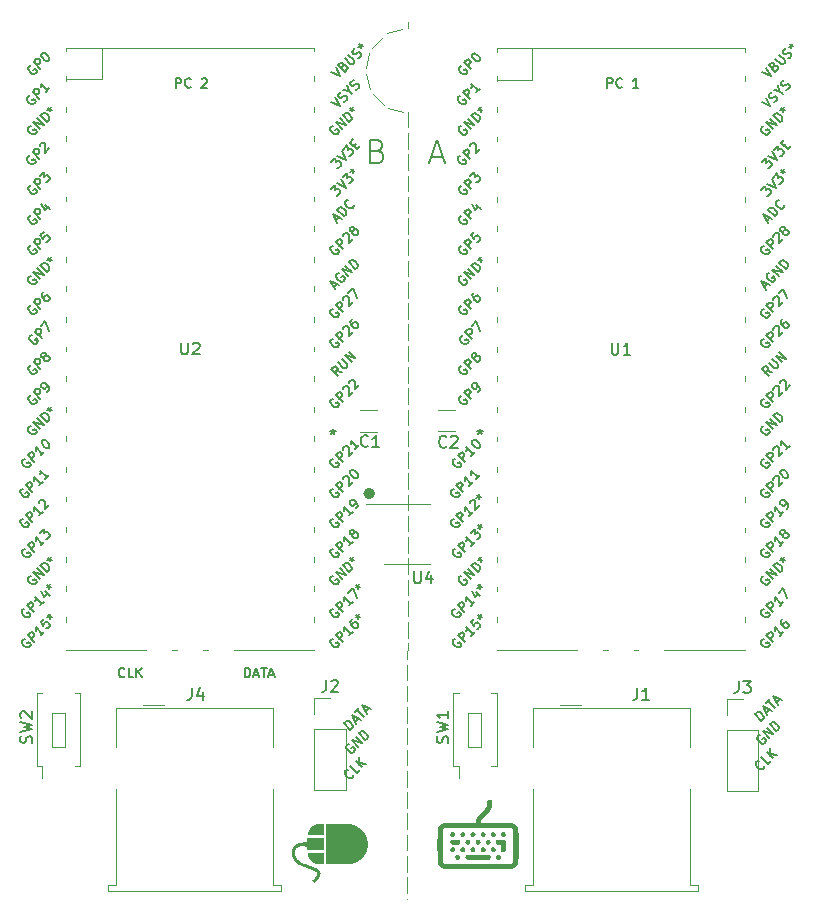
<source format=gbr>
%TF.GenerationSoftware,KiCad,Pcbnew,7.0.9*%
%TF.CreationDate,2024-02-17T13:50:42+09:00*%
%TF.ProjectId,DeskHop,4465736b-486f-4702-9e6b-696361645f70,rev?*%
%TF.SameCoordinates,PX20378f0PY6e37550*%
%TF.FileFunction,Legend,Top*%
%TF.FilePolarity,Positive*%
%FSLAX46Y46*%
G04 Gerber Fmt 4.6, Leading zero omitted, Abs format (unit mm)*
G04 Created by KiCad (PCBNEW 7.0.9) date 2024-02-17 13:50:42*
%MOMM*%
%LPD*%
G01*
G04 APERTURE LIST*
%ADD10C,0.000000*%
%ADD11C,0.120000*%
%ADD12C,0.466400*%
%ADD13C,0.150000*%
G04 APERTURE END LIST*
D10*
G36*
X25016165Y4607832D02*
G01*
X24821088Y4607832D01*
X24821088Y5026694D01*
X25016165Y5026694D01*
X25016165Y4607832D01*
G37*
G36*
X24821630Y4981317D02*
G01*
X24821617Y4981317D01*
X24813362Y4710517D01*
X24781375Y4710804D01*
X24743560Y4709786D01*
X24700716Y4707234D01*
X24653645Y4702919D01*
X24603147Y4696613D01*
X24550022Y4688087D01*
X24495071Y4677112D01*
X24439094Y4663459D01*
X24382892Y4646899D01*
X24327265Y4627204D01*
X24273014Y4604145D01*
X24220938Y4577492D01*
X24195967Y4562747D01*
X24171840Y4547018D01*
X24148657Y4530276D01*
X24126519Y4512493D01*
X24105525Y4493640D01*
X24085775Y4473689D01*
X24067370Y4452610D01*
X24050409Y4430376D01*
X24031791Y4401652D01*
X24015659Y4371364D01*
X24002012Y4339524D01*
X23990851Y4306138D01*
X23982176Y4271216D01*
X23975987Y4234767D01*
X23972283Y4196800D01*
X23971066Y4157324D01*
X23972334Y4116348D01*
X23976088Y4073881D01*
X23982329Y4029931D01*
X23991055Y3984507D01*
X24002267Y3937620D01*
X24015965Y3889276D01*
X24032149Y3839486D01*
X24050819Y3788259D01*
X24067110Y3749344D01*
X24085573Y3711771D01*
X24106127Y3675500D01*
X24128689Y3640491D01*
X24153177Y3606707D01*
X24179509Y3574108D01*
X24237376Y3512307D01*
X24301632Y3454777D01*
X24371618Y3401204D01*
X24446678Y3351276D01*
X24526153Y3304680D01*
X24609386Y3261103D01*
X24695719Y3220233D01*
X24784493Y3181757D01*
X24875052Y3145362D01*
X25058891Y3077565D01*
X25241974Y3014339D01*
X25405753Y2957817D01*
X25484552Y2929556D01*
X25560782Y2900904D01*
X25634060Y2871570D01*
X25704004Y2841262D01*
X25770231Y2809687D01*
X25832358Y2776553D01*
X25861765Y2759311D01*
X25890004Y2741569D01*
X25917027Y2723291D01*
X25942786Y2704441D01*
X25967234Y2684983D01*
X25990322Y2664879D01*
X26012003Y2644093D01*
X26032229Y2622588D01*
X26050952Y2600329D01*
X26068124Y2577279D01*
X26083699Y2553400D01*
X26097627Y2528657D01*
X26109861Y2503013D01*
X26120353Y2476432D01*
X26129056Y2448876D01*
X26135921Y2420310D01*
X26142621Y2375577D01*
X26144498Y2330113D01*
X26141498Y2283823D01*
X26133567Y2236614D01*
X26120650Y2188394D01*
X26102694Y2139067D01*
X26079643Y2088542D01*
X26051445Y2036724D01*
X26018044Y1983520D01*
X25979387Y1928836D01*
X25935418Y1872580D01*
X25886085Y1814658D01*
X25831333Y1754975D01*
X25771108Y1693440D01*
X25705355Y1629958D01*
X25634020Y1564436D01*
X25453045Y1766009D01*
X25489218Y1798899D01*
X25523325Y1830727D01*
X25555424Y1861506D01*
X25585573Y1891254D01*
X25613829Y1919983D01*
X25640249Y1947711D01*
X25664890Y1974451D01*
X25687809Y2000219D01*
X25709065Y2025029D01*
X25728715Y2048898D01*
X25746814Y2071840D01*
X25763422Y2093870D01*
X25778596Y2115004D01*
X25792392Y2135256D01*
X25804868Y2154642D01*
X25816081Y2173176D01*
X25826089Y2190874D01*
X25834950Y2207751D01*
X25842719Y2223822D01*
X25849455Y2239102D01*
X25855215Y2253606D01*
X25860057Y2267349D01*
X25864037Y2280347D01*
X25867213Y2292615D01*
X25869642Y2304167D01*
X25871383Y2315018D01*
X25872491Y2325185D01*
X25873024Y2334681D01*
X25872596Y2351725D01*
X25870557Y2366269D01*
X25866621Y2380975D01*
X25860895Y2395457D01*
X25853441Y2409721D01*
X25844317Y2423774D01*
X25821303Y2451272D01*
X25792333Y2478002D01*
X25757884Y2504019D01*
X25718437Y2529373D01*
X25674471Y2554118D01*
X25626464Y2578306D01*
X25574897Y2601989D01*
X25520248Y2625219D01*
X25403622Y2670533D01*
X25280420Y2714666D01*
X25154476Y2758037D01*
X24957717Y2826171D01*
X24856965Y2862769D01*
X24755716Y2901603D01*
X24654782Y2943083D01*
X24554977Y2987619D01*
X24457114Y3035621D01*
X24362006Y3087502D01*
X24270467Y3143670D01*
X24226289Y3173490D01*
X24183309Y3204536D01*
X24141627Y3236860D01*
X24101346Y3270512D01*
X24062567Y3305544D01*
X24025391Y3342007D01*
X23989921Y3379953D01*
X23956258Y3419433D01*
X23924503Y3460497D01*
X23894759Y3503199D01*
X23867127Y3547588D01*
X23841708Y3593716D01*
X23818604Y3641634D01*
X23797918Y3691395D01*
X23773346Y3759435D01*
X23752312Y3825926D01*
X23734817Y3890856D01*
X23720860Y3954213D01*
X23710443Y4015984D01*
X23703566Y4076158D01*
X23700229Y4134723D01*
X23700433Y4191666D01*
X23704179Y4246975D01*
X23711468Y4300638D01*
X23722299Y4352644D01*
X23736673Y4402979D01*
X23754591Y4451633D01*
X23776054Y4498592D01*
X23801061Y4543845D01*
X23829615Y4587380D01*
X23858028Y4624615D01*
X23888484Y4659436D01*
X23920794Y4691924D01*
X23954771Y4722161D01*
X23990228Y4750225D01*
X24026977Y4776198D01*
X24064831Y4800160D01*
X24103601Y4822193D01*
X24143102Y4842375D01*
X24183144Y4860789D01*
X24223540Y4877514D01*
X24264103Y4892631D01*
X24344981Y4918362D01*
X24424276Y4938629D01*
X24500487Y4954074D01*
X24572116Y4965342D01*
X24637661Y4973078D01*
X24695623Y4977925D01*
X24782795Y4981532D01*
X24821630Y4981317D01*
G37*
D11*
X33528000Y66831574D02*
X33527441Y65511574D01*
X33527238Y65031574D02*
X33526679Y63711574D01*
X33526476Y63231574D02*
X33525918Y61911574D01*
X33525715Y61431574D02*
X33525156Y60111575D01*
X33524953Y59631575D02*
X33524394Y58311575D01*
X33524191Y57831575D02*
X33523632Y56511575D01*
X33523429Y56031575D02*
X33522870Y54711575D01*
X33522667Y54231575D02*
X33522109Y52911575D01*
X33521905Y52431575D02*
X33521347Y51111575D01*
X33521144Y50631575D02*
X33520585Y49311576D01*
X33520382Y48831576D02*
X33519823Y47511576D01*
X33519620Y47031576D02*
X33519061Y45711576D01*
X33518858Y45231576D02*
X33518299Y43911576D01*
X33518096Y43431576D02*
X33517538Y42111576D01*
X33517334Y41631576D02*
X33516776Y40311576D01*
X33516573Y39831576D02*
X33516014Y38511577D01*
X33515811Y38031577D02*
X33515252Y36711577D01*
X33515049Y36231577D02*
X33514490Y34911577D01*
X33514287Y34431577D02*
X33513728Y33111577D01*
X33513525Y32631577D02*
X33512967Y31311577D01*
X33512763Y30831577D02*
X33512205Y29511577D01*
X33512002Y29031577D02*
X33511443Y27711578D01*
X33511240Y27231578D02*
X33510681Y25911578D01*
X33510478Y25431578D02*
X33509919Y24111578D01*
X33509716Y23631578D02*
X33509157Y22311578D01*
X33508954Y21831578D02*
X33508396Y20511578D01*
X33508192Y20031578D02*
X33507634Y18711578D01*
X33507431Y18231578D02*
X33506872Y16911578D01*
X33506669Y16431579D02*
X33506110Y15111579D01*
X33505907Y14631579D02*
X33505348Y13311579D01*
X33505145Y12831579D02*
X33504586Y11511579D01*
X33504383Y11031579D02*
X33503825Y9711579D01*
X33503621Y9231579D02*
X33503063Y7911579D01*
X33502860Y7431579D02*
X33502301Y6111579D01*
X33502098Y5631579D02*
X33501539Y4311580D01*
X33501336Y3831580D02*
X33500777Y2511580D01*
X33500574Y2031580D02*
X33500015Y711580D01*
X33499812Y231580D02*
X33499783Y162341D01*
D10*
G36*
X26439226Y4322664D02*
G01*
X25015199Y4322664D01*
X25009178Y4384864D01*
X25004094Y4447989D01*
X24999905Y4511999D01*
X24996571Y4576856D01*
X24994050Y4642518D01*
X24992300Y4708947D01*
X24990950Y4843946D01*
X24991281Y4911880D01*
X24992300Y4979103D01*
X24994050Y5045579D01*
X24996571Y5111273D01*
X24999905Y5176147D01*
X25004094Y5240166D01*
X25009178Y5303293D01*
X25015199Y5365493D01*
X26439226Y5365493D01*
X26439226Y4322664D01*
G37*
G36*
X41627953Y5858404D02*
G01*
X41632084Y5858004D01*
X41636717Y5857349D01*
X41641798Y5856447D01*
X41647272Y5855306D01*
X41653082Y5853934D01*
X41665491Y5850535D01*
X41671979Y5848524D01*
X41678582Y5846317D01*
X41685245Y5843923D01*
X41691912Y5841349D01*
X41698528Y5838605D01*
X41705037Y5835699D01*
X41711385Y5832639D01*
X41717515Y5829435D01*
X41729406Y5822291D01*
X41741025Y5814030D01*
X41752303Y5804763D01*
X41763172Y5794601D01*
X41773563Y5783654D01*
X41783408Y5772033D01*
X41792640Y5759850D01*
X41801189Y5747215D01*
X41808988Y5734239D01*
X41815969Y5721033D01*
X41822062Y5707707D01*
X41827201Y5694373D01*
X41831317Y5681141D01*
X41834341Y5668123D01*
X41836205Y5655428D01*
X41836681Y5649237D01*
X41836842Y5643168D01*
X41836681Y5637100D01*
X41836205Y5630909D01*
X41835422Y5624611D01*
X41834341Y5618219D01*
X41832969Y5611749D01*
X41831317Y5605214D01*
X41829391Y5598629D01*
X41827201Y5592009D01*
X41822062Y5578718D01*
X41815969Y5565457D01*
X41808988Y5552341D01*
X41801189Y5539485D01*
X41792640Y5527004D01*
X41783408Y5515013D01*
X41773563Y5503628D01*
X41763172Y5492963D01*
X41757793Y5487937D01*
X41752303Y5483134D01*
X41746711Y5478569D01*
X41741025Y5474256D01*
X41735254Y5470209D01*
X41729406Y5466443D01*
X41723490Y5462973D01*
X41717515Y5459811D01*
X41711385Y5456574D01*
X41705038Y5453422D01*
X41698528Y5450373D01*
X41691912Y5447442D01*
X41685245Y5444648D01*
X41678582Y5442008D01*
X41671979Y5439538D01*
X41665491Y5437256D01*
X41659174Y5435178D01*
X41653082Y5433322D01*
X41647272Y5431705D01*
X41641799Y5430343D01*
X41636717Y5429255D01*
X41632084Y5428456D01*
X41627954Y5427965D01*
X41624382Y5427797D01*
X41620810Y5427965D01*
X41616679Y5428456D01*
X41612046Y5429255D01*
X41606965Y5430343D01*
X41601491Y5431705D01*
X41595681Y5433322D01*
X41583272Y5437256D01*
X41570181Y5442008D01*
X41556851Y5447442D01*
X41550235Y5450373D01*
X41543725Y5453422D01*
X41537378Y5456574D01*
X41531248Y5459811D01*
X41519356Y5466411D01*
X41507737Y5474136D01*
X41496459Y5482885D01*
X41485591Y5492554D01*
X41475200Y5503042D01*
X41465354Y5514246D01*
X41456123Y5526064D01*
X41447573Y5538393D01*
X41439774Y5551132D01*
X41432794Y5564177D01*
X41426700Y5577428D01*
X41421562Y5590780D01*
X41417446Y5604133D01*
X41414422Y5617384D01*
X41412558Y5630429D01*
X41412081Y5636843D01*
X41411921Y5643168D01*
X41412081Y5649493D01*
X41412558Y5655907D01*
X41413341Y5662400D01*
X41414422Y5668958D01*
X41415793Y5675570D01*
X41417446Y5682222D01*
X41419372Y5688903D01*
X41421562Y5695601D01*
X41426700Y5708997D01*
X41432794Y5722312D01*
X41439775Y5735448D01*
X41447574Y5748307D01*
X41456123Y5760790D01*
X41465355Y5772801D01*
X41475200Y5784240D01*
X41485591Y5795010D01*
X41496460Y5805012D01*
X41507737Y5814149D01*
X41513509Y5818363D01*
X41519356Y5822323D01*
X41525272Y5826018D01*
X41531248Y5829435D01*
X41537858Y5832639D01*
X41544561Y5835699D01*
X41551316Y5838605D01*
X41558079Y5841349D01*
X41564808Y5843923D01*
X41571460Y5846317D01*
X41577993Y5848524D01*
X41584364Y5850535D01*
X41590530Y5852341D01*
X41596449Y5853934D01*
X41602078Y5855306D01*
X41607374Y5856447D01*
X41612295Y5857349D01*
X41616799Y5858004D01*
X41620842Y5858404D01*
X41624382Y5858539D01*
X41627953Y5858404D01*
G37*
G36*
X26439226Y3125028D02*
G01*
X26159893Y3125028D01*
X26093793Y3126207D01*
X26030158Y3129719D01*
X25968944Y3135520D01*
X25910105Y3143571D01*
X25853597Y3153828D01*
X25799376Y3166252D01*
X25747396Y3180799D01*
X25697613Y3197429D01*
X25649983Y3216100D01*
X25604459Y3236771D01*
X25560999Y3259400D01*
X25519557Y3283945D01*
X25480088Y3310366D01*
X25442548Y3338620D01*
X25406891Y3368666D01*
X25373075Y3400462D01*
X25341052Y3433968D01*
X25310780Y3469140D01*
X25282213Y3505939D01*
X25255306Y3544322D01*
X25230016Y3584249D01*
X25206296Y3625676D01*
X25163392Y3712869D01*
X25126235Y3805569D01*
X25094469Y3903444D01*
X25067737Y4006163D01*
X25045679Y4113392D01*
X26439226Y4113392D01*
X26439226Y3125028D01*
G37*
G36*
X28445485Y6561329D02*
G01*
X28536639Y6554691D01*
X28626466Y6543759D01*
X28714854Y6528642D01*
X28801689Y6509448D01*
X28886859Y6486283D01*
X28970251Y6459257D01*
X29051753Y6428476D01*
X29131252Y6394050D01*
X29208635Y6356086D01*
X29283790Y6314691D01*
X29356604Y6269973D01*
X29426965Y6222042D01*
X29494759Y6171004D01*
X29559873Y6116967D01*
X29622197Y6060039D01*
X29681616Y6000328D01*
X29738018Y5937942D01*
X29791290Y5872990D01*
X29841320Y5805578D01*
X29887995Y5735815D01*
X29931203Y5663808D01*
X29970830Y5589666D01*
X30006764Y5513496D01*
X30038893Y5435407D01*
X30067103Y5355505D01*
X30091282Y5273900D01*
X30111318Y5190699D01*
X30127098Y5106009D01*
X30138508Y5019940D01*
X30145437Y4932598D01*
X30147772Y4844092D01*
X30145437Y4755635D01*
X30138508Y4668340D01*
X30127097Y4582312D01*
X30111318Y4497662D01*
X30091281Y4414496D01*
X30067102Y4332922D01*
X30038891Y4253050D01*
X30006762Y4174986D01*
X29970827Y4098839D01*
X29931200Y4024717D01*
X29887992Y3952727D01*
X29841316Y3882979D01*
X29791285Y3815580D01*
X29738012Y3750638D01*
X29681610Y3688261D01*
X29622190Y3628558D01*
X29559866Y3571635D01*
X29494751Y3517602D01*
X29426956Y3466567D01*
X29356595Y3418636D01*
X29283781Y3373920D01*
X29208625Y3332524D01*
X29131241Y3294559D01*
X29051742Y3260131D01*
X28970239Y3229348D01*
X28886847Y3202320D01*
X28801676Y3179153D01*
X28714841Y3159956D01*
X28626453Y3144837D01*
X28536626Y3133904D01*
X28445471Y3127265D01*
X28353103Y3125028D01*
X28353106Y3125024D01*
X28353110Y3125021D01*
X28353113Y3125018D01*
X28353116Y3125014D01*
X26648684Y3125014D01*
X26648684Y6563565D01*
X28353116Y6563565D01*
X28445485Y6561329D01*
G37*
G36*
X38189429Y4567172D02*
G01*
X38191288Y4566801D01*
X38193000Y4566314D01*
X38199325Y4566154D01*
X38205740Y4565677D01*
X38212233Y4564894D01*
X38218791Y4563813D01*
X38225402Y4562442D01*
X38232055Y4560789D01*
X38238736Y4558863D01*
X38245434Y4556673D01*
X38258830Y4551535D01*
X38272145Y4545441D01*
X38285281Y4538460D01*
X38298139Y4530661D01*
X38310623Y4522112D01*
X38322634Y4512880D01*
X38334073Y4503035D01*
X38344843Y4492644D01*
X38354845Y4481775D01*
X38363982Y4470498D01*
X38368195Y4464726D01*
X38372155Y4458879D01*
X38375850Y4452963D01*
X38379267Y4446987D01*
X38384696Y4434510D01*
X38389954Y4421384D01*
X38394871Y4408054D01*
X38399276Y4394963D01*
X38403000Y4382554D01*
X38404552Y4376744D01*
X38405870Y4371270D01*
X38406933Y4366189D01*
X38407718Y4361556D01*
X38408204Y4357425D01*
X38408371Y4353853D01*
X38408236Y4350281D01*
X38407837Y4346151D01*
X38407182Y4341518D01*
X38406280Y4336436D01*
X38405138Y4330963D01*
X38403767Y4325153D01*
X38400368Y4312744D01*
X38398357Y4306256D01*
X38396150Y4299653D01*
X38393755Y4292990D01*
X38391182Y4286323D01*
X38388438Y4279707D01*
X38385531Y4273198D01*
X38382472Y4266850D01*
X38379267Y4260720D01*
X38372155Y4248828D01*
X38363982Y4237209D01*
X38354845Y4225931D01*
X38344842Y4215063D01*
X38334073Y4204672D01*
X38322633Y4194826D01*
X38310623Y4185595D01*
X38298139Y4177046D01*
X38285281Y4169247D01*
X38272145Y4162266D01*
X38258830Y4156172D01*
X38245434Y4151034D01*
X38232055Y4146918D01*
X38218791Y4143894D01*
X38205740Y4142030D01*
X38199325Y4141554D01*
X38193000Y4141393D01*
X38189429Y4141561D01*
X38185298Y4142052D01*
X38180665Y4142851D01*
X38175584Y4143940D01*
X38170110Y4145301D01*
X38164300Y4146918D01*
X38151891Y4150852D01*
X38138800Y4155604D01*
X38125470Y4161038D01*
X38118854Y4163969D01*
X38112345Y4167018D01*
X38105997Y4170170D01*
X38099867Y4173408D01*
X38087976Y4180007D01*
X38076357Y4187732D01*
X38065079Y4196481D01*
X38054210Y4206150D01*
X38043819Y4216638D01*
X38033974Y4227842D01*
X38024742Y4239660D01*
X38016193Y4251989D01*
X38008394Y4264728D01*
X38001413Y4277774D01*
X37995320Y4291024D01*
X37990181Y4304377D01*
X37986066Y4317729D01*
X37983041Y4330980D01*
X37981177Y4344025D01*
X37980701Y4350439D01*
X37980540Y4356764D01*
X37980701Y4363089D01*
X37981177Y4369503D01*
X37981960Y4375996D01*
X37983041Y4382554D01*
X37984413Y4389165D01*
X37986066Y4395818D01*
X37987991Y4402499D01*
X37990181Y4409197D01*
X37995320Y4422593D01*
X38001413Y4435908D01*
X38008394Y4449044D01*
X38016193Y4461903D01*
X38024742Y4474386D01*
X38033974Y4486397D01*
X38043819Y4497836D01*
X38054210Y4508606D01*
X38065079Y4518608D01*
X38076357Y4527745D01*
X38082128Y4531958D01*
X38087976Y4535919D01*
X38093892Y4539613D01*
X38099867Y4543030D01*
X38112345Y4548448D01*
X38118854Y4551082D01*
X38125470Y4553626D01*
X38132137Y4556051D01*
X38138800Y4558327D01*
X38145403Y4560424D01*
X38151891Y4562312D01*
X38158208Y4563961D01*
X38164300Y4565342D01*
X38170110Y4566424D01*
X38175584Y4567178D01*
X38180665Y4567574D01*
X38185298Y4567582D01*
X38189429Y4567172D01*
G37*
D11*
X33155740Y66821540D02*
X31898287Y67197436D01*
X31487783Y67445502D02*
X30570267Y68383931D01*
X30331514Y68799921D02*
X29984049Y70065524D01*
X29976926Y70545107D02*
X30286656Y71820471D01*
X30512950Y72243367D02*
X31402194Y73208628D01*
X31805150Y73468775D02*
X33050886Y73881847D01*
D10*
G36*
X26439226Y5574791D02*
G01*
X25045679Y5574791D01*
X25067712Y5682136D01*
X25094427Y5784950D01*
X25126180Y5882902D01*
X25163328Y5975663D01*
X25206229Y6062901D01*
X25229948Y6104346D01*
X25255239Y6144287D01*
X25282147Y6182682D01*
X25310715Y6219490D01*
X25340990Y6254669D01*
X25373015Y6288179D01*
X25406835Y6319978D01*
X25442495Y6350024D01*
X25480039Y6378278D01*
X25519513Y6404696D01*
X25560959Y6429238D01*
X25604424Y6451863D01*
X25649952Y6472529D01*
X25697587Y6491195D01*
X25747375Y6507819D01*
X25799359Y6522361D01*
X25853584Y6534779D01*
X25910095Y6545032D01*
X25968937Y6553078D01*
X26030154Y6558877D01*
X26093791Y6562386D01*
X26159893Y6563565D01*
X26439226Y6563565D01*
X26439226Y5574791D01*
G37*
G36*
X40614618Y8578485D02*
G01*
X40620288Y8577959D01*
X40625276Y8576982D01*
X40629632Y8575547D01*
X40633406Y8573648D01*
X40636648Y8571280D01*
X40639408Y8568436D01*
X40641737Y8565112D01*
X40643684Y8561300D01*
X40645299Y8556995D01*
X40646634Y8552191D01*
X40647737Y8546883D01*
X40648658Y8541064D01*
X40649449Y8534729D01*
X40652303Y8504107D01*
X40655784Y8477637D01*
X40658601Y8448690D01*
X40662307Y8384917D01*
X40663558Y8315891D01*
X40662489Y8244716D01*
X40659237Y8174497D01*
X40653939Y8108336D01*
X40646732Y8049338D01*
X40642454Y8023494D01*
X40637750Y8000605D01*
X40632104Y7976552D01*
X40625046Y7951424D01*
X40616666Y7925375D01*
X40607055Y7898559D01*
X40596301Y7871129D01*
X40584493Y7843238D01*
X40571723Y7815040D01*
X40558078Y7786689D01*
X40543649Y7758338D01*
X40528525Y7730141D01*
X40512795Y7702250D01*
X40496550Y7674820D01*
X40479878Y7648004D01*
X40462870Y7621955D01*
X40445614Y7596827D01*
X40428200Y7572774D01*
X40411699Y7552316D01*
X40391138Y7528617D01*
X40367371Y7502532D01*
X40341252Y7474911D01*
X40313631Y7446608D01*
X40285362Y7418476D01*
X40257299Y7391367D01*
X40230292Y7366134D01*
X40190019Y7330333D01*
X40150125Y7294050D01*
X40072448Y7221114D01*
X39999204Y7149473D01*
X39932339Y7081277D01*
X39873795Y7018675D01*
X39848251Y6990143D01*
X39825517Y6963815D01*
X39805836Y6939959D01*
X39789450Y6918845D01*
X39776602Y6900741D01*
X39767536Y6885916D01*
X39760419Y6872617D01*
X39753297Y6857971D01*
X39746235Y6842200D01*
X39739296Y6825525D01*
X39732545Y6808167D01*
X39726046Y6790349D01*
X39714057Y6754219D01*
X39708696Y6736350D01*
X39703842Y6718908D01*
X39699560Y6702113D01*
X39695913Y6686188D01*
X39692965Y6671355D01*
X39690780Y6657835D01*
X39689422Y6645849D01*
X39688955Y6635620D01*
X39689948Y6631521D01*
X39694037Y6627935D01*
X39718150Y6622159D01*
X39774596Y6618021D01*
X39876677Y6615247D01*
X40270947Y6612700D01*
X41007374Y6612336D01*
X41687002Y6611609D01*
X41922671Y6610495D01*
X42100599Y6608698D01*
X42229550Y6606084D01*
X42278398Y6604427D01*
X42318289Y6602514D01*
X42350319Y6600328D01*
X42375582Y6597853D01*
X42395176Y6595070D01*
X42410194Y6591964D01*
X42454309Y6580112D01*
X42497081Y6565366D01*
X42538394Y6547832D01*
X42578134Y6527616D01*
X42616187Y6504825D01*
X42652435Y6479566D01*
X42686766Y6451945D01*
X42719062Y6422068D01*
X42749210Y6390043D01*
X42777094Y6355975D01*
X42802600Y6319972D01*
X42825611Y6282141D01*
X42846013Y6242586D01*
X42863691Y6201416D01*
X42878529Y6158737D01*
X42890413Y6114655D01*
X42900918Y5959357D01*
X42908421Y5630253D01*
X42914424Y4682003D01*
X42908421Y3732661D01*
X42900918Y3402193D01*
X42890413Y3244985D01*
X42879557Y3203878D01*
X42865640Y3163607D01*
X42848807Y3124325D01*
X42829203Y3086185D01*
X42806973Y3049342D01*
X42782261Y3013948D01*
X42755214Y2980157D01*
X42725974Y2948122D01*
X42694689Y2917998D01*
X42661502Y2889937D01*
X42626558Y2864092D01*
X42590003Y2840619D01*
X42551982Y2819669D01*
X42512639Y2801396D01*
X42472119Y2785955D01*
X42430567Y2773497D01*
X42389480Y2765812D01*
X42309239Y2760037D01*
X41922699Y2753124D01*
X39485226Y2750214D01*
X38464516Y2749281D01*
X38056534Y2749114D01*
X37709735Y2749304D01*
X37418819Y2749972D01*
X37178488Y2751237D01*
X36983441Y2753218D01*
X36901243Y2754514D01*
X36828379Y2756034D01*
X36764187Y2757793D01*
X36708004Y2759806D01*
X36659168Y2762087D01*
X36617016Y2764652D01*
X36580886Y2767515D01*
X36550115Y2770692D01*
X36524042Y2774197D01*
X36502003Y2778045D01*
X36483337Y2782251D01*
X36467380Y2786830D01*
X36453471Y2791797D01*
X36440947Y2797167D01*
X36429146Y2802955D01*
X36417404Y2809175D01*
X36391453Y2822974D01*
X36374057Y2832697D01*
X36355829Y2844274D01*
X36336961Y2857513D01*
X36317647Y2872224D01*
X36298076Y2888213D01*
X36278441Y2905290D01*
X36258934Y2923262D01*
X36239747Y2941937D01*
X36221072Y2961124D01*
X36203100Y2980631D01*
X36186023Y3000266D01*
X36170034Y3019837D01*
X36155323Y3039151D01*
X36142084Y3058019D01*
X36130507Y3076246D01*
X36120784Y3093643D01*
X36095932Y3145098D01*
X36077492Y3199146D01*
X36064509Y3275567D01*
X36060451Y3332297D01*
X36475855Y3332297D01*
X36507869Y3285731D01*
X36511341Y3281236D01*
X36515180Y3276511D01*
X36519342Y3271598D01*
X36523786Y3266540D01*
X36533347Y3256160D01*
X36543522Y3245712D01*
X36553970Y3235537D01*
X36564350Y3225976D01*
X36569407Y3221532D01*
X36574320Y3217370D01*
X36579045Y3213531D01*
X36583540Y3210060D01*
X36630107Y3178045D01*
X39491047Y3180955D01*
X42351986Y3183866D01*
X42386911Y3212970D01*
X42390827Y3215864D01*
X42394914Y3219064D01*
X42399138Y3222537D01*
X42403464Y3226249D01*
X42407858Y3230166D01*
X42412286Y3234253D01*
X42421108Y3242802D01*
X42429657Y3251624D01*
X42433745Y3256052D01*
X42437661Y3260446D01*
X42441373Y3264772D01*
X42444846Y3268996D01*
X42448047Y3273083D01*
X42450940Y3276999D01*
X42460547Y3291557D01*
X42467766Y3319791D01*
X42472939Y3377835D01*
X42476406Y3481820D01*
X42479589Y3892143D01*
X42480044Y4679820D01*
X42479987Y5131406D01*
X42479852Y5314257D01*
X42479589Y5471226D01*
X42479156Y5604371D01*
X42478862Y5662653D01*
X42478509Y5715752D01*
X42478093Y5763924D01*
X42477607Y5807428D01*
X42477047Y5846520D01*
X42476406Y5881458D01*
X42475681Y5912500D01*
X42474864Y5939902D01*
X42473952Y5963922D01*
X42472939Y5984818D01*
X42471819Y6002846D01*
X42471217Y6010866D01*
X42470587Y6018266D01*
X42469927Y6025077D01*
X42469238Y6031332D01*
X42468517Y6037064D01*
X42467766Y6042304D01*
X42466982Y6047085D01*
X42466166Y6051439D01*
X42465317Y6055397D01*
X42464433Y6058993D01*
X42463515Y6062258D01*
X42462562Y6065225D01*
X42461573Y6067925D01*
X42460547Y6070391D01*
X42459483Y6072655D01*
X42458382Y6074749D01*
X42457242Y6076706D01*
X42456063Y6078557D01*
X42453584Y6082072D01*
X42450940Y6085551D01*
X42447981Y6088989D01*
X42444591Y6092725D01*
X42436706Y6100922D01*
X42427662Y6109801D01*
X42417834Y6119021D01*
X42407596Y6128241D01*
X42397325Y6137120D01*
X42387394Y6145317D01*
X42378180Y6152491D01*
X42331613Y6184506D01*
X36627197Y6184506D01*
X36583540Y6155401D01*
X36579046Y6152475D01*
X36574326Y6149183D01*
X36569427Y6145566D01*
X36564395Y6141668D01*
X36559279Y6137531D01*
X36554123Y6133198D01*
X36548977Y6128712D01*
X36543886Y6124114D01*
X36538897Y6119449D01*
X36534058Y6114758D01*
X36529414Y6110084D01*
X36525014Y6105470D01*
X36520903Y6100958D01*
X36517129Y6096591D01*
X36513739Y6092411D01*
X36510780Y6088462D01*
X36501168Y6073080D01*
X36493909Y6044533D01*
X36488628Y5986654D01*
X36484950Y5883277D01*
X36480903Y5475364D01*
X36478765Y4691462D01*
X36475855Y3332297D01*
X36060451Y3332297D01*
X36056027Y3394143D01*
X36051093Y3574657D01*
X36048751Y3836891D01*
X36048024Y4685641D01*
X36048189Y5099460D01*
X36048797Y5421567D01*
X36050019Y5664479D01*
X36052026Y5840712D01*
X36053376Y5907737D01*
X36054987Y5962785D01*
X36056879Y6007423D01*
X36059074Y6043214D01*
X36061593Y6071723D01*
X36064457Y6094516D01*
X36067688Y6113155D01*
X36071307Y6129208D01*
X36080206Y6159456D01*
X36090520Y6189064D01*
X36102233Y6218008D01*
X36115327Y6246261D01*
X36129785Y6273798D01*
X36145591Y6300592D01*
X36162727Y6326620D01*
X36181175Y6351854D01*
X36200920Y6376270D01*
X36221944Y6399842D01*
X36244230Y6422544D01*
X36267760Y6444351D01*
X36292519Y6465237D01*
X36318488Y6485176D01*
X36345651Y6504144D01*
X36373990Y6522114D01*
X36425292Y6550934D01*
X36478811Y6572591D01*
X36512551Y6581054D01*
X36554226Y6588110D01*
X36671217Y6598512D01*
X36849463Y6604822D01*
X37108643Y6608062D01*
X37948526Y6609426D01*
X39264034Y6609426D01*
X39278586Y6714201D01*
X39282775Y6740004D01*
X39287675Y6766049D01*
X39293250Y6792239D01*
X39299459Y6818476D01*
X39306265Y6844662D01*
X39313630Y6870699D01*
X39321515Y6896488D01*
X39329882Y6921932D01*
X39338692Y6946933D01*
X39347907Y6971392D01*
X39357489Y6995212D01*
X39367399Y7018294D01*
X39377599Y7040541D01*
X39388051Y7061854D01*
X39398715Y7082135D01*
X39409555Y7101287D01*
X39445196Y7157420D01*
X39464053Y7184734D01*
X39484043Y7212019D01*
X39505500Y7239627D01*
X39528757Y7267914D01*
X39554145Y7297232D01*
X39581997Y7327935D01*
X39646424Y7394915D01*
X39724698Y7471683D01*
X39819480Y7561070D01*
X39933430Y7665907D01*
X39959621Y7690395D01*
X39984709Y7714742D01*
X40008679Y7738944D01*
X40031520Y7762997D01*
X40053218Y7786897D01*
X40073761Y7810638D01*
X40093135Y7834218D01*
X40111329Y7857631D01*
X40128329Y7880874D01*
X40144122Y7903942D01*
X40158697Y7926831D01*
X40172039Y7949537D01*
X40184136Y7972055D01*
X40194975Y7994381D01*
X40204544Y8016511D01*
X40212830Y8038441D01*
X40219805Y8058410D01*
X40225518Y8079778D01*
X40230071Y8103669D01*
X40233567Y8131210D01*
X40236107Y8163526D01*
X40237796Y8201742D01*
X40238733Y8246985D01*
X40239023Y8300378D01*
X40239023Y8495376D01*
X40413649Y8536122D01*
X40492901Y8556114D01*
X40524627Y8563844D01*
X40551620Y8570001D01*
X40563468Y8572475D01*
X40574283Y8574538D01*
X40584115Y8576184D01*
X40593014Y8577408D01*
X40601031Y8578203D01*
X40608216Y8578564D01*
X40614618Y8578485D01*
G37*
G36*
X37338000Y4572000D02*
G01*
X37342130Y4571600D01*
X37346764Y4570945D01*
X37351845Y4570043D01*
X37357318Y4568902D01*
X37363128Y4567530D01*
X37375537Y4564131D01*
X37382026Y4562120D01*
X37388629Y4559913D01*
X37395291Y4557519D01*
X37401959Y4554945D01*
X37408575Y4552201D01*
X37415084Y4549295D01*
X37421431Y4546235D01*
X37427561Y4543030D01*
X37439453Y4535887D01*
X37451072Y4527626D01*
X37462350Y4518359D01*
X37473218Y4508197D01*
X37483609Y4497250D01*
X37493455Y4485629D01*
X37502686Y4473446D01*
X37511235Y4460811D01*
X37519034Y4447835D01*
X37526015Y4434629D01*
X37532109Y4421303D01*
X37537247Y4407969D01*
X37541363Y4394737D01*
X37544387Y4381718D01*
X37546251Y4369024D01*
X37546727Y4362832D01*
X37546888Y4356764D01*
X37546727Y4350695D01*
X37546251Y4344505D01*
X37545468Y4338207D01*
X37544387Y4331815D01*
X37543016Y4325345D01*
X37541363Y4318810D01*
X37539437Y4312225D01*
X37537247Y4305604D01*
X37532109Y4292313D01*
X37526015Y4279052D01*
X37519035Y4265936D01*
X37511236Y4253080D01*
X37502686Y4240600D01*
X37493455Y4228609D01*
X37483609Y4217224D01*
X37473218Y4206559D01*
X37467839Y4201533D01*
X37462350Y4196730D01*
X37456758Y4192165D01*
X37451072Y4187852D01*
X37445301Y4183805D01*
X37439453Y4180039D01*
X37433537Y4176569D01*
X37427561Y4173408D01*
X37421431Y4170170D01*
X37415084Y4167018D01*
X37408574Y4163969D01*
X37401959Y4161038D01*
X37395291Y4158244D01*
X37388629Y4155604D01*
X37382025Y4153134D01*
X37375537Y4150852D01*
X37369220Y4148774D01*
X37363128Y4146918D01*
X37357318Y4145301D01*
X37351845Y4143940D01*
X37346764Y4142851D01*
X37342130Y4142052D01*
X37338000Y4141561D01*
X37334428Y4141393D01*
X37330856Y4141561D01*
X37326725Y4142052D01*
X37322092Y4142851D01*
X37317011Y4143940D01*
X37311537Y4145301D01*
X37305727Y4146918D01*
X37293318Y4150852D01*
X37280227Y4155604D01*
X37266897Y4161038D01*
X37260281Y4163969D01*
X37253772Y4167018D01*
X37247424Y4170170D01*
X37241294Y4173408D01*
X37229403Y4180007D01*
X37217784Y4187732D01*
X37206506Y4196481D01*
X37195637Y4206150D01*
X37185246Y4216638D01*
X37175401Y4227842D01*
X37166169Y4239660D01*
X37157620Y4251989D01*
X37149821Y4264728D01*
X37142841Y4277774D01*
X37136747Y4291024D01*
X37131608Y4304377D01*
X37127493Y4317729D01*
X37124469Y4330980D01*
X37122604Y4344025D01*
X37122128Y4350439D01*
X37121967Y4356764D01*
X37122128Y4363089D01*
X37122604Y4369503D01*
X37123387Y4375996D01*
X37124469Y4382554D01*
X37125840Y4389165D01*
X37127493Y4395818D01*
X37129418Y4402499D01*
X37131608Y4409197D01*
X37136747Y4422593D01*
X37142841Y4435908D01*
X37149821Y4449044D01*
X37157620Y4461903D01*
X37166169Y4474386D01*
X37175401Y4486397D01*
X37185246Y4497836D01*
X37195637Y4508606D01*
X37206506Y4518608D01*
X37217784Y4527745D01*
X37223555Y4531958D01*
X37229403Y4535919D01*
X37235319Y4539613D01*
X37241294Y4543030D01*
X37253772Y4548459D01*
X37266897Y4553717D01*
X37280227Y4558634D01*
X37293318Y4563040D01*
X37305727Y4566763D01*
X37311537Y4568315D01*
X37317011Y4569634D01*
X37322092Y4570696D01*
X37326725Y4571481D01*
X37330856Y4571968D01*
X37334428Y4572135D01*
X37338000Y4572000D01*
G37*
G36*
X39054484Y4569224D02*
G01*
X39058056Y4569089D01*
X39062186Y4568690D01*
X39066820Y4568035D01*
X39071901Y4567132D01*
X39077374Y4565991D01*
X39083184Y4564620D01*
X39095594Y4561221D01*
X39102082Y4559210D01*
X39108685Y4557003D01*
X39115348Y4554608D01*
X39122015Y4552035D01*
X39128631Y4549290D01*
X39135140Y4546384D01*
X39141487Y4543325D01*
X39147617Y4540120D01*
X39159509Y4533008D01*
X39171128Y4524835D01*
X39182406Y4515698D01*
X39193274Y4505695D01*
X39203665Y4494925D01*
X39213511Y4483486D01*
X39222742Y4471476D01*
X39231292Y4458992D01*
X39239091Y4446133D01*
X39246071Y4432997D01*
X39252165Y4419682D01*
X39257304Y4406286D01*
X39261419Y4392907D01*
X39264443Y4379644D01*
X39266308Y4366593D01*
X39266784Y4360178D01*
X39266944Y4353853D01*
X39266809Y4350281D01*
X39266410Y4346151D01*
X39265755Y4341518D01*
X39264852Y4336436D01*
X39263711Y4330963D01*
X39262340Y4325153D01*
X39258941Y4312744D01*
X39256930Y4306256D01*
X39254723Y4299653D01*
X39252328Y4292990D01*
X39249755Y4286323D01*
X39247010Y4279707D01*
X39244104Y4273198D01*
X39241045Y4266850D01*
X39237840Y4260720D01*
X39230728Y4248828D01*
X39222555Y4237209D01*
X39213418Y4225931D01*
X39203415Y4215063D01*
X39192646Y4204672D01*
X39181206Y4194826D01*
X39169196Y4185595D01*
X39156712Y4177046D01*
X39143853Y4169247D01*
X39130717Y4162266D01*
X39117402Y4156172D01*
X39104006Y4151034D01*
X39090627Y4146918D01*
X39077364Y4143894D01*
X39064313Y4142030D01*
X39057898Y4141554D01*
X39051573Y4141393D01*
X39048001Y4141561D01*
X39043871Y4142052D01*
X39039238Y4142851D01*
X39034156Y4143940D01*
X39028683Y4145301D01*
X39022873Y4146918D01*
X39010464Y4150852D01*
X38997373Y4155604D01*
X38984043Y4161038D01*
X38977427Y4163969D01*
X38970917Y4167018D01*
X38964570Y4170170D01*
X38958440Y4173408D01*
X38946548Y4180007D01*
X38934930Y4187732D01*
X38923652Y4196481D01*
X38912783Y4206150D01*
X38902392Y4216638D01*
X38892547Y4227842D01*
X38883315Y4239660D01*
X38874766Y4251989D01*
X38866967Y4264728D01*
X38859986Y4277774D01*
X38853893Y4291024D01*
X38848754Y4304377D01*
X38844638Y4317729D01*
X38841614Y4330980D01*
X38839750Y4344025D01*
X38839274Y4350439D01*
X38839113Y4356764D01*
X38839274Y4363089D01*
X38839750Y4369503D01*
X38840533Y4375996D01*
X38841614Y4382554D01*
X38842986Y4389165D01*
X38844638Y4395818D01*
X38846564Y4402499D01*
X38848754Y4409197D01*
X38853893Y4422593D01*
X38859986Y4435908D01*
X38866967Y4449044D01*
X38874766Y4461903D01*
X38883315Y4474386D01*
X38892547Y4486397D01*
X38902392Y4497836D01*
X38912783Y4508606D01*
X38923652Y4518608D01*
X38934930Y4527745D01*
X38940701Y4531958D01*
X38946548Y4535919D01*
X38952465Y4539613D01*
X38958440Y4543030D01*
X38970804Y4548453D01*
X38983679Y4553672D01*
X38996759Y4558481D01*
X39003279Y4560668D01*
X39009736Y4562676D01*
X39016091Y4564479D01*
X39022304Y4566052D01*
X39028339Y4567370D01*
X39034156Y4568406D01*
X39039718Y4569135D01*
X39044985Y4569531D01*
X39049920Y4569569D01*
X39054484Y4569224D01*
G37*
G36*
X39473435Y5212804D02*
G01*
X39476494Y5212427D01*
X39482819Y5212266D01*
X39489234Y5211790D01*
X39495726Y5211007D01*
X39502284Y5209926D01*
X39508896Y5208554D01*
X39515548Y5206902D01*
X39522229Y5204976D01*
X39528927Y5202786D01*
X39542323Y5197647D01*
X39555638Y5191554D01*
X39568774Y5184573D01*
X39581633Y5176774D01*
X39594117Y5168225D01*
X39606127Y5158993D01*
X39617566Y5149148D01*
X39628336Y5138757D01*
X39638339Y5127888D01*
X39647476Y5116610D01*
X39651689Y5110839D01*
X39655649Y5104991D01*
X39659344Y5099075D01*
X39662761Y5093100D01*
X39668189Y5080622D01*
X39673448Y5067497D01*
X39678365Y5054167D01*
X39682770Y5041076D01*
X39686493Y5028667D01*
X39688046Y5022857D01*
X39689364Y5017383D01*
X39690426Y5012302D01*
X39691211Y5007669D01*
X39691698Y5003538D01*
X39691865Y4999966D01*
X39691704Y4993898D01*
X39691228Y4987707D01*
X39690445Y4981409D01*
X39689364Y4975017D01*
X39687992Y4968547D01*
X39686340Y4962012D01*
X39684414Y4955427D01*
X39682224Y4948807D01*
X39677085Y4935516D01*
X39670992Y4922255D01*
X39664011Y4909139D01*
X39656212Y4896283D01*
X39647663Y4883802D01*
X39638431Y4871811D01*
X39628586Y4860426D01*
X39618195Y4849762D01*
X39612816Y4844735D01*
X39607326Y4839932D01*
X39601734Y4835367D01*
X39596048Y4831054D01*
X39590277Y4827007D01*
X39584430Y4823242D01*
X39578513Y4819771D01*
X39572538Y4816610D01*
X39566408Y4813373D01*
X39560061Y4810221D01*
X39553551Y4807171D01*
X39546935Y4804241D01*
X39540268Y4801447D01*
X39533605Y4798806D01*
X39527002Y4796336D01*
X39520514Y4794054D01*
X39514197Y4791977D01*
X39508105Y4790121D01*
X39502295Y4788503D01*
X39496822Y4787142D01*
X39491741Y4786053D01*
X39487107Y4785255D01*
X39482977Y4784763D01*
X39479405Y4784595D01*
X39475833Y4784763D01*
X39471702Y4785255D01*
X39467069Y4786053D01*
X39461988Y4787142D01*
X39456514Y4788503D01*
X39450704Y4790121D01*
X39438295Y4794054D01*
X39425204Y4798806D01*
X39411874Y4804241D01*
X39405258Y4807171D01*
X39398748Y4810221D01*
X39392401Y4813373D01*
X39386271Y4816610D01*
X39374379Y4823210D01*
X39362761Y4830935D01*
X39351483Y4839683D01*
X39340614Y4849352D01*
X39330223Y4859840D01*
X39320378Y4871044D01*
X39311146Y4882862D01*
X39302597Y4895191D01*
X39294798Y4907930D01*
X39287817Y4920976D01*
X39281724Y4934226D01*
X39276585Y4947579D01*
X39272470Y4960932D01*
X39269445Y4974182D01*
X39267581Y4987227D01*
X39267105Y4993642D01*
X39266944Y4999966D01*
X39267105Y5006291D01*
X39267581Y5012706D01*
X39268364Y5019198D01*
X39269445Y5025756D01*
X39270817Y5032368D01*
X39272470Y5039020D01*
X39274395Y5045701D01*
X39276585Y5052399D01*
X39281724Y5065795D01*
X39287817Y5079110D01*
X39294798Y5092246D01*
X39302597Y5105105D01*
X39311146Y5117588D01*
X39320378Y5129599D01*
X39330223Y5141038D01*
X39340614Y5151808D01*
X39351483Y5161810D01*
X39362761Y5170947D01*
X39368532Y5175161D01*
X39374379Y5179121D01*
X39380295Y5182816D01*
X39386271Y5186233D01*
X39392400Y5189437D01*
X39398743Y5192491D01*
X39405239Y5195384D01*
X39411829Y5198102D01*
X39418452Y5200632D01*
X39425051Y5202962D01*
X39431563Y5205079D01*
X39437931Y5206969D01*
X39444095Y5208622D01*
X39449994Y5210022D01*
X39455569Y5211158D01*
X39460760Y5212017D01*
X39465508Y5212587D01*
X39469753Y5212853D01*
X39473435Y5212804D01*
G37*
G36*
X39913718Y5858404D02*
G01*
X39917849Y5858004D01*
X39922482Y5857349D01*
X39927563Y5856447D01*
X39933037Y5855306D01*
X39938847Y5853934D01*
X39951256Y5850535D01*
X39957744Y5848524D01*
X39964347Y5846317D01*
X39971010Y5843923D01*
X39977677Y5841349D01*
X39984293Y5838605D01*
X39990802Y5835699D01*
X39997149Y5832639D01*
X40003279Y5829435D01*
X40015171Y5822291D01*
X40026790Y5814030D01*
X40038068Y5804763D01*
X40048937Y5794601D01*
X40059328Y5783654D01*
X40069173Y5772033D01*
X40078405Y5759850D01*
X40086954Y5747215D01*
X40094753Y5734239D01*
X40101734Y5721033D01*
X40107827Y5707707D01*
X40112966Y5694373D01*
X40117081Y5681141D01*
X40120105Y5668123D01*
X40121970Y5655428D01*
X40122446Y5649237D01*
X40122607Y5643168D01*
X40122446Y5637100D01*
X40121970Y5630909D01*
X40121187Y5624611D01*
X40120105Y5618219D01*
X40118734Y5611749D01*
X40117081Y5605214D01*
X40115156Y5598629D01*
X40112966Y5592009D01*
X40107827Y5578718D01*
X40101733Y5565457D01*
X40094753Y5552341D01*
X40086954Y5539485D01*
X40078405Y5527004D01*
X40069173Y5515013D01*
X40059328Y5503628D01*
X40048937Y5492963D01*
X40043558Y5487937D01*
X40038068Y5483134D01*
X40032476Y5478569D01*
X40026790Y5474256D01*
X40021019Y5470209D01*
X40015171Y5466443D01*
X40009255Y5462973D01*
X40003279Y5459811D01*
X39997149Y5456574D01*
X39990802Y5453422D01*
X39984293Y5450373D01*
X39977677Y5447442D01*
X39971010Y5444648D01*
X39964347Y5442008D01*
X39957744Y5439538D01*
X39951256Y5437256D01*
X39944938Y5435178D01*
X39938847Y5433322D01*
X39933037Y5431705D01*
X39927563Y5430343D01*
X39922482Y5429255D01*
X39917849Y5428456D01*
X39913718Y5427965D01*
X39910146Y5427797D01*
X39906574Y5427965D01*
X39902444Y5428456D01*
X39897810Y5429255D01*
X39892729Y5430343D01*
X39887256Y5431705D01*
X39881446Y5433322D01*
X39869037Y5437256D01*
X39855946Y5442008D01*
X39842616Y5447442D01*
X39836000Y5450373D01*
X39829490Y5453422D01*
X39823143Y5456574D01*
X39817013Y5459811D01*
X39805121Y5466411D01*
X39793502Y5474136D01*
X39782224Y5482885D01*
X39771356Y5492554D01*
X39760965Y5503042D01*
X39751119Y5514246D01*
X39741888Y5526064D01*
X39733338Y5538393D01*
X39725539Y5551132D01*
X39718559Y5564177D01*
X39712465Y5577428D01*
X39707327Y5590780D01*
X39703211Y5604133D01*
X39700187Y5617384D01*
X39698323Y5630429D01*
X39697847Y5636843D01*
X39697686Y5643168D01*
X39697847Y5649493D01*
X39698323Y5655907D01*
X39699106Y5662400D01*
X39700187Y5668958D01*
X39701558Y5675570D01*
X39703211Y5682222D01*
X39705137Y5688903D01*
X39707327Y5695601D01*
X39712465Y5708997D01*
X39718559Y5722312D01*
X39725540Y5735448D01*
X39733339Y5748307D01*
X39741888Y5760790D01*
X39751119Y5772801D01*
X39760965Y5784240D01*
X39771356Y5795010D01*
X39782225Y5805012D01*
X39793502Y5814149D01*
X39799274Y5818363D01*
X39805121Y5822323D01*
X39811037Y5826018D01*
X39817013Y5829435D01*
X39823143Y5832639D01*
X39829490Y5835699D01*
X39836000Y5838605D01*
X39842616Y5841349D01*
X39849283Y5843923D01*
X39855946Y5846317D01*
X39862549Y5848524D01*
X39869037Y5850535D01*
X39875354Y5852341D01*
X39881446Y5853934D01*
X39887256Y5855306D01*
X39892729Y5856447D01*
X39897810Y5857349D01*
X39902444Y5858004D01*
X39906574Y5858404D01*
X39910146Y5858539D01*
X39913718Y5858404D01*
G37*
D11*
X33528000Y73914000D02*
X33528000Y74422000D01*
D10*
G36*
X37765169Y3926022D02*
G01*
X37768741Y3925887D01*
X37772872Y3925488D01*
X37777505Y3924832D01*
X37782586Y3923930D01*
X37788060Y3922789D01*
X37793870Y3921418D01*
X37806279Y3918018D01*
X37812767Y3916007D01*
X37819370Y3913800D01*
X37826033Y3911406D01*
X37832700Y3908832D01*
X37839316Y3906088D01*
X37845825Y3903182D01*
X37852173Y3900122D01*
X37858303Y3896918D01*
X37870194Y3889806D01*
X37881813Y3881632D01*
X37893091Y3872495D01*
X37903960Y3862493D01*
X37914351Y3851723D01*
X37924196Y3840284D01*
X37933428Y3828274D01*
X37941977Y3815790D01*
X37949776Y3802931D01*
X37956757Y3789795D01*
X37962850Y3776480D01*
X37967989Y3763084D01*
X37972104Y3749705D01*
X37975129Y3736441D01*
X37976993Y3723391D01*
X37977469Y3716976D01*
X37977630Y3710651D01*
X37977495Y3707079D01*
X37977095Y3702949D01*
X37976440Y3698315D01*
X37975538Y3693234D01*
X37974397Y3687761D01*
X37973025Y3681951D01*
X37969626Y3669542D01*
X37967615Y3663054D01*
X37965408Y3656451D01*
X37963014Y3649788D01*
X37960440Y3643121D01*
X37957696Y3636505D01*
X37954790Y3629995D01*
X37951730Y3623648D01*
X37948525Y3617518D01*
X37941414Y3605626D01*
X37933240Y3594007D01*
X37924103Y3582729D01*
X37914101Y3571861D01*
X37903331Y3561470D01*
X37891892Y3551624D01*
X37879881Y3542393D01*
X37867398Y3533843D01*
X37854539Y3526044D01*
X37841403Y3519064D01*
X37828088Y3512970D01*
X37814692Y3507831D01*
X37801313Y3503716D01*
X37788049Y3500692D01*
X37774998Y3498827D01*
X37768584Y3498351D01*
X37762259Y3498191D01*
X37758687Y3498358D01*
X37754556Y3498850D01*
X37749923Y3499649D01*
X37744842Y3500737D01*
X37739368Y3502099D01*
X37733558Y3503716D01*
X37721149Y3507650D01*
X37708058Y3512402D01*
X37694728Y3517836D01*
X37688112Y3520766D01*
X37681603Y3523816D01*
X37675255Y3526968D01*
X37669126Y3530205D01*
X37657234Y3536805D01*
X37645615Y3544530D01*
X37634337Y3553278D01*
X37623468Y3562948D01*
X37613077Y3573435D01*
X37603232Y3584639D01*
X37594000Y3596457D01*
X37585451Y3608787D01*
X37577652Y3621526D01*
X37570672Y3634571D01*
X37564578Y3647822D01*
X37559439Y3661174D01*
X37555324Y3674527D01*
X37552300Y3687778D01*
X37550435Y3700823D01*
X37549959Y3707237D01*
X37549799Y3713562D01*
X37549959Y3719887D01*
X37550435Y3726301D01*
X37551218Y3732794D01*
X37552300Y3739352D01*
X37553671Y3745963D01*
X37555324Y3752616D01*
X37557249Y3759297D01*
X37559439Y3765995D01*
X37564578Y3779391D01*
X37570672Y3792706D01*
X37577652Y3805842D01*
X37585451Y3818700D01*
X37594000Y3831184D01*
X37603232Y3843194D01*
X37613077Y3854634D01*
X37623468Y3865403D01*
X37634337Y3875406D01*
X37645615Y3884543D01*
X37651386Y3888756D01*
X37657234Y3892716D01*
X37663150Y3896411D01*
X37669126Y3899828D01*
X37681609Y3905251D01*
X37694774Y3910469D01*
X37708212Y3915278D01*
X37714905Y3917465D01*
X37721513Y3919473D01*
X37727985Y3921277D01*
X37734269Y3922850D01*
X37740314Y3924167D01*
X37746070Y3925203D01*
X37751484Y3925932D01*
X37756506Y3926329D01*
X37761085Y3926367D01*
X37765169Y3926022D01*
G37*
G36*
X40775201Y5855493D02*
G01*
X40779332Y5855094D01*
X40783965Y5854439D01*
X40789046Y5853536D01*
X40794519Y5852395D01*
X40800330Y5851024D01*
X40812739Y5847625D01*
X40819227Y5845614D01*
X40825830Y5843407D01*
X40832493Y5841012D01*
X40839160Y5838439D01*
X40845776Y5835695D01*
X40852285Y5832788D01*
X40858633Y5829729D01*
X40864762Y5826524D01*
X40876654Y5819412D01*
X40888273Y5811239D01*
X40899551Y5802102D01*
X40910420Y5792099D01*
X40920811Y5781330D01*
X40930656Y5769890D01*
X40939888Y5757880D01*
X40948437Y5745396D01*
X40956236Y5732537D01*
X40963217Y5719401D01*
X40969310Y5706086D01*
X40974449Y5692690D01*
X40978565Y5679312D01*
X40981589Y5666048D01*
X40983453Y5652997D01*
X40983929Y5646582D01*
X40984090Y5640258D01*
X40983955Y5636686D01*
X40983555Y5632555D01*
X40982900Y5627922D01*
X40981998Y5622841D01*
X40980857Y5617367D01*
X40979485Y5611557D01*
X40976086Y5599148D01*
X40974075Y5592660D01*
X40971868Y5586057D01*
X40969474Y5579394D01*
X40966900Y5572727D01*
X40964156Y5566111D01*
X40961250Y5559602D01*
X40958190Y5553254D01*
X40954986Y5547124D01*
X40947874Y5535232D01*
X40939700Y5523613D01*
X40930563Y5512335D01*
X40920561Y5501467D01*
X40909791Y5491076D01*
X40898352Y5481230D01*
X40886342Y5471999D01*
X40873858Y5463449D01*
X40860999Y5455650D01*
X40847863Y5448670D01*
X40834548Y5442576D01*
X40821152Y5437438D01*
X40807773Y5433322D01*
X40794509Y5430298D01*
X40781458Y5428433D01*
X40775044Y5427957D01*
X40768719Y5427797D01*
X40765147Y5427965D01*
X40761017Y5428456D01*
X40756383Y5429255D01*
X40751302Y5430343D01*
X40745829Y5431705D01*
X40740019Y5433322D01*
X40727610Y5437256D01*
X40714518Y5442008D01*
X40701189Y5447442D01*
X40694573Y5450373D01*
X40688063Y5453422D01*
X40681716Y5456574D01*
X40675586Y5459811D01*
X40663694Y5466411D01*
X40652075Y5474136D01*
X40640797Y5482885D01*
X40629929Y5492554D01*
X40619537Y5503042D01*
X40609692Y5514246D01*
X40600461Y5526064D01*
X40591911Y5538393D01*
X40584112Y5551132D01*
X40577132Y5564177D01*
X40571038Y5577428D01*
X40565899Y5590780D01*
X40561784Y5604133D01*
X40558760Y5617384D01*
X40556895Y5630429D01*
X40556419Y5636843D01*
X40556259Y5643168D01*
X40556419Y5649493D01*
X40556895Y5655907D01*
X40557678Y5662400D01*
X40558760Y5668958D01*
X40560131Y5675570D01*
X40561784Y5682222D01*
X40563710Y5688903D01*
X40565899Y5695601D01*
X40571038Y5708997D01*
X40577132Y5722312D01*
X40584112Y5735448D01*
X40591911Y5748307D01*
X40600461Y5760790D01*
X40609692Y5772801D01*
X40619538Y5784240D01*
X40629929Y5795010D01*
X40640797Y5805012D01*
X40652075Y5814149D01*
X40657846Y5818363D01*
X40663694Y5822323D01*
X40669610Y5826018D01*
X40675586Y5829435D01*
X40681748Y5832607D01*
X40688188Y5835574D01*
X40694841Y5838336D01*
X40701643Y5840894D01*
X40708531Y5843248D01*
X40715439Y5845396D01*
X40722305Y5847340D01*
X40729065Y5849080D01*
X40735654Y5850615D01*
X40742008Y5851945D01*
X40748064Y5853070D01*
X40753758Y5853991D01*
X40759025Y5854707D01*
X40763802Y5855219D01*
X40768025Y5855526D01*
X40771629Y5855628D01*
X40775201Y5855493D01*
G37*
G36*
X41426474Y5212427D02*
G01*
X41480347Y5211860D01*
X41527724Y5211165D01*
X41569132Y5210214D01*
X41605100Y5208880D01*
X41621209Y5208029D01*
X41636157Y5207034D01*
X41650009Y5205879D01*
X41662831Y5204548D01*
X41674690Y5203026D01*
X41685651Y5201295D01*
X41695781Y5199341D01*
X41705146Y5197147D01*
X41713811Y5194697D01*
X41721844Y5191976D01*
X41729309Y5188966D01*
X41736274Y5185653D01*
X41742803Y5182020D01*
X41748964Y5178052D01*
X41754822Y5173731D01*
X41760444Y5169043D01*
X41765895Y5163972D01*
X41771241Y5158500D01*
X41776549Y5152613D01*
X41781885Y5146294D01*
X41792905Y5132298D01*
X41804828Y5116383D01*
X41814434Y5103354D01*
X41818321Y5096047D01*
X41821654Y5087461D01*
X41824474Y5077033D01*
X41826826Y5064200D01*
X41830294Y5029070D01*
X41832397Y4977570D01*
X41833477Y4905196D01*
X41833932Y4679820D01*
X41833893Y4611991D01*
X41833756Y4552194D01*
X41833491Y4499866D01*
X41833068Y4454445D01*
X41832457Y4415368D01*
X41831630Y4382071D01*
X41831125Y4367415D01*
X41830554Y4353993D01*
X41829915Y4341735D01*
X41829202Y4330570D01*
X41828413Y4320429D01*
X41827543Y4311241D01*
X41826589Y4302935D01*
X41825547Y4295441D01*
X41824414Y4288689D01*
X41823185Y4282608D01*
X41821856Y4277129D01*
X41820426Y4272180D01*
X41818888Y4267692D01*
X41817240Y4263594D01*
X41815478Y4259816D01*
X41813599Y4256287D01*
X41811597Y4252937D01*
X41809471Y4249696D01*
X41804828Y4243258D01*
X41795095Y4230221D01*
X41785495Y4218366D01*
X41775954Y4207644D01*
X41766401Y4198010D01*
X41756762Y4189416D01*
X41746966Y4181815D01*
X41736939Y4175161D01*
X41726610Y4169406D01*
X41715906Y4164504D01*
X41704754Y4160408D01*
X41693081Y4157070D01*
X41680817Y4154445D01*
X41667887Y4152485D01*
X41654219Y4151142D01*
X41639742Y4150371D01*
X41624382Y4150125D01*
X41609022Y4150403D01*
X41594545Y4151262D01*
X41580877Y4152734D01*
X41574324Y4153711D01*
X41567947Y4154854D01*
X41561736Y4156168D01*
X41555682Y4157657D01*
X41549777Y4159324D01*
X41544010Y4161175D01*
X41538374Y4163214D01*
X41532858Y4165444D01*
X41527454Y4167871D01*
X41522154Y4170498D01*
X41516947Y4173329D01*
X41511824Y4176370D01*
X41506778Y4179623D01*
X41501798Y4183094D01*
X41496875Y4186787D01*
X41492001Y4190706D01*
X41487167Y4194855D01*
X41482363Y4199238D01*
X41472809Y4208725D01*
X41463269Y4219202D01*
X41453668Y4230701D01*
X41443936Y4243258D01*
X41435159Y4256241D01*
X41431504Y4263134D01*
X41428292Y4270725D01*
X41425490Y4279340D01*
X41423063Y4289302D01*
X41420977Y4300935D01*
X41419198Y4314563D01*
X41416424Y4349102D01*
X41414468Y4395509D01*
X41413058Y4456378D01*
X41411921Y4534299D01*
X41409011Y4787506D01*
X41280953Y4787506D01*
X41254736Y4787685D01*
X41230566Y4788256D01*
X41208306Y4789271D01*
X41187819Y4790780D01*
X41168970Y4792835D01*
X41151621Y4795487D01*
X41143467Y4797052D01*
X41135636Y4798786D01*
X41128113Y4800695D01*
X41120880Y4802785D01*
X41113919Y4805063D01*
X41107214Y4807535D01*
X41100748Y4810207D01*
X41094504Y4813086D01*
X41088464Y4816178D01*
X41082612Y4819489D01*
X41076931Y4823027D01*
X41071403Y4826796D01*
X41066011Y4830805D01*
X41060739Y4835059D01*
X41055569Y4839564D01*
X41050484Y4844327D01*
X41045467Y4849355D01*
X41040502Y4854653D01*
X41030657Y4866087D01*
X41022845Y4876100D01*
X41015776Y4886472D01*
X41009441Y4897169D01*
X41003832Y4908157D01*
X40998942Y4919403D01*
X40994762Y4930874D01*
X40991284Y4942536D01*
X40988501Y4954354D01*
X40986404Y4966297D01*
X40984986Y4978329D01*
X40984238Y4990418D01*
X40984152Y5002530D01*
X40984721Y5014631D01*
X40985937Y5026688D01*
X40987790Y5038667D01*
X40990275Y5050534D01*
X40993381Y5062257D01*
X40997102Y5073801D01*
X41001430Y5085134D01*
X41006356Y5096220D01*
X41011872Y5107027D01*
X41017971Y5117522D01*
X41024644Y5127670D01*
X41031884Y5137438D01*
X41039683Y5146792D01*
X41048032Y5155700D01*
X41056923Y5164126D01*
X41066349Y5172039D01*
X41076301Y5179403D01*
X41086772Y5186186D01*
X41097754Y5192355D01*
X41109238Y5197874D01*
X41115774Y5200468D01*
X41123466Y5202797D01*
X41142844Y5206697D01*
X41168430Y5209641D01*
X41201280Y5211699D01*
X41242452Y5212938D01*
X41293004Y5213427D01*
X41426474Y5212427D01*
G37*
G36*
X39796452Y3925005D02*
G01*
X39918352Y3924481D01*
X40023425Y3923885D01*
X40112996Y3923169D01*
X40188392Y3922288D01*
X40221189Y3921770D01*
X40250939Y3921193D01*
X40277807Y3920551D01*
X40301961Y3919838D01*
X40323565Y3919048D01*
X40342786Y3918176D01*
X40359788Y3917215D01*
X40374738Y3916160D01*
X40387802Y3915004D01*
X40399145Y3913743D01*
X40408933Y3912370D01*
X40417332Y3910879D01*
X40424507Y3909264D01*
X40430624Y3907520D01*
X40435849Y3905641D01*
X40440348Y3903620D01*
X40444286Y3901452D01*
X40447829Y3899131D01*
X40451143Y3896652D01*
X40454394Y3894008D01*
X40467431Y3884275D01*
X40479286Y3874675D01*
X40490008Y3865134D01*
X40499642Y3855581D01*
X40508236Y3845942D01*
X40515837Y3836146D01*
X40522491Y3826119D01*
X40528246Y3815790D01*
X40533148Y3805086D01*
X40537244Y3793934D01*
X40540582Y3782261D01*
X40543207Y3769997D01*
X40545168Y3757067D01*
X40546510Y3743399D01*
X40547281Y3728922D01*
X40547527Y3713562D01*
X40547249Y3698202D01*
X40546390Y3683724D01*
X40544918Y3670057D01*
X40543941Y3663504D01*
X40542798Y3657127D01*
X40541484Y3650916D01*
X40539995Y3644862D01*
X40538328Y3638957D01*
X40536477Y3633190D01*
X40534438Y3627554D01*
X40532208Y3622038D01*
X40529781Y3616634D01*
X40527154Y3611334D01*
X40524323Y3606127D01*
X40521282Y3601004D01*
X40518029Y3595958D01*
X40514558Y3590978D01*
X40510865Y3586055D01*
X40506946Y3581181D01*
X40502797Y3576347D01*
X40498414Y3571543D01*
X40488927Y3561989D01*
X40478450Y3552449D01*
X40466951Y3542849D01*
X40454394Y3533116D01*
X40440376Y3523504D01*
X40417559Y3516245D01*
X40375506Y3510964D01*
X40303780Y3507286D01*
X40029565Y3503239D01*
X39511419Y3501101D01*
X39107645Y3500055D01*
X38947793Y3500436D01*
X38815466Y3501465D01*
X38710287Y3503176D01*
X38631882Y3505603D01*
X38579876Y3508781D01*
X38563655Y3510661D01*
X38553892Y3512743D01*
X38548147Y3514540D01*
X38542379Y3516649D01*
X38530819Y3521758D01*
X38519302Y3527976D01*
X38507917Y3535208D01*
X38496753Y3543360D01*
X38485901Y3552340D01*
X38475450Y3562054D01*
X38465488Y3572406D01*
X38456107Y3583305D01*
X38447395Y3594655D01*
X38439442Y3606364D01*
X38432337Y3618337D01*
X38426170Y3630480D01*
X38421031Y3642700D01*
X38417008Y3654903D01*
X38415444Y3660969D01*
X38414192Y3666995D01*
X38412751Y3676287D01*
X38411696Y3685599D01*
X38411024Y3694919D01*
X38410730Y3704234D01*
X38410810Y3713529D01*
X38411257Y3722791D01*
X38412068Y3732008D01*
X38413237Y3741165D01*
X38414761Y3750250D01*
X38416633Y3759249D01*
X38418850Y3768150D01*
X38421406Y3776937D01*
X38424297Y3785599D01*
X38427517Y3794122D01*
X38431063Y3802492D01*
X38434929Y3810697D01*
X38439110Y3818723D01*
X38443603Y3826556D01*
X38448401Y3834183D01*
X38453500Y3841592D01*
X38458895Y3848768D01*
X38464582Y3855698D01*
X38470556Y3862370D01*
X38476812Y3868769D01*
X38483344Y3874882D01*
X38490149Y3880697D01*
X38497222Y3886199D01*
X38504557Y3891376D01*
X38512151Y3896213D01*
X38519997Y3900699D01*
X38528092Y3904819D01*
X38536430Y3908559D01*
X38556331Y3913488D01*
X38595229Y3917427D01*
X38749254Y3922748D01*
X39036976Y3925340D01*
X39496867Y3926022D01*
X39796452Y3925005D01*
G37*
G36*
X37340752Y5858378D02*
G01*
X37347167Y5857902D01*
X37353660Y5857119D01*
X37360218Y5856038D01*
X37366829Y5854666D01*
X37373482Y5853014D01*
X37380163Y5851088D01*
X37386861Y5848898D01*
X37400257Y5843759D01*
X37413572Y5837666D01*
X37426708Y5830685D01*
X37439566Y5822886D01*
X37452050Y5814337D01*
X37464061Y5805105D01*
X37475500Y5795260D01*
X37486270Y5784869D01*
X37496272Y5774000D01*
X37505409Y5762723D01*
X37509622Y5756952D01*
X37513582Y5751104D01*
X37517277Y5745188D01*
X37520694Y5739212D01*
X37526123Y5726735D01*
X37531381Y5713609D01*
X37536298Y5700279D01*
X37540703Y5687188D01*
X37544427Y5674779D01*
X37545979Y5668969D01*
X37547297Y5663496D01*
X37548360Y5658414D01*
X37549145Y5653781D01*
X37549632Y5649650D01*
X37549799Y5646079D01*
X37549638Y5640010D01*
X37549162Y5633819D01*
X37548379Y5627521D01*
X37547297Y5621130D01*
X37545926Y5614659D01*
X37544273Y5608125D01*
X37542348Y5601540D01*
X37540158Y5594919D01*
X37535019Y5581628D01*
X37528925Y5568367D01*
X37521945Y5555251D01*
X37514146Y5542395D01*
X37505597Y5529914D01*
X37496365Y5517924D01*
X37486520Y5506539D01*
X37476129Y5495874D01*
X37470750Y5490848D01*
X37465260Y5486045D01*
X37459668Y5481480D01*
X37453982Y5477166D01*
X37448211Y5473120D01*
X37442363Y5469354D01*
X37436447Y5465883D01*
X37430472Y5462722D01*
X37424342Y5459485D01*
X37417994Y5456333D01*
X37411485Y5453283D01*
X37404869Y5450353D01*
X37398202Y5447559D01*
X37391539Y5444919D01*
X37384936Y5442449D01*
X37378448Y5440167D01*
X37372130Y5438089D01*
X37366039Y5436233D01*
X37360228Y5434616D01*
X37354755Y5433254D01*
X37349674Y5432166D01*
X37345040Y5431367D01*
X37340910Y5430875D01*
X37337338Y5430708D01*
X37331270Y5430868D01*
X37325079Y5431344D01*
X37318781Y5432127D01*
X37312389Y5433209D01*
X37305919Y5434580D01*
X37299384Y5436233D01*
X37292799Y5438159D01*
X37286178Y5440348D01*
X37272888Y5445487D01*
X37259627Y5451581D01*
X37246511Y5458561D01*
X37233655Y5466360D01*
X37221174Y5474910D01*
X37209183Y5484141D01*
X37197798Y5493987D01*
X37187133Y5504378D01*
X37182107Y5509757D01*
X37177304Y5515246D01*
X37172739Y5520838D01*
X37168426Y5526524D01*
X37164379Y5532295D01*
X37160613Y5538143D01*
X37157143Y5544059D01*
X37153982Y5550035D01*
X37150745Y5556165D01*
X37147593Y5562512D01*
X37144543Y5569021D01*
X37141613Y5575637D01*
X37138819Y5582304D01*
X37136178Y5588967D01*
X37133709Y5595570D01*
X37131426Y5602058D01*
X37129349Y5608376D01*
X37127493Y5614467D01*
X37125875Y5620278D01*
X37124514Y5625751D01*
X37123425Y5630832D01*
X37122627Y5635466D01*
X37122135Y5639596D01*
X37121967Y5643168D01*
X37122128Y5649493D01*
X37122604Y5655907D01*
X37123387Y5662400D01*
X37124469Y5668958D01*
X37125840Y5675570D01*
X37127493Y5682222D01*
X37129418Y5688903D01*
X37131608Y5695601D01*
X37136747Y5708997D01*
X37142841Y5722312D01*
X37149821Y5735448D01*
X37157620Y5748307D01*
X37166169Y5760790D01*
X37175401Y5772801D01*
X37185246Y5784240D01*
X37195637Y5795010D01*
X37206506Y5805012D01*
X37217784Y5814149D01*
X37223555Y5818363D01*
X37229403Y5822323D01*
X37235319Y5826018D01*
X37241294Y5829435D01*
X37247424Y5832639D01*
X37253772Y5835699D01*
X37260281Y5838605D01*
X37266897Y5841349D01*
X37273564Y5843923D01*
X37280227Y5846317D01*
X37286830Y5848524D01*
X37293318Y5850535D01*
X37299636Y5852341D01*
X37305727Y5853934D01*
X37311537Y5855306D01*
X37317011Y5856447D01*
X37322092Y5857349D01*
X37326725Y5858004D01*
X37330856Y5858404D01*
X37334428Y5858539D01*
X37340752Y5858378D01*
G37*
G36*
X40771630Y4569225D02*
G01*
X40777954Y4569064D01*
X40784369Y4568588D01*
X40790862Y4567805D01*
X40797420Y4566723D01*
X40804031Y4565352D01*
X40810684Y4563699D01*
X40817365Y4561774D01*
X40824063Y4559584D01*
X40837458Y4554445D01*
X40850773Y4548351D01*
X40863909Y4541371D01*
X40876768Y4533572D01*
X40889252Y4525022D01*
X40901262Y4515791D01*
X40912702Y4505946D01*
X40923472Y4495554D01*
X40933474Y4484686D01*
X40942611Y4473408D01*
X40946824Y4467637D01*
X40950784Y4461789D01*
X40954479Y4455873D01*
X40957896Y4449897D01*
X40963325Y4437420D01*
X40968583Y4424295D01*
X40973500Y4410965D01*
X40977905Y4397874D01*
X40981629Y4385464D01*
X40983181Y4379654D01*
X40984499Y4374181D01*
X40985561Y4369100D01*
X40986346Y4364466D01*
X40986833Y4360336D01*
X40987000Y4356764D01*
X40986865Y4353192D01*
X40986466Y4349062D01*
X40985811Y4344428D01*
X40984908Y4339347D01*
X40983767Y4333874D01*
X40982396Y4328064D01*
X40978997Y4315655D01*
X40976986Y4309167D01*
X40974779Y4302563D01*
X40972384Y4295900D01*
X40969811Y4289233D01*
X40967067Y4282617D01*
X40964161Y4276108D01*
X40961101Y4269761D01*
X40957896Y4263631D01*
X40950753Y4251739D01*
X40942492Y4240120D01*
X40933225Y4228842D01*
X40923062Y4217973D01*
X40912116Y4207582D01*
X40900495Y4197737D01*
X40888312Y4188505D01*
X40875677Y4179956D01*
X40862701Y4172157D01*
X40849495Y4165177D01*
X40836169Y4159083D01*
X40822835Y4153944D01*
X40809603Y4149829D01*
X40796584Y4146805D01*
X40783890Y4144940D01*
X40777698Y4144464D01*
X40771630Y4144303D01*
X40765561Y4144464D01*
X40759371Y4144940D01*
X40753072Y4145723D01*
X40746681Y4146805D01*
X40740211Y4148176D01*
X40733676Y4149829D01*
X40727091Y4151754D01*
X40720470Y4153944D01*
X40707179Y4159083D01*
X40693918Y4165177D01*
X40680802Y4172157D01*
X40667946Y4179956D01*
X40655465Y4188506D01*
X40643475Y4197737D01*
X40632090Y4207583D01*
X40621425Y4217974D01*
X40616399Y4223353D01*
X40611596Y4228842D01*
X40607031Y4234434D01*
X40602718Y4240120D01*
X40598671Y4245891D01*
X40594905Y4251739D01*
X40591434Y4257655D01*
X40588273Y4263631D01*
X40585036Y4269761D01*
X40581884Y4276108D01*
X40578834Y4282617D01*
X40575904Y4289233D01*
X40573110Y4295900D01*
X40570470Y4302563D01*
X40568000Y4309166D01*
X40565718Y4315654D01*
X40563640Y4321972D01*
X40561784Y4328063D01*
X40560167Y4333873D01*
X40558805Y4339347D01*
X40557717Y4344428D01*
X40556918Y4349061D01*
X40556426Y4353192D01*
X40556259Y4356764D01*
X40556419Y4363089D01*
X40556895Y4369503D01*
X40557678Y4375996D01*
X40558760Y4382554D01*
X40560131Y4389165D01*
X40561784Y4395818D01*
X40563710Y4402499D01*
X40565899Y4409197D01*
X40571038Y4422593D01*
X40577132Y4435908D01*
X40584112Y4449044D01*
X40591911Y4461903D01*
X40600461Y4474386D01*
X40609692Y4486397D01*
X40619538Y4497836D01*
X40629929Y4508606D01*
X40640797Y4518608D01*
X40652075Y4527745D01*
X40657846Y4531958D01*
X40663694Y4535919D01*
X40669610Y4539613D01*
X40675586Y4543030D01*
X40687949Y4548453D01*
X40700825Y4553672D01*
X40713904Y4558481D01*
X40720425Y4560668D01*
X40726882Y4562676D01*
X40733236Y4564479D01*
X40739450Y4566052D01*
X40745485Y4567370D01*
X40751302Y4568406D01*
X40756864Y4569135D01*
X40762131Y4569531D01*
X40767066Y4569570D01*
X40771630Y4569225D01*
G37*
G36*
X40344302Y5215177D02*
G01*
X40350717Y5214701D01*
X40357210Y5213918D01*
X40363768Y5212836D01*
X40370379Y5211465D01*
X40377032Y5209812D01*
X40383713Y5207886D01*
X40390411Y5205697D01*
X40403807Y5200558D01*
X40417122Y5194464D01*
X40430258Y5187484D01*
X40443116Y5179685D01*
X40455600Y5171135D01*
X40467611Y5161904D01*
X40479050Y5152058D01*
X40489820Y5141667D01*
X40499822Y5130799D01*
X40508959Y5119521D01*
X40513172Y5113750D01*
X40517132Y5107902D01*
X40520827Y5101986D01*
X40524244Y5096010D01*
X40529673Y5083533D01*
X40534931Y5070408D01*
X40539848Y5057078D01*
X40544253Y5043987D01*
X40547977Y5031578D01*
X40549529Y5025767D01*
X40550847Y5020294D01*
X40551910Y5015213D01*
X40552695Y5010579D01*
X40553182Y5006449D01*
X40553349Y5002877D01*
X40553188Y4996808D01*
X40552712Y4990618D01*
X40551929Y4984320D01*
X40550847Y4977928D01*
X40549476Y4971458D01*
X40547823Y4964923D01*
X40545898Y4958338D01*
X40543708Y4951717D01*
X40538569Y4938426D01*
X40532475Y4925165D01*
X40525495Y4912049D01*
X40517696Y4899193D01*
X40509146Y4886712D01*
X40499915Y4874722D01*
X40490070Y4863337D01*
X40479678Y4852672D01*
X40474300Y4847646D01*
X40468810Y4842843D01*
X40463218Y4838278D01*
X40457532Y4833965D01*
X40451761Y4829918D01*
X40445913Y4826152D01*
X40439997Y4822681D01*
X40434021Y4819520D01*
X40427891Y4816283D01*
X40421544Y4813131D01*
X40415035Y4810081D01*
X40408419Y4807151D01*
X40401752Y4804357D01*
X40395089Y4801717D01*
X40388486Y4799247D01*
X40381998Y4796965D01*
X40375680Y4794887D01*
X40369589Y4793031D01*
X40363778Y4791414D01*
X40358305Y4790052D01*
X40353224Y4788964D01*
X40348590Y4788165D01*
X40344460Y4787674D01*
X40340888Y4787506D01*
X40334819Y4787666D01*
X40328629Y4788142D01*
X40322331Y4788926D01*
X40315939Y4790007D01*
X40309469Y4791378D01*
X40302934Y4793031D01*
X40296349Y4794957D01*
X40289728Y4797147D01*
X40276437Y4802285D01*
X40263176Y4808379D01*
X40250060Y4815359D01*
X40237204Y4823158D01*
X40224724Y4831708D01*
X40212733Y4840939D01*
X40201348Y4850785D01*
X40190683Y4861176D01*
X40185657Y4866555D01*
X40180854Y4872044D01*
X40176289Y4877636D01*
X40171976Y4883322D01*
X40167929Y4889093D01*
X40164163Y4894941D01*
X40160693Y4900857D01*
X40157532Y4906833D01*
X40154294Y4912963D01*
X40151142Y4919310D01*
X40148093Y4925820D01*
X40145162Y4932435D01*
X40142368Y4939102D01*
X40139728Y4945765D01*
X40137258Y4952368D01*
X40134976Y4958856D01*
X40132898Y4965174D01*
X40131042Y4971265D01*
X40129425Y4977076D01*
X40128064Y4982549D01*
X40126975Y4987630D01*
X40126176Y4992264D01*
X40125685Y4996394D01*
X40125517Y4999966D01*
X40125678Y5006291D01*
X40126154Y5012706D01*
X40126937Y5019198D01*
X40128018Y5025756D01*
X40129390Y5032368D01*
X40131042Y5039020D01*
X40132968Y5045701D01*
X40135158Y5052399D01*
X40140297Y5065795D01*
X40146390Y5079110D01*
X40153371Y5092246D01*
X40161170Y5105105D01*
X40169719Y5117588D01*
X40178951Y5129599D01*
X40188796Y5141038D01*
X40199187Y5151808D01*
X40210056Y5161810D01*
X40221334Y5170947D01*
X40227105Y5175161D01*
X40232952Y5179121D01*
X40238869Y5182816D01*
X40244844Y5186233D01*
X40250974Y5189437D01*
X40257322Y5192497D01*
X40263831Y5195403D01*
X40270447Y5198147D01*
X40277114Y5200721D01*
X40283777Y5203115D01*
X40290380Y5205322D01*
X40296868Y5207333D01*
X40303186Y5209140D01*
X40309277Y5210733D01*
X40315087Y5212104D01*
X40320561Y5213245D01*
X40325642Y5214148D01*
X40330275Y5214803D01*
X40334406Y5215202D01*
X40337978Y5215337D01*
X40344302Y5215177D01*
G37*
G36*
X39057898Y5858378D02*
G01*
X39064313Y5857902D01*
X39070805Y5857119D01*
X39077364Y5856038D01*
X39083975Y5854666D01*
X39090627Y5853014D01*
X39097309Y5851088D01*
X39104006Y5848898D01*
X39117402Y5843759D01*
X39130718Y5837666D01*
X39143853Y5830685D01*
X39156712Y5822886D01*
X39169196Y5814337D01*
X39181206Y5805105D01*
X39192646Y5795260D01*
X39203415Y5784869D01*
X39213418Y5774000D01*
X39222555Y5762723D01*
X39226768Y5756952D01*
X39230728Y5751104D01*
X39234423Y5745188D01*
X39237840Y5739212D01*
X39243269Y5726735D01*
X39248527Y5713609D01*
X39253444Y5700279D01*
X39257849Y5687188D01*
X39261573Y5674779D01*
X39263125Y5668969D01*
X39264443Y5663496D01*
X39265505Y5658414D01*
X39266291Y5653781D01*
X39266777Y5649650D01*
X39266944Y5646079D01*
X39266784Y5640010D01*
X39266308Y5633819D01*
X39265525Y5627521D01*
X39264443Y5621130D01*
X39263072Y5614659D01*
X39261419Y5608125D01*
X39259493Y5601540D01*
X39257304Y5594919D01*
X39252165Y5581628D01*
X39246071Y5568367D01*
X39239091Y5555251D01*
X39231292Y5542395D01*
X39222742Y5529914D01*
X39213511Y5517924D01*
X39203665Y5506539D01*
X39193274Y5495874D01*
X39187895Y5490848D01*
X39182406Y5486045D01*
X39176814Y5481480D01*
X39171128Y5477166D01*
X39165357Y5473120D01*
X39159509Y5469354D01*
X39153593Y5465883D01*
X39147617Y5462722D01*
X39141487Y5459485D01*
X39135140Y5456333D01*
X39128631Y5453283D01*
X39122015Y5450353D01*
X39115348Y5447559D01*
X39108685Y5444919D01*
X39102082Y5442449D01*
X39095594Y5440167D01*
X39089276Y5438089D01*
X39083184Y5436233D01*
X39077374Y5434616D01*
X39071901Y5433254D01*
X39066820Y5432166D01*
X39062186Y5431367D01*
X39058056Y5430875D01*
X39054484Y5430708D01*
X39048415Y5430868D01*
X39042225Y5431344D01*
X39035927Y5432127D01*
X39029535Y5433209D01*
X39023065Y5434580D01*
X39016530Y5436233D01*
X39009945Y5438159D01*
X39003324Y5440348D01*
X38990033Y5445487D01*
X38976772Y5451581D01*
X38963656Y5458561D01*
X38950800Y5466360D01*
X38938319Y5474910D01*
X38926329Y5484141D01*
X38914944Y5493987D01*
X38904279Y5504378D01*
X38899253Y5509757D01*
X38894450Y5515246D01*
X38889885Y5520838D01*
X38885572Y5526524D01*
X38881525Y5532295D01*
X38877759Y5538143D01*
X38874289Y5544059D01*
X38871128Y5550035D01*
X38867890Y5556165D01*
X38864738Y5562512D01*
X38861689Y5569021D01*
X38858758Y5575637D01*
X38855965Y5582304D01*
X38853324Y5588967D01*
X38850854Y5595570D01*
X38848572Y5602058D01*
X38846494Y5608376D01*
X38844638Y5614467D01*
X38843021Y5620278D01*
X38841660Y5625751D01*
X38840571Y5630832D01*
X38839773Y5635466D01*
X38839281Y5639596D01*
X38839113Y5643168D01*
X38839274Y5649493D01*
X38839750Y5655907D01*
X38840533Y5662400D01*
X38841614Y5668958D01*
X38842986Y5675570D01*
X38844638Y5682222D01*
X38846564Y5688903D01*
X38848754Y5695601D01*
X38853893Y5708997D01*
X38859986Y5722312D01*
X38866967Y5735448D01*
X38874766Y5748307D01*
X38883315Y5760790D01*
X38892547Y5772801D01*
X38902392Y5784240D01*
X38912783Y5795010D01*
X38923652Y5805012D01*
X38934930Y5814149D01*
X38940701Y5818363D01*
X38946548Y5822323D01*
X38952465Y5826018D01*
X38958440Y5829435D01*
X38964538Y5832639D01*
X38970798Y5835699D01*
X38977177Y5838605D01*
X38983633Y5841349D01*
X38990124Y5843923D01*
X38996605Y5846317D01*
X39003036Y5848524D01*
X39009372Y5850535D01*
X39015573Y5852341D01*
X39021594Y5853934D01*
X39027393Y5855306D01*
X39032929Y5856447D01*
X39038157Y5857349D01*
X39043035Y5858004D01*
X39047522Y5858404D01*
X39051573Y5858539D01*
X39057898Y5858378D01*
G37*
D12*
X30499928Y34528672D02*
G75*
G03*
X30499928Y34528672I-233200J0D01*
G01*
D10*
G36*
X37564351Y5212426D02*
G01*
X37618225Y5211859D01*
X37665601Y5211164D01*
X37707009Y5210214D01*
X37742977Y5208879D01*
X37759087Y5208028D01*
X37774034Y5207033D01*
X37787886Y5205878D01*
X37800708Y5204548D01*
X37812567Y5203025D01*
X37823528Y5201295D01*
X37833658Y5199341D01*
X37843023Y5197147D01*
X37851688Y5194697D01*
X37859721Y5191975D01*
X37867186Y5188966D01*
X37874151Y5185653D01*
X37880680Y5182020D01*
X37886841Y5178051D01*
X37892699Y5173731D01*
X37898321Y5169043D01*
X37903772Y5163971D01*
X37909118Y5158500D01*
X37914427Y5152613D01*
X37919762Y5146294D01*
X37930782Y5132297D01*
X37942705Y5116383D01*
X37946141Y5111262D01*
X37949356Y5105743D01*
X37955120Y5093611D01*
X37959997Y5080200D01*
X37963987Y5065723D01*
X37967091Y5050394D01*
X37969308Y5034425D01*
X37970638Y5018030D01*
X37971081Y5001421D01*
X37970638Y4984813D01*
X37969308Y4968418D01*
X37967091Y4952449D01*
X37963987Y4937119D01*
X37959997Y4922643D01*
X37955120Y4909232D01*
X37949356Y4897100D01*
X37946141Y4891580D01*
X37942705Y4886460D01*
X37920507Y4856548D01*
X37910046Y4844343D01*
X37899367Y4833799D01*
X37887989Y4824791D01*
X37875430Y4817190D01*
X37861208Y4810867D01*
X37844842Y4805696D01*
X37825850Y4801547D01*
X37803749Y4798295D01*
X37778060Y4795809D01*
X37748298Y4793963D01*
X37674634Y4791678D01*
X37578903Y4790416D01*
X37525630Y4789506D01*
X37477959Y4789000D01*
X37435489Y4788964D01*
X37397820Y4789461D01*
X37364551Y4790554D01*
X37349441Y4791345D01*
X37335280Y4792308D01*
X37322020Y4793453D01*
X37309608Y4794788D01*
X37297996Y4796319D01*
X37287133Y4798055D01*
X37276970Y4800005D01*
X37267455Y4802176D01*
X37258540Y4804576D01*
X37250173Y4807213D01*
X37242306Y4810095D01*
X37234887Y4813231D01*
X37227866Y4816627D01*
X37221194Y4820293D01*
X37214821Y4824236D01*
X37208696Y4828463D01*
X37202769Y4832984D01*
X37196990Y4837807D01*
X37191310Y4842938D01*
X37185677Y4848386D01*
X37174355Y4860266D01*
X37165998Y4870543D01*
X37158385Y4881164D01*
X37151511Y4892094D01*
X37145370Y4903302D01*
X37139956Y4914756D01*
X37135262Y4926422D01*
X37131284Y4938268D01*
X37128016Y4950261D01*
X37125450Y4962370D01*
X37123582Y4974562D01*
X37122406Y4986803D01*
X37121916Y4999062D01*
X37122106Y5011306D01*
X37122970Y5023503D01*
X37124502Y5035620D01*
X37126697Y5047624D01*
X37129548Y5059483D01*
X37133050Y5071165D01*
X37137196Y5082637D01*
X37141982Y5093867D01*
X37147401Y5104821D01*
X37153447Y5115468D01*
X37160114Y5125775D01*
X37167397Y5135709D01*
X37175290Y5145239D01*
X37183786Y5154331D01*
X37192880Y5162953D01*
X37202567Y5171072D01*
X37212839Y5178657D01*
X37223692Y5185673D01*
X37235119Y5192090D01*
X37247115Y5197874D01*
X37253652Y5200468D01*
X37261343Y5202797D01*
X37280721Y5206697D01*
X37306307Y5209641D01*
X37339157Y5211699D01*
X37380329Y5212938D01*
X37430881Y5213427D01*
X37564351Y5212426D01*
G37*
G36*
X38191827Y5856006D02*
G01*
X38195911Y5855628D01*
X38202236Y5855468D01*
X38208651Y5854992D01*
X38215143Y5854209D01*
X38221701Y5853127D01*
X38228313Y5851756D01*
X38234965Y5850103D01*
X38241646Y5848178D01*
X38248344Y5845988D01*
X38261740Y5840849D01*
X38275055Y5834755D01*
X38288191Y5827775D01*
X38301050Y5819976D01*
X38313534Y5811426D01*
X38325544Y5802195D01*
X38336983Y5792349D01*
X38347753Y5781958D01*
X38357756Y5771090D01*
X38366893Y5759812D01*
X38371106Y5754041D01*
X38375066Y5748193D01*
X38378761Y5742277D01*
X38382178Y5736301D01*
X38387606Y5723824D01*
X38392864Y5710699D01*
X38397781Y5697369D01*
X38402187Y5684278D01*
X38405910Y5671869D01*
X38407463Y5666058D01*
X38408781Y5660585D01*
X38409843Y5655504D01*
X38410628Y5650870D01*
X38411115Y5646740D01*
X38411282Y5643168D01*
X38411147Y5639596D01*
X38410748Y5635466D01*
X38410092Y5630832D01*
X38409190Y5625751D01*
X38408049Y5620278D01*
X38406678Y5614468D01*
X38403278Y5602059D01*
X38401267Y5595571D01*
X38399060Y5588967D01*
X38396666Y5582305D01*
X38394092Y5575638D01*
X38391348Y5569022D01*
X38388442Y5562512D01*
X38385382Y5556165D01*
X38382178Y5550035D01*
X38375034Y5538143D01*
X38366773Y5526524D01*
X38357506Y5515246D01*
X38347344Y5504378D01*
X38336397Y5493986D01*
X38324777Y5484141D01*
X38312594Y5474910D01*
X38299959Y5466360D01*
X38286982Y5458561D01*
X38273776Y5451581D01*
X38260450Y5445487D01*
X38247116Y5440348D01*
X38233884Y5436233D01*
X38220866Y5433209D01*
X38208171Y5431344D01*
X38201980Y5430868D01*
X38195911Y5430708D01*
X38189843Y5430868D01*
X38183652Y5431344D01*
X38177354Y5432127D01*
X38170962Y5433209D01*
X38164492Y5434580D01*
X38157957Y5436233D01*
X38151372Y5438159D01*
X38144751Y5440348D01*
X38131461Y5445487D01*
X38118200Y5451581D01*
X38105083Y5458561D01*
X38092227Y5466360D01*
X38079747Y5474910D01*
X38067756Y5484141D01*
X38056371Y5493987D01*
X38045706Y5504378D01*
X38040680Y5509757D01*
X38035877Y5515246D01*
X38031312Y5520838D01*
X38026999Y5526524D01*
X38022952Y5532295D01*
X38019186Y5538143D01*
X38015716Y5544059D01*
X38012555Y5550035D01*
X38009318Y5556165D01*
X38006166Y5562512D01*
X38003116Y5569021D01*
X38000186Y5575637D01*
X37997392Y5582304D01*
X37994751Y5588967D01*
X37992281Y5595570D01*
X37989999Y5602058D01*
X37987922Y5608376D01*
X37986066Y5614467D01*
X37984448Y5620278D01*
X37983087Y5625751D01*
X37981998Y5630832D01*
X37981200Y5635466D01*
X37980708Y5639596D01*
X37980540Y5643168D01*
X37980701Y5649493D01*
X37981177Y5655907D01*
X37981960Y5662400D01*
X37983041Y5668958D01*
X37984413Y5675570D01*
X37986066Y5682222D01*
X37987991Y5688903D01*
X37990181Y5695601D01*
X37995320Y5708997D01*
X38001413Y5722312D01*
X38008394Y5735448D01*
X38016193Y5748307D01*
X38024742Y5760790D01*
X38033974Y5772801D01*
X38043819Y5784240D01*
X38054210Y5795010D01*
X38065079Y5805012D01*
X38076357Y5814149D01*
X38082128Y5818363D01*
X38087976Y5822323D01*
X38093892Y5826018D01*
X38099867Y5829435D01*
X38105998Y5832638D01*
X38112350Y5835693D01*
X38118873Y5838586D01*
X38125515Y5841304D01*
X38132226Y5843834D01*
X38138953Y5846164D01*
X38145647Y5848281D01*
X38152255Y5850171D01*
X38158726Y5851823D01*
X38165011Y5853224D01*
X38171056Y5854360D01*
X38176811Y5855219D01*
X38182226Y5855788D01*
X38187248Y5856055D01*
X38191827Y5856006D01*
G37*
G36*
X38613129Y5210903D02*
G01*
X38617260Y5210406D01*
X38619119Y5210011D01*
X38620832Y5209516D01*
X38627156Y5209355D01*
X38633571Y5208879D01*
X38640064Y5208096D01*
X38646622Y5207015D01*
X38653233Y5205644D01*
X38659886Y5203991D01*
X38666567Y5202065D01*
X38673265Y5199875D01*
X38686661Y5194737D01*
X38699976Y5188643D01*
X38713112Y5181662D01*
X38725971Y5173863D01*
X38738454Y5165314D01*
X38750465Y5156083D01*
X38761904Y5146237D01*
X38772674Y5135846D01*
X38782676Y5124977D01*
X38791813Y5113700D01*
X38796026Y5107928D01*
X38799986Y5102081D01*
X38803681Y5096165D01*
X38807098Y5090189D01*
X38812527Y5077712D01*
X38817785Y5064586D01*
X38822702Y5051256D01*
X38827108Y5038165D01*
X38830831Y5025756D01*
X38832383Y5019946D01*
X38833701Y5014473D01*
X38834764Y5009392D01*
X38835549Y5004758D01*
X38836036Y5000628D01*
X38836203Y4997056D01*
X38836068Y4993484D01*
X38835668Y4989353D01*
X38835013Y4984720D01*
X38834111Y4979639D01*
X38832970Y4974165D01*
X38831598Y4968355D01*
X38828199Y4955946D01*
X38826188Y4949458D01*
X38823981Y4942855D01*
X38821587Y4936192D01*
X38819013Y4929525D01*
X38816269Y4922909D01*
X38813363Y4916400D01*
X38810303Y4910053D01*
X38807098Y4903923D01*
X38799986Y4892031D01*
X38791813Y4880412D01*
X38782676Y4869134D01*
X38772674Y4858265D01*
X38761904Y4847874D01*
X38750465Y4838029D01*
X38738454Y4828797D01*
X38725970Y4820248D01*
X38713112Y4812449D01*
X38699976Y4805468D01*
X38686661Y4799375D01*
X38673265Y4794236D01*
X38659886Y4790121D01*
X38646622Y4787096D01*
X38633571Y4785232D01*
X38627156Y4784756D01*
X38620832Y4784595D01*
X38617260Y4784763D01*
X38613129Y4785255D01*
X38608496Y4786053D01*
X38603415Y4787142D01*
X38597941Y4788503D01*
X38592131Y4790121D01*
X38579722Y4794054D01*
X38566631Y4798806D01*
X38553301Y4804241D01*
X38546685Y4807171D01*
X38540176Y4810221D01*
X38533828Y4813373D01*
X38527698Y4816610D01*
X38515807Y4823210D01*
X38504188Y4830935D01*
X38492910Y4839683D01*
X38482041Y4849352D01*
X38471650Y4859840D01*
X38461805Y4871044D01*
X38452573Y4882862D01*
X38444024Y4895191D01*
X38436225Y4907930D01*
X38429245Y4920976D01*
X38423151Y4934226D01*
X38418012Y4947579D01*
X38413897Y4960932D01*
X38410873Y4974182D01*
X38409008Y4987227D01*
X38408532Y4993642D01*
X38408371Y4999966D01*
X38408532Y5006291D01*
X38409008Y5012706D01*
X38409791Y5019198D01*
X38410873Y5025756D01*
X38412244Y5032368D01*
X38413897Y5039020D01*
X38415822Y5045701D01*
X38418012Y5052399D01*
X38423151Y5065795D01*
X38429245Y5079110D01*
X38436225Y5092246D01*
X38444024Y5105105D01*
X38452573Y5117588D01*
X38461805Y5129599D01*
X38471650Y5141038D01*
X38482041Y5151808D01*
X38492910Y5161810D01*
X38504188Y5170947D01*
X38509959Y5175161D01*
X38515807Y5179121D01*
X38521723Y5182816D01*
X38527698Y5186233D01*
X38533828Y5189436D01*
X38540176Y5192486D01*
X38546685Y5195365D01*
X38553301Y5198056D01*
X38559968Y5200543D01*
X38566631Y5202808D01*
X38573234Y5204835D01*
X38579722Y5206606D01*
X38586040Y5208103D01*
X38592131Y5209311D01*
X38597941Y5210212D01*
X38603415Y5210789D01*
X38608496Y5211025D01*
X38613129Y5210903D01*
G37*
G36*
X41199461Y3926022D02*
G01*
X41205786Y3925862D01*
X41212200Y3925386D01*
X41218693Y3924603D01*
X41225251Y3923521D01*
X41231862Y3922150D01*
X41238515Y3920497D01*
X41245196Y3918571D01*
X41251894Y3916381D01*
X41265290Y3911243D01*
X41278605Y3905149D01*
X41291741Y3898169D01*
X41304600Y3890370D01*
X41317083Y3881820D01*
X41329094Y3872589D01*
X41340533Y3862743D01*
X41351303Y3852352D01*
X41361305Y3841484D01*
X41370442Y3830206D01*
X41374655Y3824435D01*
X41378616Y3818587D01*
X41382310Y3812671D01*
X41385728Y3806695D01*
X41391156Y3794218D01*
X41396414Y3781093D01*
X41401331Y3767763D01*
X41405737Y3754671D01*
X41409460Y3742262D01*
X41411012Y3736452D01*
X41412331Y3730979D01*
X41413393Y3725898D01*
X41414178Y3721264D01*
X41414665Y3717134D01*
X41414832Y3713562D01*
X41414697Y3709990D01*
X41414297Y3705860D01*
X41413642Y3701226D01*
X41412740Y3696145D01*
X41411599Y3690672D01*
X41410227Y3684861D01*
X41406828Y3672452D01*
X41404817Y3665964D01*
X41402610Y3659361D01*
X41400216Y3652698D01*
X41397642Y3646031D01*
X41394898Y3639415D01*
X41391992Y3632906D01*
X41388932Y3626558D01*
X41385728Y3620428D01*
X41378616Y3608537D01*
X41370442Y3596918D01*
X41361305Y3585640D01*
X41351303Y3574771D01*
X41340533Y3564380D01*
X41329094Y3554535D01*
X41317083Y3545303D01*
X41304600Y3536754D01*
X41291741Y3528955D01*
X41278605Y3521974D01*
X41265290Y3515881D01*
X41251894Y3510742D01*
X41238515Y3506626D01*
X41225251Y3503602D01*
X41212200Y3501738D01*
X41205786Y3501262D01*
X41199461Y3501101D01*
X41193392Y3501262D01*
X41187202Y3501738D01*
X41180904Y3502521D01*
X41174512Y3503602D01*
X41168042Y3504974D01*
X41161507Y3506626D01*
X41154922Y3508552D01*
X41148301Y3510742D01*
X41135010Y3515881D01*
X41121749Y3521974D01*
X41108633Y3528955D01*
X41095777Y3536754D01*
X41083297Y3545303D01*
X41071306Y3554535D01*
X41059921Y3564380D01*
X41049256Y3574771D01*
X41044230Y3580150D01*
X41039427Y3585640D01*
X41034862Y3591232D01*
X41030549Y3596918D01*
X41026502Y3602689D01*
X41022736Y3608537D01*
X41019265Y3614453D01*
X41016104Y3620428D01*
X41012867Y3626558D01*
X41009715Y3632906D01*
X41006665Y3639415D01*
X41003735Y3646031D01*
X41000941Y3652698D01*
X40998301Y3659361D01*
X40995831Y3665964D01*
X40993549Y3672452D01*
X40991471Y3678770D01*
X40989615Y3684861D01*
X40987998Y3690671D01*
X40986636Y3696145D01*
X40985548Y3701226D01*
X40984749Y3705859D01*
X40984257Y3709990D01*
X40984090Y3713562D01*
X40984250Y3719887D01*
X40984726Y3726301D01*
X40985509Y3732794D01*
X40986591Y3739352D01*
X40987962Y3745963D01*
X40989615Y3752616D01*
X40991541Y3759297D01*
X40993731Y3765995D01*
X40998869Y3779391D01*
X41004963Y3792706D01*
X41011943Y3805842D01*
X41019743Y3818700D01*
X41028292Y3831184D01*
X41037523Y3843194D01*
X41047369Y3854634D01*
X41057760Y3865403D01*
X41068628Y3875406D01*
X41079906Y3884543D01*
X41085677Y3888756D01*
X41091525Y3892716D01*
X41097441Y3896411D01*
X41103417Y3899828D01*
X41115900Y3905251D01*
X41129065Y3910469D01*
X41142503Y3915278D01*
X41149197Y3917466D01*
X41155805Y3919474D01*
X41162276Y3921277D01*
X41168561Y3922850D01*
X41174606Y3924167D01*
X41180361Y3925204D01*
X41185776Y3925933D01*
X41190798Y3926329D01*
X41195377Y3926368D01*
X41199461Y3926022D01*
G37*
G36*
X39916471Y4571974D02*
G01*
X39922886Y4571498D01*
X39929379Y4570715D01*
X39935937Y4569634D01*
X39942548Y4568263D01*
X39949201Y4566610D01*
X39955882Y4564684D01*
X39962580Y4562494D01*
X39975976Y4557356D01*
X39989291Y4551262D01*
X40002426Y4544281D01*
X40015285Y4536482D01*
X40027769Y4527933D01*
X40039779Y4518702D01*
X40051219Y4508856D01*
X40061988Y4498465D01*
X40071991Y4487596D01*
X40081128Y4476319D01*
X40085341Y4470547D01*
X40089301Y4464700D01*
X40092996Y4458784D01*
X40096413Y4452808D01*
X40101842Y4440331D01*
X40107100Y4427205D01*
X40112017Y4413876D01*
X40116422Y4400784D01*
X40120146Y4388375D01*
X40121698Y4382565D01*
X40123016Y4377092D01*
X40124079Y4372011D01*
X40124864Y4367377D01*
X40125350Y4363247D01*
X40125517Y4359675D01*
X40125357Y4353606D01*
X40124881Y4347416D01*
X40124098Y4341117D01*
X40123016Y4334726D01*
X40121645Y4328255D01*
X40119992Y4321721D01*
X40118067Y4315136D01*
X40115877Y4308515D01*
X40110738Y4295224D01*
X40104644Y4281963D01*
X40097664Y4268847D01*
X40089865Y4255991D01*
X40081315Y4243510D01*
X40072084Y4231520D01*
X40062238Y4220135D01*
X40051847Y4209470D01*
X40046468Y4204444D01*
X40040979Y4199641D01*
X40035387Y4195076D01*
X40029701Y4190762D01*
X40023930Y4186716D01*
X40018082Y4182950D01*
X40012166Y4179479D01*
X40006190Y4176318D01*
X40000060Y4173081D01*
X39993713Y4169929D01*
X39987204Y4166879D01*
X39980588Y4163949D01*
X39973921Y4161155D01*
X39967258Y4158515D01*
X39960655Y4156045D01*
X39954167Y4153762D01*
X39947849Y4151685D01*
X39941758Y4149829D01*
X39935947Y4148212D01*
X39930474Y4146850D01*
X39925393Y4145762D01*
X39920759Y4144963D01*
X39916629Y4144471D01*
X39913057Y4144303D01*
X39906988Y4144464D01*
X39900798Y4144940D01*
X39894499Y4145723D01*
X39888108Y4146805D01*
X39881638Y4148176D01*
X39875103Y4149829D01*
X39868518Y4151754D01*
X39861897Y4153944D01*
X39848606Y4159083D01*
X39835345Y4165177D01*
X39822229Y4172157D01*
X39809373Y4179956D01*
X39796892Y4188506D01*
X39784902Y4197737D01*
X39773517Y4207583D01*
X39762852Y4217974D01*
X39757826Y4223353D01*
X39753023Y4228842D01*
X39748458Y4234434D01*
X39744145Y4240120D01*
X39740098Y4245891D01*
X39736332Y4251739D01*
X39732862Y4257655D01*
X39729701Y4263631D01*
X39726463Y4269761D01*
X39723311Y4276108D01*
X39720262Y4282617D01*
X39717331Y4289233D01*
X39714537Y4295900D01*
X39711897Y4302563D01*
X39709427Y4309166D01*
X39707145Y4315654D01*
X39705067Y4321972D01*
X39703211Y4328063D01*
X39701594Y4333873D01*
X39700233Y4339347D01*
X39699144Y4344428D01*
X39698345Y4349061D01*
X39697854Y4353192D01*
X39697686Y4356764D01*
X39697847Y4363089D01*
X39698323Y4369503D01*
X39699106Y4375996D01*
X39700187Y4382554D01*
X39701558Y4389165D01*
X39703211Y4395818D01*
X39705137Y4402499D01*
X39707327Y4409197D01*
X39712465Y4422593D01*
X39718559Y4435908D01*
X39725540Y4449044D01*
X39733339Y4461903D01*
X39741888Y4474386D01*
X39751119Y4486397D01*
X39760965Y4497836D01*
X39771356Y4508606D01*
X39782225Y4518608D01*
X39793502Y4527745D01*
X39799274Y4531958D01*
X39805121Y4535919D01*
X39811037Y4539613D01*
X39817013Y4543030D01*
X39829371Y4548459D01*
X39842206Y4553717D01*
X39855178Y4558634D01*
X39867945Y4563040D01*
X39874146Y4564997D01*
X39880167Y4566763D01*
X39885966Y4568316D01*
X39891502Y4569634D01*
X39896730Y4570696D01*
X39901609Y4571481D01*
X39906095Y4571968D01*
X39910147Y4572135D01*
X39916471Y4571974D01*
G37*
D13*
X27175036Y39992181D02*
X27175036Y39754086D01*
X26936941Y39849324D02*
X27175036Y39754086D01*
X27175036Y39754086D02*
X27413131Y39849324D01*
X27032179Y39563610D02*
X27175036Y39754086D01*
X27175036Y39754086D02*
X27317893Y39563610D01*
X50428760Y68888905D02*
X50428760Y69688905D01*
X50428760Y69688905D02*
X50733522Y69688905D01*
X50733522Y69688905D02*
X50809712Y69650810D01*
X50809712Y69650810D02*
X50847807Y69612715D01*
X50847807Y69612715D02*
X50885903Y69536524D01*
X50885903Y69536524D02*
X50885903Y69422239D01*
X50885903Y69422239D02*
X50847807Y69346048D01*
X50847807Y69346048D02*
X50809712Y69307953D01*
X50809712Y69307953D02*
X50733522Y69269858D01*
X50733522Y69269858D02*
X50428760Y69269858D01*
X51685903Y68965096D02*
X51647807Y68927000D01*
X51647807Y68927000D02*
X51533522Y68888905D01*
X51533522Y68888905D02*
X51457331Y68888905D01*
X51457331Y68888905D02*
X51343045Y68927000D01*
X51343045Y68927000D02*
X51266855Y69003191D01*
X51266855Y69003191D02*
X51228760Y69079381D01*
X51228760Y69079381D02*
X51190664Y69231762D01*
X51190664Y69231762D02*
X51190664Y69346048D01*
X51190664Y69346048D02*
X51228760Y69498429D01*
X51228760Y69498429D02*
X51266855Y69574620D01*
X51266855Y69574620D02*
X51343045Y69650810D01*
X51343045Y69650810D02*
X51457331Y69688905D01*
X51457331Y69688905D02*
X51533522Y69688905D01*
X51533522Y69688905D02*
X51647807Y69650810D01*
X51647807Y69650810D02*
X51685903Y69612715D01*
X53057331Y68888905D02*
X52600188Y68888905D01*
X52828760Y68888905D02*
X52828760Y69688905D01*
X52828760Y69688905D02*
X52752569Y69574620D01*
X52752569Y69574620D02*
X52676379Y69498429D01*
X52676379Y69498429D02*
X52600188Y69460334D01*
X30959541Y63530181D02*
X31245255Y63434943D01*
X31245255Y63434943D02*
X31340493Y63339705D01*
X31340493Y63339705D02*
X31435731Y63149229D01*
X31435731Y63149229D02*
X31435731Y62863515D01*
X31435731Y62863515D02*
X31340493Y62673039D01*
X31340493Y62673039D02*
X31245255Y62577800D01*
X31245255Y62577800D02*
X31054779Y62482562D01*
X31054779Y62482562D02*
X30292874Y62482562D01*
X30292874Y62482562D02*
X30292874Y64482562D01*
X30292874Y64482562D02*
X30959541Y64482562D01*
X30959541Y64482562D02*
X31150017Y64387324D01*
X31150017Y64387324D02*
X31245255Y64292086D01*
X31245255Y64292086D02*
X31340493Y64101610D01*
X31340493Y64101610D02*
X31340493Y63911134D01*
X31340493Y63911134D02*
X31245255Y63720658D01*
X31245255Y63720658D02*
X31150017Y63625420D01*
X31150017Y63625420D02*
X30959541Y63530181D01*
X30959541Y63530181D02*
X30292874Y63530181D01*
X63345235Y14075569D02*
X63264423Y14048632D01*
X63264423Y14048632D02*
X63183611Y13967820D01*
X63183611Y13967820D02*
X63129736Y13860070D01*
X63129736Y13860070D02*
X63129736Y13752320D01*
X63129736Y13752320D02*
X63156673Y13671508D01*
X63156673Y13671508D02*
X63237485Y13536821D01*
X63237485Y13536821D02*
X63318298Y13456009D01*
X63318298Y13456009D02*
X63452985Y13375197D01*
X63452985Y13375197D02*
X63533797Y13348259D01*
X63533797Y13348259D02*
X63641546Y13348259D01*
X63641546Y13348259D02*
X63749296Y13402134D01*
X63749296Y13402134D02*
X63803171Y13456009D01*
X63803171Y13456009D02*
X63857046Y13563759D01*
X63857046Y13563759D02*
X63857046Y13617633D01*
X63857046Y13617633D02*
X63668484Y13806195D01*
X63668484Y13806195D02*
X63560734Y13698446D01*
X64153357Y13806195D02*
X63587672Y14371881D01*
X63587672Y14371881D02*
X64476606Y14129444D01*
X64476606Y14129444D02*
X63910920Y14695129D01*
X64745980Y14398818D02*
X64180294Y14964503D01*
X64180294Y14964503D02*
X64314981Y15099190D01*
X64314981Y15099190D02*
X64422731Y15153065D01*
X64422731Y15153065D02*
X64530480Y15153065D01*
X64530480Y15153065D02*
X64611293Y15126128D01*
X64611293Y15126128D02*
X64745980Y15045315D01*
X64745980Y15045315D02*
X64826792Y14964503D01*
X64826792Y14964503D02*
X64907604Y14829816D01*
X64907604Y14829816D02*
X64934541Y14749004D01*
X64934541Y14749004D02*
X64934541Y14641254D01*
X64934541Y14641254D02*
X64880667Y14533505D01*
X64880667Y14533505D02*
X64745980Y14398818D01*
X63721189Y11449777D02*
X63721189Y11395902D01*
X63721189Y11395902D02*
X63667314Y11288152D01*
X63667314Y11288152D02*
X63613439Y11234278D01*
X63613439Y11234278D02*
X63505690Y11180403D01*
X63505690Y11180403D02*
X63397940Y11180403D01*
X63397940Y11180403D02*
X63317128Y11207340D01*
X63317128Y11207340D02*
X63182441Y11288152D01*
X63182441Y11288152D02*
X63101629Y11368965D01*
X63101629Y11368965D02*
X63020817Y11503652D01*
X63020817Y11503652D02*
X62993879Y11584464D01*
X62993879Y11584464D02*
X62993879Y11692213D01*
X62993879Y11692213D02*
X63047754Y11799963D01*
X63047754Y11799963D02*
X63101629Y11853838D01*
X63101629Y11853838D02*
X63209378Y11907713D01*
X63209378Y11907713D02*
X63263253Y11907713D01*
X64286874Y11907713D02*
X64017500Y11638339D01*
X64017500Y11638339D02*
X63451815Y12204024D01*
X64475436Y12096274D02*
X63909751Y12661960D01*
X64798685Y12419523D02*
X64233000Y12500335D01*
X64233000Y12985209D02*
X64233000Y12338711D01*
X28668453Y14490891D02*
X28102767Y15056577D01*
X28102767Y15056577D02*
X28237454Y15191264D01*
X28237454Y15191264D02*
X28345204Y15245138D01*
X28345204Y15245138D02*
X28452954Y15245138D01*
X28452954Y15245138D02*
X28533766Y15218201D01*
X28533766Y15218201D02*
X28668453Y15137389D01*
X28668453Y15137389D02*
X28749265Y15056577D01*
X28749265Y15056577D02*
X28830077Y14921889D01*
X28830077Y14921889D02*
X28857015Y14841077D01*
X28857015Y14841077D02*
X28857015Y14733328D01*
X28857015Y14733328D02*
X28803140Y14625578D01*
X28803140Y14625578D02*
X28668453Y14490891D01*
X29045577Y15191264D02*
X29314951Y15460638D01*
X29153326Y14975764D02*
X28776203Y15730012D01*
X28776203Y15730012D02*
X29530450Y15352888D01*
X29072514Y16026323D02*
X29395763Y16349572D01*
X29799824Y15622262D02*
X29234138Y16187947D01*
X29961448Y16107135D02*
X30230822Y16376509D01*
X30069198Y15891636D02*
X29692074Y16645883D01*
X29692074Y16645883D02*
X30446321Y16268759D01*
X39646436Y39992181D02*
X39646436Y39754086D01*
X39408341Y39849324D02*
X39646436Y39754086D01*
X39646436Y39754086D02*
X39884531Y39849324D01*
X39503579Y39563610D02*
X39646436Y39754086D01*
X39646436Y39754086D02*
X39789293Y39563610D01*
X35531636Y63053991D02*
X36484017Y63053991D01*
X35341160Y62482562D02*
X36007826Y64482562D01*
X36007826Y64482562D02*
X36674493Y62482562D01*
X28923189Y10687777D02*
X28923189Y10633902D01*
X28923189Y10633902D02*
X28869314Y10526152D01*
X28869314Y10526152D02*
X28815439Y10472278D01*
X28815439Y10472278D02*
X28707690Y10418403D01*
X28707690Y10418403D02*
X28599940Y10418403D01*
X28599940Y10418403D02*
X28519128Y10445340D01*
X28519128Y10445340D02*
X28384441Y10526152D01*
X28384441Y10526152D02*
X28303629Y10606965D01*
X28303629Y10606965D02*
X28222817Y10741652D01*
X28222817Y10741652D02*
X28195879Y10822464D01*
X28195879Y10822464D02*
X28195879Y10930213D01*
X28195879Y10930213D02*
X28249754Y11037963D01*
X28249754Y11037963D02*
X28303629Y11091838D01*
X28303629Y11091838D02*
X28411378Y11145713D01*
X28411378Y11145713D02*
X28465253Y11145713D01*
X29488874Y11145713D02*
X29219500Y10876339D01*
X29219500Y10876339D02*
X28653815Y11442024D01*
X29677436Y11334274D02*
X29111751Y11899960D01*
X30000685Y11657523D02*
X29435000Y11738335D01*
X29435000Y12223209D02*
X29435000Y11576711D01*
X28547235Y13313569D02*
X28466423Y13286632D01*
X28466423Y13286632D02*
X28385611Y13205820D01*
X28385611Y13205820D02*
X28331736Y13098070D01*
X28331736Y13098070D02*
X28331736Y12990320D01*
X28331736Y12990320D02*
X28358673Y12909508D01*
X28358673Y12909508D02*
X28439485Y12774821D01*
X28439485Y12774821D02*
X28520298Y12694009D01*
X28520298Y12694009D02*
X28654985Y12613197D01*
X28654985Y12613197D02*
X28735797Y12586259D01*
X28735797Y12586259D02*
X28843546Y12586259D01*
X28843546Y12586259D02*
X28951296Y12640134D01*
X28951296Y12640134D02*
X29005171Y12694009D01*
X29005171Y12694009D02*
X29059046Y12801759D01*
X29059046Y12801759D02*
X29059046Y12855633D01*
X29059046Y12855633D02*
X28870484Y13044195D01*
X28870484Y13044195D02*
X28762734Y12936446D01*
X29355357Y13044195D02*
X28789672Y13609881D01*
X28789672Y13609881D02*
X29678606Y13367444D01*
X29678606Y13367444D02*
X29112920Y13933129D01*
X29947980Y13636818D02*
X29382294Y14202503D01*
X29382294Y14202503D02*
X29516981Y14337190D01*
X29516981Y14337190D02*
X29624731Y14391065D01*
X29624731Y14391065D02*
X29732480Y14391065D01*
X29732480Y14391065D02*
X29813293Y14364128D01*
X29813293Y14364128D02*
X29947980Y14283315D01*
X29947980Y14283315D02*
X30028792Y14202503D01*
X30028792Y14202503D02*
X30109604Y14067816D01*
X30109604Y14067816D02*
X30136541Y13987004D01*
X30136541Y13987004D02*
X30136541Y13879254D01*
X30136541Y13879254D02*
X30082667Y13771505D01*
X30082667Y13771505D02*
X29947980Y13636818D01*
X13903560Y68888905D02*
X13903560Y69688905D01*
X13903560Y69688905D02*
X14208322Y69688905D01*
X14208322Y69688905D02*
X14284512Y69650810D01*
X14284512Y69650810D02*
X14322607Y69612715D01*
X14322607Y69612715D02*
X14360703Y69536524D01*
X14360703Y69536524D02*
X14360703Y69422239D01*
X14360703Y69422239D02*
X14322607Y69346048D01*
X14322607Y69346048D02*
X14284512Y69307953D01*
X14284512Y69307953D02*
X14208322Y69269858D01*
X14208322Y69269858D02*
X13903560Y69269858D01*
X15160703Y68965096D02*
X15122607Y68927000D01*
X15122607Y68927000D02*
X15008322Y68888905D01*
X15008322Y68888905D02*
X14932131Y68888905D01*
X14932131Y68888905D02*
X14817845Y68927000D01*
X14817845Y68927000D02*
X14741655Y69003191D01*
X14741655Y69003191D02*
X14703560Y69079381D01*
X14703560Y69079381D02*
X14665464Y69231762D01*
X14665464Y69231762D02*
X14665464Y69346048D01*
X14665464Y69346048D02*
X14703560Y69498429D01*
X14703560Y69498429D02*
X14741655Y69574620D01*
X14741655Y69574620D02*
X14817845Y69650810D01*
X14817845Y69650810D02*
X14932131Y69688905D01*
X14932131Y69688905D02*
X15008322Y69688905D01*
X15008322Y69688905D02*
X15122607Y69650810D01*
X15122607Y69650810D02*
X15160703Y69612715D01*
X16074988Y69612715D02*
X16113084Y69650810D01*
X16113084Y69650810D02*
X16189274Y69688905D01*
X16189274Y69688905D02*
X16379750Y69688905D01*
X16379750Y69688905D02*
X16455941Y69650810D01*
X16455941Y69650810D02*
X16494036Y69612715D01*
X16494036Y69612715D02*
X16532131Y69536524D01*
X16532131Y69536524D02*
X16532131Y69460334D01*
X16532131Y69460334D02*
X16494036Y69346048D01*
X16494036Y69346048D02*
X16036893Y68888905D01*
X16036893Y68888905D02*
X16532131Y68888905D01*
X50800095Y47281181D02*
X50800095Y46471658D01*
X50800095Y46471658D02*
X50847714Y46376420D01*
X50847714Y46376420D02*
X50895333Y46328800D01*
X50895333Y46328800D02*
X50990571Y46281181D01*
X50990571Y46281181D02*
X51181047Y46281181D01*
X51181047Y46281181D02*
X51276285Y46328800D01*
X51276285Y46328800D02*
X51323904Y46376420D01*
X51323904Y46376420D02*
X51371523Y46471658D01*
X51371523Y46471658D02*
X51371523Y47281181D01*
X52371523Y46281181D02*
X51800095Y46281181D01*
X52085809Y46281181D02*
X52085809Y47281181D01*
X52085809Y47281181D02*
X51990571Y47138324D01*
X51990571Y47138324D02*
X51895333Y47043086D01*
X51895333Y47043086D02*
X51800095Y46995467D01*
X63659998Y37445132D02*
X63579185Y37418195D01*
X63579185Y37418195D02*
X63498373Y37337382D01*
X63498373Y37337382D02*
X63444498Y37229633D01*
X63444498Y37229633D02*
X63444498Y37121883D01*
X63444498Y37121883D02*
X63471436Y37041071D01*
X63471436Y37041071D02*
X63552248Y36906384D01*
X63552248Y36906384D02*
X63633060Y36825572D01*
X63633060Y36825572D02*
X63767747Y36744759D01*
X63767747Y36744759D02*
X63848560Y36717822D01*
X63848560Y36717822D02*
X63956309Y36717822D01*
X63956309Y36717822D02*
X64064059Y36771697D01*
X64064059Y36771697D02*
X64117934Y36825572D01*
X64117934Y36825572D02*
X64171808Y36933321D01*
X64171808Y36933321D02*
X64171808Y36987196D01*
X64171808Y36987196D02*
X63983247Y37175758D01*
X63983247Y37175758D02*
X63875497Y37068008D01*
X64468120Y37175758D02*
X63902434Y37741443D01*
X63902434Y37741443D02*
X64117934Y37956943D01*
X64117934Y37956943D02*
X64198746Y37983880D01*
X64198746Y37983880D02*
X64252621Y37983880D01*
X64252621Y37983880D02*
X64333433Y37956943D01*
X64333433Y37956943D02*
X64414245Y37876130D01*
X64414245Y37876130D02*
X64441182Y37795318D01*
X64441182Y37795318D02*
X64441182Y37741443D01*
X64441182Y37741443D02*
X64414245Y37660631D01*
X64414245Y37660631D02*
X64198746Y37445132D01*
X64495057Y38226317D02*
X64495057Y38280191D01*
X64495057Y38280191D02*
X64521995Y38361004D01*
X64521995Y38361004D02*
X64656682Y38495691D01*
X64656682Y38495691D02*
X64737494Y38522628D01*
X64737494Y38522628D02*
X64791369Y38522628D01*
X64791369Y38522628D02*
X64872181Y38495691D01*
X64872181Y38495691D02*
X64926056Y38441816D01*
X64926056Y38441816D02*
X64979930Y38334066D01*
X64979930Y38334066D02*
X64979930Y37687569D01*
X64979930Y37687569D02*
X65330117Y38037755D01*
X65868865Y38576503D02*
X65545616Y38253254D01*
X65707240Y38414879D02*
X65141555Y38980564D01*
X65141555Y38980564D02*
X65168492Y38845877D01*
X65168492Y38845877D02*
X65168492Y38738127D01*
X65168492Y38738127D02*
X65141555Y38657315D01*
X38075372Y45344506D02*
X37994560Y45317569D01*
X37994560Y45317569D02*
X37913748Y45236757D01*
X37913748Y45236757D02*
X37859873Y45129007D01*
X37859873Y45129007D02*
X37859873Y45021258D01*
X37859873Y45021258D02*
X37886810Y44940445D01*
X37886810Y44940445D02*
X37967623Y44805758D01*
X37967623Y44805758D02*
X38048435Y44724946D01*
X38048435Y44724946D02*
X38183122Y44644134D01*
X38183122Y44644134D02*
X38263934Y44617197D01*
X38263934Y44617197D02*
X38371684Y44617197D01*
X38371684Y44617197D02*
X38479433Y44671071D01*
X38479433Y44671071D02*
X38533308Y44724946D01*
X38533308Y44724946D02*
X38587183Y44832696D01*
X38587183Y44832696D02*
X38587183Y44886571D01*
X38587183Y44886571D02*
X38398621Y45075132D01*
X38398621Y45075132D02*
X38290871Y44967383D01*
X38883494Y45075132D02*
X38317809Y45640818D01*
X38317809Y45640818D02*
X38533308Y45856317D01*
X38533308Y45856317D02*
X38614120Y45883254D01*
X38614120Y45883254D02*
X38667995Y45883254D01*
X38667995Y45883254D02*
X38748807Y45856317D01*
X38748807Y45856317D02*
X38829619Y45775505D01*
X38829619Y45775505D02*
X38856557Y45694693D01*
X38856557Y45694693D02*
X38856557Y45640818D01*
X38856557Y45640818D02*
X38829619Y45560006D01*
X38829619Y45560006D02*
X38614120Y45344506D01*
X39206743Y46044879D02*
X39125931Y46017941D01*
X39125931Y46017941D02*
X39072056Y46017941D01*
X39072056Y46017941D02*
X38991244Y46044879D01*
X38991244Y46044879D02*
X38964306Y46071816D01*
X38964306Y46071816D02*
X38937369Y46152628D01*
X38937369Y46152628D02*
X38937369Y46206503D01*
X38937369Y46206503D02*
X38964306Y46287315D01*
X38964306Y46287315D02*
X39072056Y46395065D01*
X39072056Y46395065D02*
X39152868Y46422002D01*
X39152868Y46422002D02*
X39206743Y46422002D01*
X39206743Y46422002D02*
X39287555Y46395065D01*
X39287555Y46395065D02*
X39314493Y46368128D01*
X39314493Y46368128D02*
X39341430Y46287315D01*
X39341430Y46287315D02*
X39341430Y46233441D01*
X39341430Y46233441D02*
X39314493Y46152628D01*
X39314493Y46152628D02*
X39206743Y46044879D01*
X39206743Y46044879D02*
X39179806Y45964067D01*
X39179806Y45964067D02*
X39179806Y45910192D01*
X39179806Y45910192D02*
X39206743Y45829380D01*
X39206743Y45829380D02*
X39314493Y45721630D01*
X39314493Y45721630D02*
X39395305Y45694693D01*
X39395305Y45694693D02*
X39449180Y45694693D01*
X39449180Y45694693D02*
X39529992Y45721630D01*
X39529992Y45721630D02*
X39637741Y45829380D01*
X39637741Y45829380D02*
X39664679Y45910192D01*
X39664679Y45910192D02*
X39664679Y45964067D01*
X39664679Y45964067D02*
X39637741Y46044879D01*
X39637741Y46044879D02*
X39529992Y46152628D01*
X39529992Y46152628D02*
X39449180Y46179566D01*
X39449180Y46179566D02*
X39395305Y46179566D01*
X39395305Y46179566D02*
X39314493Y46152628D01*
X37405998Y34915132D02*
X37325185Y34888195D01*
X37325185Y34888195D02*
X37244373Y34807382D01*
X37244373Y34807382D02*
X37190498Y34699633D01*
X37190498Y34699633D02*
X37190498Y34591883D01*
X37190498Y34591883D02*
X37217436Y34511071D01*
X37217436Y34511071D02*
X37298248Y34376384D01*
X37298248Y34376384D02*
X37379060Y34295572D01*
X37379060Y34295572D02*
X37513747Y34214759D01*
X37513747Y34214759D02*
X37594560Y34187822D01*
X37594560Y34187822D02*
X37702309Y34187822D01*
X37702309Y34187822D02*
X37810059Y34241697D01*
X37810059Y34241697D02*
X37863934Y34295572D01*
X37863934Y34295572D02*
X37917808Y34403321D01*
X37917808Y34403321D02*
X37917808Y34457196D01*
X37917808Y34457196D02*
X37729247Y34645758D01*
X37729247Y34645758D02*
X37621497Y34538008D01*
X38214120Y34645758D02*
X37648434Y35211443D01*
X37648434Y35211443D02*
X37863934Y35426943D01*
X37863934Y35426943D02*
X37944746Y35453880D01*
X37944746Y35453880D02*
X37998621Y35453880D01*
X37998621Y35453880D02*
X38079433Y35426943D01*
X38079433Y35426943D02*
X38160245Y35346130D01*
X38160245Y35346130D02*
X38187182Y35265318D01*
X38187182Y35265318D02*
X38187182Y35211443D01*
X38187182Y35211443D02*
X38160245Y35130631D01*
X38160245Y35130631D02*
X37944746Y34915132D01*
X39076117Y35507755D02*
X38752868Y35184506D01*
X38914492Y35346130D02*
X38348807Y35911816D01*
X38348807Y35911816D02*
X38375744Y35777129D01*
X38375744Y35777129D02*
X38375744Y35669379D01*
X38375744Y35669379D02*
X38348807Y35588567D01*
X39614865Y36046503D02*
X39291616Y35723254D01*
X39453240Y35884879D02*
X38887555Y36450564D01*
X38887555Y36450564D02*
X38914492Y36315877D01*
X38914492Y36315877D02*
X38914492Y36208127D01*
X38914492Y36208127D02*
X38887555Y36127315D01*
X38075372Y55504506D02*
X37994560Y55477569D01*
X37994560Y55477569D02*
X37913748Y55396757D01*
X37913748Y55396757D02*
X37859873Y55289007D01*
X37859873Y55289007D02*
X37859873Y55181258D01*
X37859873Y55181258D02*
X37886810Y55100445D01*
X37886810Y55100445D02*
X37967623Y54965758D01*
X37967623Y54965758D02*
X38048435Y54884946D01*
X38048435Y54884946D02*
X38183122Y54804134D01*
X38183122Y54804134D02*
X38263934Y54777197D01*
X38263934Y54777197D02*
X38371684Y54777197D01*
X38371684Y54777197D02*
X38479433Y54831071D01*
X38479433Y54831071D02*
X38533308Y54884946D01*
X38533308Y54884946D02*
X38587183Y54992696D01*
X38587183Y54992696D02*
X38587183Y55046571D01*
X38587183Y55046571D02*
X38398621Y55235132D01*
X38398621Y55235132D02*
X38290871Y55127383D01*
X38883494Y55235132D02*
X38317809Y55800818D01*
X38317809Y55800818D02*
X38533308Y56016317D01*
X38533308Y56016317D02*
X38614120Y56043254D01*
X38614120Y56043254D02*
X38667995Y56043254D01*
X38667995Y56043254D02*
X38748807Y56016317D01*
X38748807Y56016317D02*
X38829619Y55935505D01*
X38829619Y55935505D02*
X38856557Y55854693D01*
X38856557Y55854693D02*
X38856557Y55800818D01*
X38856557Y55800818D02*
X38829619Y55720006D01*
X38829619Y55720006D02*
X38614120Y55504506D01*
X39152868Y56635877D02*
X38883494Y56366503D01*
X38883494Y56366503D02*
X39125931Y56070192D01*
X39125931Y56070192D02*
X39125931Y56124067D01*
X39125931Y56124067D02*
X39152868Y56204879D01*
X39152868Y56204879D02*
X39287555Y56339566D01*
X39287555Y56339566D02*
X39368367Y56366503D01*
X39368367Y56366503D02*
X39422242Y56366503D01*
X39422242Y56366503D02*
X39503054Y56339566D01*
X39503054Y56339566D02*
X39637741Y56204879D01*
X39637741Y56204879D02*
X39664679Y56124067D01*
X39664679Y56124067D02*
X39664679Y56070192D01*
X39664679Y56070192D02*
X39637741Y55989380D01*
X39637741Y55989380D02*
X39503054Y55854693D01*
X39503054Y55854693D02*
X39422242Y55827755D01*
X39422242Y55827755D02*
X39368367Y55827755D01*
X38175372Y47914506D02*
X38094560Y47887569D01*
X38094560Y47887569D02*
X38013748Y47806757D01*
X38013748Y47806757D02*
X37959873Y47699007D01*
X37959873Y47699007D02*
X37959873Y47591258D01*
X37959873Y47591258D02*
X37986810Y47510445D01*
X37986810Y47510445D02*
X38067623Y47375758D01*
X38067623Y47375758D02*
X38148435Y47294946D01*
X38148435Y47294946D02*
X38283122Y47214134D01*
X38283122Y47214134D02*
X38363934Y47187197D01*
X38363934Y47187197D02*
X38471684Y47187197D01*
X38471684Y47187197D02*
X38579433Y47241071D01*
X38579433Y47241071D02*
X38633308Y47294946D01*
X38633308Y47294946D02*
X38687183Y47402696D01*
X38687183Y47402696D02*
X38687183Y47456571D01*
X38687183Y47456571D02*
X38498621Y47645132D01*
X38498621Y47645132D02*
X38390871Y47537383D01*
X38983494Y47645132D02*
X38417809Y48210818D01*
X38417809Y48210818D02*
X38633308Y48426317D01*
X38633308Y48426317D02*
X38714120Y48453254D01*
X38714120Y48453254D02*
X38767995Y48453254D01*
X38767995Y48453254D02*
X38848807Y48426317D01*
X38848807Y48426317D02*
X38929619Y48345505D01*
X38929619Y48345505D02*
X38956557Y48264693D01*
X38956557Y48264693D02*
X38956557Y48210818D01*
X38956557Y48210818D02*
X38929619Y48130006D01*
X38929619Y48130006D02*
X38714120Y47914506D01*
X38929619Y48722628D02*
X39306743Y49099752D01*
X39306743Y49099752D02*
X39629992Y48291630D01*
X63466453Y15252891D02*
X62900767Y15818577D01*
X62900767Y15818577D02*
X63035454Y15953264D01*
X63035454Y15953264D02*
X63143204Y16007138D01*
X63143204Y16007138D02*
X63250954Y16007138D01*
X63250954Y16007138D02*
X63331766Y15980201D01*
X63331766Y15980201D02*
X63466453Y15899389D01*
X63466453Y15899389D02*
X63547265Y15818577D01*
X63547265Y15818577D02*
X63628077Y15683889D01*
X63628077Y15683889D02*
X63655015Y15603077D01*
X63655015Y15603077D02*
X63655015Y15495328D01*
X63655015Y15495328D02*
X63601140Y15387578D01*
X63601140Y15387578D02*
X63466453Y15252891D01*
X63843577Y15953264D02*
X64112951Y16222638D01*
X63951326Y15737764D02*
X63574203Y16492012D01*
X63574203Y16492012D02*
X64328450Y16114888D01*
X63870514Y16788323D02*
X64193763Y17111572D01*
X64597824Y16384262D02*
X64032138Y16949947D01*
X64759448Y16869135D02*
X65028822Y17138509D01*
X64867198Y16653636D02*
X64490074Y17407883D01*
X64490074Y17407883D02*
X65244321Y17030759D01*
X37551998Y37455132D02*
X37471185Y37428195D01*
X37471185Y37428195D02*
X37390373Y37347382D01*
X37390373Y37347382D02*
X37336498Y37239633D01*
X37336498Y37239633D02*
X37336498Y37131883D01*
X37336498Y37131883D02*
X37363436Y37051071D01*
X37363436Y37051071D02*
X37444248Y36916384D01*
X37444248Y36916384D02*
X37525060Y36835572D01*
X37525060Y36835572D02*
X37659747Y36754759D01*
X37659747Y36754759D02*
X37740560Y36727822D01*
X37740560Y36727822D02*
X37848309Y36727822D01*
X37848309Y36727822D02*
X37956059Y36781697D01*
X37956059Y36781697D02*
X38009934Y36835572D01*
X38009934Y36835572D02*
X38063808Y36943321D01*
X38063808Y36943321D02*
X38063808Y36997196D01*
X38063808Y36997196D02*
X37875247Y37185758D01*
X37875247Y37185758D02*
X37767497Y37078008D01*
X38360120Y37185758D02*
X37794434Y37751443D01*
X37794434Y37751443D02*
X38009934Y37966943D01*
X38009934Y37966943D02*
X38090746Y37993880D01*
X38090746Y37993880D02*
X38144621Y37993880D01*
X38144621Y37993880D02*
X38225433Y37966943D01*
X38225433Y37966943D02*
X38306245Y37886130D01*
X38306245Y37886130D02*
X38333182Y37805318D01*
X38333182Y37805318D02*
X38333182Y37751443D01*
X38333182Y37751443D02*
X38306245Y37670631D01*
X38306245Y37670631D02*
X38090746Y37455132D01*
X39222117Y38047755D02*
X38898868Y37724506D01*
X39060492Y37886130D02*
X38494807Y38451816D01*
X38494807Y38451816D02*
X38521744Y38317129D01*
X38521744Y38317129D02*
X38521744Y38209379D01*
X38521744Y38209379D02*
X38494807Y38128567D01*
X39006618Y38963627D02*
X39060492Y39017501D01*
X39060492Y39017501D02*
X39141305Y39044439D01*
X39141305Y39044439D02*
X39195179Y39044439D01*
X39195179Y39044439D02*
X39275992Y39017501D01*
X39275992Y39017501D02*
X39410679Y38936689D01*
X39410679Y38936689D02*
X39545366Y38802002D01*
X39545366Y38802002D02*
X39626178Y38667315D01*
X39626178Y38667315D02*
X39653115Y38586503D01*
X39653115Y38586503D02*
X39653115Y38532628D01*
X39653115Y38532628D02*
X39626178Y38451816D01*
X39626178Y38451816D02*
X39572303Y38397941D01*
X39572303Y38397941D02*
X39491491Y38371004D01*
X39491491Y38371004D02*
X39437616Y38371004D01*
X39437616Y38371004D02*
X39356804Y38397941D01*
X39356804Y38397941D02*
X39222117Y38478753D01*
X39222117Y38478753D02*
X39087430Y38613440D01*
X39087430Y38613440D02*
X39006618Y38748127D01*
X39006618Y38748127D02*
X38979680Y38828940D01*
X38979680Y38828940D02*
X38979680Y38882814D01*
X38979680Y38882814D02*
X39006618Y38963627D01*
X63659998Y24755132D02*
X63579185Y24728195D01*
X63579185Y24728195D02*
X63498373Y24647382D01*
X63498373Y24647382D02*
X63444498Y24539633D01*
X63444498Y24539633D02*
X63444498Y24431883D01*
X63444498Y24431883D02*
X63471436Y24351071D01*
X63471436Y24351071D02*
X63552248Y24216384D01*
X63552248Y24216384D02*
X63633060Y24135572D01*
X63633060Y24135572D02*
X63767747Y24054759D01*
X63767747Y24054759D02*
X63848560Y24027822D01*
X63848560Y24027822D02*
X63956309Y24027822D01*
X63956309Y24027822D02*
X64064059Y24081697D01*
X64064059Y24081697D02*
X64117934Y24135572D01*
X64117934Y24135572D02*
X64171808Y24243321D01*
X64171808Y24243321D02*
X64171808Y24297196D01*
X64171808Y24297196D02*
X63983247Y24485758D01*
X63983247Y24485758D02*
X63875497Y24378008D01*
X64468120Y24485758D02*
X63902434Y25051443D01*
X63902434Y25051443D02*
X64117934Y25266943D01*
X64117934Y25266943D02*
X64198746Y25293880D01*
X64198746Y25293880D02*
X64252621Y25293880D01*
X64252621Y25293880D02*
X64333433Y25266943D01*
X64333433Y25266943D02*
X64414245Y25186130D01*
X64414245Y25186130D02*
X64441182Y25105318D01*
X64441182Y25105318D02*
X64441182Y25051443D01*
X64441182Y25051443D02*
X64414245Y24970631D01*
X64414245Y24970631D02*
X64198746Y24755132D01*
X65330117Y25347755D02*
X65006868Y25024506D01*
X65168492Y25186130D02*
X64602807Y25751816D01*
X64602807Y25751816D02*
X64629744Y25617129D01*
X64629744Y25617129D02*
X64629744Y25509379D01*
X64629744Y25509379D02*
X64602807Y25428567D01*
X64952993Y26102002D02*
X65330117Y26479126D01*
X65330117Y26479126D02*
X65653366Y25671004D01*
X38075372Y50424506D02*
X37994560Y50397569D01*
X37994560Y50397569D02*
X37913748Y50316757D01*
X37913748Y50316757D02*
X37859873Y50209007D01*
X37859873Y50209007D02*
X37859873Y50101258D01*
X37859873Y50101258D02*
X37886810Y50020445D01*
X37886810Y50020445D02*
X37967623Y49885758D01*
X37967623Y49885758D02*
X38048435Y49804946D01*
X38048435Y49804946D02*
X38183122Y49724134D01*
X38183122Y49724134D02*
X38263934Y49697197D01*
X38263934Y49697197D02*
X38371684Y49697197D01*
X38371684Y49697197D02*
X38479433Y49751071D01*
X38479433Y49751071D02*
X38533308Y49804946D01*
X38533308Y49804946D02*
X38587183Y49912696D01*
X38587183Y49912696D02*
X38587183Y49966571D01*
X38587183Y49966571D02*
X38398621Y50155132D01*
X38398621Y50155132D02*
X38290871Y50047383D01*
X38883494Y50155132D02*
X38317809Y50720818D01*
X38317809Y50720818D02*
X38533308Y50936317D01*
X38533308Y50936317D02*
X38614120Y50963254D01*
X38614120Y50963254D02*
X38667995Y50963254D01*
X38667995Y50963254D02*
X38748807Y50936317D01*
X38748807Y50936317D02*
X38829619Y50855505D01*
X38829619Y50855505D02*
X38856557Y50774693D01*
X38856557Y50774693D02*
X38856557Y50720818D01*
X38856557Y50720818D02*
X38829619Y50640006D01*
X38829619Y50640006D02*
X38614120Y50424506D01*
X39125931Y51528940D02*
X39018181Y51421190D01*
X39018181Y51421190D02*
X38991244Y51340378D01*
X38991244Y51340378D02*
X38991244Y51286503D01*
X38991244Y51286503D02*
X39018181Y51151816D01*
X39018181Y51151816D02*
X39098993Y51017129D01*
X39098993Y51017129D02*
X39314493Y50801630D01*
X39314493Y50801630D02*
X39395305Y50774693D01*
X39395305Y50774693D02*
X39449180Y50774693D01*
X39449180Y50774693D02*
X39529992Y50801630D01*
X39529992Y50801630D02*
X39637741Y50909380D01*
X39637741Y50909380D02*
X39664679Y50990192D01*
X39664679Y50990192D02*
X39664679Y51044067D01*
X39664679Y51044067D02*
X39637741Y51124879D01*
X39637741Y51124879D02*
X39503054Y51259566D01*
X39503054Y51259566D02*
X39422242Y51286503D01*
X39422242Y51286503D02*
X39368367Y51286503D01*
X39368367Y51286503D02*
X39287555Y51259566D01*
X39287555Y51259566D02*
X39179806Y51151816D01*
X39179806Y51151816D02*
X39152868Y51071004D01*
X39152868Y51071004D02*
X39152868Y51017129D01*
X39152868Y51017129D02*
X39179806Y50936317D01*
X63659998Y34915132D02*
X63579185Y34888195D01*
X63579185Y34888195D02*
X63498373Y34807382D01*
X63498373Y34807382D02*
X63444498Y34699633D01*
X63444498Y34699633D02*
X63444498Y34591883D01*
X63444498Y34591883D02*
X63471436Y34511071D01*
X63471436Y34511071D02*
X63552248Y34376384D01*
X63552248Y34376384D02*
X63633060Y34295572D01*
X63633060Y34295572D02*
X63767747Y34214759D01*
X63767747Y34214759D02*
X63848560Y34187822D01*
X63848560Y34187822D02*
X63956309Y34187822D01*
X63956309Y34187822D02*
X64064059Y34241697D01*
X64064059Y34241697D02*
X64117934Y34295572D01*
X64117934Y34295572D02*
X64171808Y34403321D01*
X64171808Y34403321D02*
X64171808Y34457196D01*
X64171808Y34457196D02*
X63983247Y34645758D01*
X63983247Y34645758D02*
X63875497Y34538008D01*
X64468120Y34645758D02*
X63902434Y35211443D01*
X63902434Y35211443D02*
X64117934Y35426943D01*
X64117934Y35426943D02*
X64198746Y35453880D01*
X64198746Y35453880D02*
X64252621Y35453880D01*
X64252621Y35453880D02*
X64333433Y35426943D01*
X64333433Y35426943D02*
X64414245Y35346130D01*
X64414245Y35346130D02*
X64441182Y35265318D01*
X64441182Y35265318D02*
X64441182Y35211443D01*
X64441182Y35211443D02*
X64414245Y35130631D01*
X64414245Y35130631D02*
X64198746Y34915132D01*
X64495057Y35696317D02*
X64495057Y35750191D01*
X64495057Y35750191D02*
X64521995Y35831004D01*
X64521995Y35831004D02*
X64656682Y35965691D01*
X64656682Y35965691D02*
X64737494Y35992628D01*
X64737494Y35992628D02*
X64791369Y35992628D01*
X64791369Y35992628D02*
X64872181Y35965691D01*
X64872181Y35965691D02*
X64926056Y35911816D01*
X64926056Y35911816D02*
X64979930Y35804066D01*
X64979930Y35804066D02*
X64979930Y35157569D01*
X64979930Y35157569D02*
X65330117Y35507755D01*
X65114618Y36423627D02*
X65168492Y36477501D01*
X65168492Y36477501D02*
X65249305Y36504439D01*
X65249305Y36504439D02*
X65303179Y36504439D01*
X65303179Y36504439D02*
X65383992Y36477501D01*
X65383992Y36477501D02*
X65518679Y36396689D01*
X65518679Y36396689D02*
X65653366Y36262002D01*
X65653366Y36262002D02*
X65734178Y36127315D01*
X65734178Y36127315D02*
X65761115Y36046503D01*
X65761115Y36046503D02*
X65761115Y35992628D01*
X65761115Y35992628D02*
X65734178Y35911816D01*
X65734178Y35911816D02*
X65680303Y35857941D01*
X65680303Y35857941D02*
X65599491Y35831004D01*
X65599491Y35831004D02*
X65545616Y35831004D01*
X65545616Y35831004D02*
X65464804Y35857941D01*
X65464804Y35857941D02*
X65330117Y35938753D01*
X65330117Y35938753D02*
X65195430Y36073440D01*
X65195430Y36073440D02*
X65114618Y36208127D01*
X65114618Y36208127D02*
X65087680Y36288940D01*
X65087680Y36288940D02*
X65087680Y36342814D01*
X65087680Y36342814D02*
X65114618Y36423627D01*
X37405998Y32375132D02*
X37325185Y32348195D01*
X37325185Y32348195D02*
X37244373Y32267382D01*
X37244373Y32267382D02*
X37190498Y32159633D01*
X37190498Y32159633D02*
X37190498Y32051883D01*
X37190498Y32051883D02*
X37217436Y31971071D01*
X37217436Y31971071D02*
X37298248Y31836384D01*
X37298248Y31836384D02*
X37379060Y31755572D01*
X37379060Y31755572D02*
X37513747Y31674759D01*
X37513747Y31674759D02*
X37594560Y31647822D01*
X37594560Y31647822D02*
X37702309Y31647822D01*
X37702309Y31647822D02*
X37810059Y31701697D01*
X37810059Y31701697D02*
X37863934Y31755572D01*
X37863934Y31755572D02*
X37917808Y31863321D01*
X37917808Y31863321D02*
X37917808Y31917196D01*
X37917808Y31917196D02*
X37729247Y32105758D01*
X37729247Y32105758D02*
X37621497Y31998008D01*
X38214120Y32105758D02*
X37648434Y32671443D01*
X37648434Y32671443D02*
X37863934Y32886943D01*
X37863934Y32886943D02*
X37944746Y32913880D01*
X37944746Y32913880D02*
X37998621Y32913880D01*
X37998621Y32913880D02*
X38079433Y32886943D01*
X38079433Y32886943D02*
X38160245Y32806130D01*
X38160245Y32806130D02*
X38187182Y32725318D01*
X38187182Y32725318D02*
X38187182Y32671443D01*
X38187182Y32671443D02*
X38160245Y32590631D01*
X38160245Y32590631D02*
X37944746Y32375132D01*
X39076117Y32967755D02*
X38752868Y32644506D01*
X38914492Y32806130D02*
X38348807Y33371816D01*
X38348807Y33371816D02*
X38375744Y33237129D01*
X38375744Y33237129D02*
X38375744Y33129379D01*
X38375744Y33129379D02*
X38348807Y33048567D01*
X38779805Y33695065D02*
X38779805Y33748940D01*
X38779805Y33748940D02*
X38806743Y33829752D01*
X38806743Y33829752D02*
X38941430Y33964439D01*
X38941430Y33964439D02*
X39022242Y33991376D01*
X39022242Y33991376D02*
X39076117Y33991376D01*
X39076117Y33991376D02*
X39156929Y33964439D01*
X39156929Y33964439D02*
X39210804Y33910564D01*
X39210804Y33910564D02*
X39264679Y33802814D01*
X39264679Y33802814D02*
X39264679Y33156317D01*
X39264679Y33156317D02*
X39614865Y33506503D01*
X39372428Y34395437D02*
X39507115Y34260750D01*
X39318554Y34179938D02*
X39507115Y34260750D01*
X39507115Y34260750D02*
X39587928Y34449312D01*
X39534053Y34072189D02*
X39507115Y34260750D01*
X39507115Y34260750D02*
X39695677Y34233813D01*
X38048435Y27537569D02*
X37967623Y27510632D01*
X37967623Y27510632D02*
X37886811Y27429820D01*
X37886811Y27429820D02*
X37832936Y27322070D01*
X37832936Y27322070D02*
X37832936Y27214320D01*
X37832936Y27214320D02*
X37859873Y27133508D01*
X37859873Y27133508D02*
X37940685Y26998821D01*
X37940685Y26998821D02*
X38021498Y26918009D01*
X38021498Y26918009D02*
X38156185Y26837197D01*
X38156185Y26837197D02*
X38236997Y26810259D01*
X38236997Y26810259D02*
X38344746Y26810259D01*
X38344746Y26810259D02*
X38452496Y26864134D01*
X38452496Y26864134D02*
X38506371Y26918009D01*
X38506371Y26918009D02*
X38560246Y27025759D01*
X38560246Y27025759D02*
X38560246Y27079633D01*
X38560246Y27079633D02*
X38371684Y27268195D01*
X38371684Y27268195D02*
X38263934Y27160446D01*
X38856557Y27268195D02*
X38290872Y27833881D01*
X38290872Y27833881D02*
X39179806Y27591444D01*
X39179806Y27591444D02*
X38614120Y28157129D01*
X39449180Y27860818D02*
X38883494Y28426503D01*
X38883494Y28426503D02*
X39018181Y28561190D01*
X39018181Y28561190D02*
X39125931Y28615065D01*
X39125931Y28615065D02*
X39233680Y28615065D01*
X39233680Y28615065D02*
X39314493Y28588128D01*
X39314493Y28588128D02*
X39449180Y28507315D01*
X39449180Y28507315D02*
X39529992Y28426503D01*
X39529992Y28426503D02*
X39610804Y28291816D01*
X39610804Y28291816D02*
X39637741Y28211004D01*
X39637741Y28211004D02*
X39637741Y28103254D01*
X39637741Y28103254D02*
X39583867Y27995505D01*
X39583867Y27995505D02*
X39449180Y27860818D01*
X39529992Y29073001D02*
X39664679Y28938314D01*
X39476117Y28857502D02*
X39664679Y28938314D01*
X39664679Y28938314D02*
X39745491Y29126876D01*
X39691616Y28749752D02*
X39664679Y28938314D01*
X39664679Y28938314D02*
X39853241Y28911376D01*
X38075372Y70744506D02*
X37994560Y70717569D01*
X37994560Y70717569D02*
X37913748Y70636757D01*
X37913748Y70636757D02*
X37859873Y70529007D01*
X37859873Y70529007D02*
X37859873Y70421258D01*
X37859873Y70421258D02*
X37886810Y70340445D01*
X37886810Y70340445D02*
X37967623Y70205758D01*
X37967623Y70205758D02*
X38048435Y70124946D01*
X38048435Y70124946D02*
X38183122Y70044134D01*
X38183122Y70044134D02*
X38263934Y70017197D01*
X38263934Y70017197D02*
X38371684Y70017197D01*
X38371684Y70017197D02*
X38479433Y70071071D01*
X38479433Y70071071D02*
X38533308Y70124946D01*
X38533308Y70124946D02*
X38587183Y70232696D01*
X38587183Y70232696D02*
X38587183Y70286571D01*
X38587183Y70286571D02*
X38398621Y70475132D01*
X38398621Y70475132D02*
X38290871Y70367383D01*
X38883494Y70475132D02*
X38317809Y71040818D01*
X38317809Y71040818D02*
X38533308Y71256317D01*
X38533308Y71256317D02*
X38614120Y71283254D01*
X38614120Y71283254D02*
X38667995Y71283254D01*
X38667995Y71283254D02*
X38748807Y71256317D01*
X38748807Y71256317D02*
X38829619Y71175505D01*
X38829619Y71175505D02*
X38856557Y71094693D01*
X38856557Y71094693D02*
X38856557Y71040818D01*
X38856557Y71040818D02*
X38829619Y70960006D01*
X38829619Y70960006D02*
X38614120Y70744506D01*
X38991244Y71714253D02*
X39045119Y71768128D01*
X39045119Y71768128D02*
X39125931Y71795065D01*
X39125931Y71795065D02*
X39179806Y71795065D01*
X39179806Y71795065D02*
X39260618Y71768128D01*
X39260618Y71768128D02*
X39395305Y71687315D01*
X39395305Y71687315D02*
X39529992Y71552628D01*
X39529992Y71552628D02*
X39610804Y71417941D01*
X39610804Y71417941D02*
X39637741Y71337129D01*
X39637741Y71337129D02*
X39637741Y71283254D01*
X39637741Y71283254D02*
X39610804Y71202442D01*
X39610804Y71202442D02*
X39556929Y71148567D01*
X39556929Y71148567D02*
X39476117Y71121630D01*
X39476117Y71121630D02*
X39422242Y71121630D01*
X39422242Y71121630D02*
X39341430Y71148567D01*
X39341430Y71148567D02*
X39206743Y71229380D01*
X39206743Y71229380D02*
X39072056Y71364067D01*
X39072056Y71364067D02*
X38991244Y71498754D01*
X38991244Y71498754D02*
X38964306Y71579566D01*
X38964306Y71579566D02*
X38964306Y71633441D01*
X38964306Y71633441D02*
X38991244Y71714253D01*
X38075372Y60584506D02*
X37994560Y60557569D01*
X37994560Y60557569D02*
X37913748Y60476757D01*
X37913748Y60476757D02*
X37859873Y60369007D01*
X37859873Y60369007D02*
X37859873Y60261258D01*
X37859873Y60261258D02*
X37886810Y60180445D01*
X37886810Y60180445D02*
X37967623Y60045758D01*
X37967623Y60045758D02*
X38048435Y59964946D01*
X38048435Y59964946D02*
X38183122Y59884134D01*
X38183122Y59884134D02*
X38263934Y59857197D01*
X38263934Y59857197D02*
X38371684Y59857197D01*
X38371684Y59857197D02*
X38479433Y59911071D01*
X38479433Y59911071D02*
X38533308Y59964946D01*
X38533308Y59964946D02*
X38587183Y60072696D01*
X38587183Y60072696D02*
X38587183Y60126571D01*
X38587183Y60126571D02*
X38398621Y60315132D01*
X38398621Y60315132D02*
X38290871Y60207383D01*
X38883494Y60315132D02*
X38317809Y60880818D01*
X38317809Y60880818D02*
X38533308Y61096317D01*
X38533308Y61096317D02*
X38614120Y61123254D01*
X38614120Y61123254D02*
X38667995Y61123254D01*
X38667995Y61123254D02*
X38748807Y61096317D01*
X38748807Y61096317D02*
X38829619Y61015505D01*
X38829619Y61015505D02*
X38856557Y60934693D01*
X38856557Y60934693D02*
X38856557Y60880818D01*
X38856557Y60880818D02*
X38829619Y60800006D01*
X38829619Y60800006D02*
X38614120Y60584506D01*
X38829619Y61392628D02*
X39179806Y61742815D01*
X39179806Y61742815D02*
X39206743Y61338754D01*
X39206743Y61338754D02*
X39287555Y61419566D01*
X39287555Y61419566D02*
X39368367Y61446503D01*
X39368367Y61446503D02*
X39422242Y61446503D01*
X39422242Y61446503D02*
X39503054Y61419566D01*
X39503054Y61419566D02*
X39637741Y61284879D01*
X39637741Y61284879D02*
X39664679Y61204067D01*
X39664679Y61204067D02*
X39664679Y61150192D01*
X39664679Y61150192D02*
X39637741Y61069380D01*
X39637741Y61069380D02*
X39476117Y60907755D01*
X39476117Y60907755D02*
X39395305Y60880818D01*
X39395305Y60880818D02*
X39341430Y60880818D01*
X63659998Y47615132D02*
X63579185Y47588195D01*
X63579185Y47588195D02*
X63498373Y47507382D01*
X63498373Y47507382D02*
X63444498Y47399633D01*
X63444498Y47399633D02*
X63444498Y47291883D01*
X63444498Y47291883D02*
X63471436Y47211071D01*
X63471436Y47211071D02*
X63552248Y47076384D01*
X63552248Y47076384D02*
X63633060Y46995572D01*
X63633060Y46995572D02*
X63767747Y46914759D01*
X63767747Y46914759D02*
X63848560Y46887822D01*
X63848560Y46887822D02*
X63956309Y46887822D01*
X63956309Y46887822D02*
X64064059Y46941697D01*
X64064059Y46941697D02*
X64117934Y46995572D01*
X64117934Y46995572D02*
X64171808Y47103321D01*
X64171808Y47103321D02*
X64171808Y47157196D01*
X64171808Y47157196D02*
X63983247Y47345758D01*
X63983247Y47345758D02*
X63875497Y47238008D01*
X64468120Y47345758D02*
X63902434Y47911443D01*
X63902434Y47911443D02*
X64117934Y48126943D01*
X64117934Y48126943D02*
X64198746Y48153880D01*
X64198746Y48153880D02*
X64252621Y48153880D01*
X64252621Y48153880D02*
X64333433Y48126943D01*
X64333433Y48126943D02*
X64414245Y48046130D01*
X64414245Y48046130D02*
X64441182Y47965318D01*
X64441182Y47965318D02*
X64441182Y47911443D01*
X64441182Y47911443D02*
X64414245Y47830631D01*
X64414245Y47830631D02*
X64198746Y47615132D01*
X64495057Y48396317D02*
X64495057Y48450191D01*
X64495057Y48450191D02*
X64521995Y48531004D01*
X64521995Y48531004D02*
X64656682Y48665691D01*
X64656682Y48665691D02*
X64737494Y48692628D01*
X64737494Y48692628D02*
X64791369Y48692628D01*
X64791369Y48692628D02*
X64872181Y48665691D01*
X64872181Y48665691D02*
X64926056Y48611816D01*
X64926056Y48611816D02*
X64979930Y48504066D01*
X64979930Y48504066D02*
X64979930Y47857569D01*
X64979930Y47857569D02*
X65330117Y48207755D01*
X65249305Y49258314D02*
X65141555Y49150564D01*
X65141555Y49150564D02*
X65114618Y49069752D01*
X65114618Y49069752D02*
X65114618Y49015877D01*
X65114618Y49015877D02*
X65141555Y48881190D01*
X65141555Y48881190D02*
X65222367Y48746503D01*
X65222367Y48746503D02*
X65437866Y48531004D01*
X65437866Y48531004D02*
X65518679Y48504066D01*
X65518679Y48504066D02*
X65572553Y48504066D01*
X65572553Y48504066D02*
X65653366Y48531004D01*
X65653366Y48531004D02*
X65761115Y48638753D01*
X65761115Y48638753D02*
X65788053Y48719566D01*
X65788053Y48719566D02*
X65788053Y48773440D01*
X65788053Y48773440D02*
X65761115Y48854253D01*
X65761115Y48854253D02*
X65626428Y48988940D01*
X65626428Y48988940D02*
X65545616Y49015877D01*
X65545616Y49015877D02*
X65491741Y49015877D01*
X65491741Y49015877D02*
X65410929Y48988940D01*
X65410929Y48988940D02*
X65303179Y48881190D01*
X65303179Y48881190D02*
X65276242Y48800378D01*
X65276242Y48800378D02*
X65276242Y48746503D01*
X65276242Y48746503D02*
X65303179Y48665691D01*
X38075372Y42804506D02*
X37994560Y42777569D01*
X37994560Y42777569D02*
X37913748Y42696757D01*
X37913748Y42696757D02*
X37859873Y42589007D01*
X37859873Y42589007D02*
X37859873Y42481258D01*
X37859873Y42481258D02*
X37886810Y42400445D01*
X37886810Y42400445D02*
X37967623Y42265758D01*
X37967623Y42265758D02*
X38048435Y42184946D01*
X38048435Y42184946D02*
X38183122Y42104134D01*
X38183122Y42104134D02*
X38263934Y42077197D01*
X38263934Y42077197D02*
X38371684Y42077197D01*
X38371684Y42077197D02*
X38479433Y42131071D01*
X38479433Y42131071D02*
X38533308Y42184946D01*
X38533308Y42184946D02*
X38587183Y42292696D01*
X38587183Y42292696D02*
X38587183Y42346571D01*
X38587183Y42346571D02*
X38398621Y42535132D01*
X38398621Y42535132D02*
X38290871Y42427383D01*
X38883494Y42535132D02*
X38317809Y43100818D01*
X38317809Y43100818D02*
X38533308Y43316317D01*
X38533308Y43316317D02*
X38614120Y43343254D01*
X38614120Y43343254D02*
X38667995Y43343254D01*
X38667995Y43343254D02*
X38748807Y43316317D01*
X38748807Y43316317D02*
X38829619Y43235505D01*
X38829619Y43235505D02*
X38856557Y43154693D01*
X38856557Y43154693D02*
X38856557Y43100818D01*
X38856557Y43100818D02*
X38829619Y43020006D01*
X38829619Y43020006D02*
X38614120Y42804506D01*
X39476117Y43127755D02*
X39583867Y43235505D01*
X39583867Y43235505D02*
X39610804Y43316317D01*
X39610804Y43316317D02*
X39610804Y43370192D01*
X39610804Y43370192D02*
X39583867Y43504879D01*
X39583867Y43504879D02*
X39503054Y43639566D01*
X39503054Y43639566D02*
X39287555Y43855065D01*
X39287555Y43855065D02*
X39206743Y43882002D01*
X39206743Y43882002D02*
X39152868Y43882002D01*
X39152868Y43882002D02*
X39072056Y43855065D01*
X39072056Y43855065D02*
X38964306Y43747315D01*
X38964306Y43747315D02*
X38937369Y43666503D01*
X38937369Y43666503D02*
X38937369Y43612628D01*
X38937369Y43612628D02*
X38964306Y43531816D01*
X38964306Y43531816D02*
X39098993Y43397129D01*
X39098993Y43397129D02*
X39179806Y43370192D01*
X39179806Y43370192D02*
X39233680Y43370192D01*
X39233680Y43370192D02*
X39314493Y43397129D01*
X39314493Y43397129D02*
X39422242Y43504879D01*
X39422242Y43504879D02*
X39449180Y43585691D01*
X39449180Y43585691D02*
X39449180Y43639566D01*
X39449180Y43639566D02*
X39422242Y43720378D01*
X37551998Y22215132D02*
X37471185Y22188195D01*
X37471185Y22188195D02*
X37390373Y22107382D01*
X37390373Y22107382D02*
X37336498Y21999633D01*
X37336498Y21999633D02*
X37336498Y21891883D01*
X37336498Y21891883D02*
X37363436Y21811071D01*
X37363436Y21811071D02*
X37444248Y21676384D01*
X37444248Y21676384D02*
X37525060Y21595572D01*
X37525060Y21595572D02*
X37659747Y21514759D01*
X37659747Y21514759D02*
X37740560Y21487822D01*
X37740560Y21487822D02*
X37848309Y21487822D01*
X37848309Y21487822D02*
X37956059Y21541697D01*
X37956059Y21541697D02*
X38009934Y21595572D01*
X38009934Y21595572D02*
X38063808Y21703321D01*
X38063808Y21703321D02*
X38063808Y21757196D01*
X38063808Y21757196D02*
X37875247Y21945758D01*
X37875247Y21945758D02*
X37767497Y21838008D01*
X38360120Y21945758D02*
X37794434Y22511443D01*
X37794434Y22511443D02*
X38009934Y22726943D01*
X38009934Y22726943D02*
X38090746Y22753880D01*
X38090746Y22753880D02*
X38144621Y22753880D01*
X38144621Y22753880D02*
X38225433Y22726943D01*
X38225433Y22726943D02*
X38306245Y22646130D01*
X38306245Y22646130D02*
X38333182Y22565318D01*
X38333182Y22565318D02*
X38333182Y22511443D01*
X38333182Y22511443D02*
X38306245Y22430631D01*
X38306245Y22430631D02*
X38090746Y22215132D01*
X39222117Y22807755D02*
X38898868Y22484506D01*
X39060492Y22646130D02*
X38494807Y23211816D01*
X38494807Y23211816D02*
X38521744Y23077129D01*
X38521744Y23077129D02*
X38521744Y22969379D01*
X38521744Y22969379D02*
X38494807Y22888567D01*
X39168242Y23885251D02*
X38898868Y23615877D01*
X38898868Y23615877D02*
X39141305Y23319566D01*
X39141305Y23319566D02*
X39141305Y23373440D01*
X39141305Y23373440D02*
X39168242Y23454253D01*
X39168242Y23454253D02*
X39302929Y23588940D01*
X39302929Y23588940D02*
X39383741Y23615877D01*
X39383741Y23615877D02*
X39437616Y23615877D01*
X39437616Y23615877D02*
X39518428Y23588940D01*
X39518428Y23588940D02*
X39653115Y23454253D01*
X39653115Y23454253D02*
X39680053Y23373440D01*
X39680053Y23373440D02*
X39680053Y23319566D01*
X39680053Y23319566D02*
X39653115Y23238753D01*
X39653115Y23238753D02*
X39518428Y23104066D01*
X39518428Y23104066D02*
X39437616Y23077129D01*
X39437616Y23077129D02*
X39383741Y23077129D01*
X39518428Y24235437D02*
X39653115Y24100750D01*
X39464554Y24019938D02*
X39653115Y24100750D01*
X39653115Y24100750D02*
X39733928Y24289312D01*
X39680053Y23912189D02*
X39653115Y24100750D01*
X39653115Y24100750D02*
X39841677Y24073813D01*
X63648435Y27537569D02*
X63567623Y27510632D01*
X63567623Y27510632D02*
X63486811Y27429820D01*
X63486811Y27429820D02*
X63432936Y27322070D01*
X63432936Y27322070D02*
X63432936Y27214320D01*
X63432936Y27214320D02*
X63459873Y27133508D01*
X63459873Y27133508D02*
X63540685Y26998821D01*
X63540685Y26998821D02*
X63621498Y26918009D01*
X63621498Y26918009D02*
X63756185Y26837197D01*
X63756185Y26837197D02*
X63836997Y26810259D01*
X63836997Y26810259D02*
X63944746Y26810259D01*
X63944746Y26810259D02*
X64052496Y26864134D01*
X64052496Y26864134D02*
X64106371Y26918009D01*
X64106371Y26918009D02*
X64160246Y27025759D01*
X64160246Y27025759D02*
X64160246Y27079633D01*
X64160246Y27079633D02*
X63971684Y27268195D01*
X63971684Y27268195D02*
X63863934Y27160446D01*
X64456557Y27268195D02*
X63890872Y27833881D01*
X63890872Y27833881D02*
X64779806Y27591444D01*
X64779806Y27591444D02*
X64214120Y28157129D01*
X65049180Y27860818D02*
X64483494Y28426503D01*
X64483494Y28426503D02*
X64618181Y28561190D01*
X64618181Y28561190D02*
X64725931Y28615065D01*
X64725931Y28615065D02*
X64833680Y28615065D01*
X64833680Y28615065D02*
X64914493Y28588128D01*
X64914493Y28588128D02*
X65049180Y28507315D01*
X65049180Y28507315D02*
X65129992Y28426503D01*
X65129992Y28426503D02*
X65210804Y28291816D01*
X65210804Y28291816D02*
X65237741Y28211004D01*
X65237741Y28211004D02*
X65237741Y28103254D01*
X65237741Y28103254D02*
X65183867Y27995505D01*
X65183867Y27995505D02*
X65049180Y27860818D01*
X65129992Y29073001D02*
X65264679Y28938314D01*
X65076117Y28857502D02*
X65264679Y28938314D01*
X65264679Y28938314D02*
X65345491Y29126876D01*
X65291616Y28749752D02*
X65264679Y28938314D01*
X65264679Y28938314D02*
X65453241Y28911376D01*
X38048435Y52937569D02*
X37967623Y52910632D01*
X37967623Y52910632D02*
X37886811Y52829820D01*
X37886811Y52829820D02*
X37832936Y52722070D01*
X37832936Y52722070D02*
X37832936Y52614320D01*
X37832936Y52614320D02*
X37859873Y52533508D01*
X37859873Y52533508D02*
X37940685Y52398821D01*
X37940685Y52398821D02*
X38021498Y52318009D01*
X38021498Y52318009D02*
X38156185Y52237197D01*
X38156185Y52237197D02*
X38236997Y52210259D01*
X38236997Y52210259D02*
X38344746Y52210259D01*
X38344746Y52210259D02*
X38452496Y52264134D01*
X38452496Y52264134D02*
X38506371Y52318009D01*
X38506371Y52318009D02*
X38560246Y52425759D01*
X38560246Y52425759D02*
X38560246Y52479633D01*
X38560246Y52479633D02*
X38371684Y52668195D01*
X38371684Y52668195D02*
X38263934Y52560446D01*
X38856557Y52668195D02*
X38290872Y53233881D01*
X38290872Y53233881D02*
X39179806Y52991444D01*
X39179806Y52991444D02*
X38614120Y53557129D01*
X39449180Y53260818D02*
X38883494Y53826503D01*
X38883494Y53826503D02*
X39018181Y53961190D01*
X39018181Y53961190D02*
X39125931Y54015065D01*
X39125931Y54015065D02*
X39233680Y54015065D01*
X39233680Y54015065D02*
X39314493Y53988128D01*
X39314493Y53988128D02*
X39449180Y53907315D01*
X39449180Y53907315D02*
X39529992Y53826503D01*
X39529992Y53826503D02*
X39610804Y53691816D01*
X39610804Y53691816D02*
X39637741Y53611004D01*
X39637741Y53611004D02*
X39637741Y53503254D01*
X39637741Y53503254D02*
X39583867Y53395505D01*
X39583867Y53395505D02*
X39449180Y53260818D01*
X39529992Y54473001D02*
X39664679Y54338314D01*
X39476117Y54257502D02*
X39664679Y54338314D01*
X39664679Y54338314D02*
X39745491Y54526876D01*
X39691616Y54149752D02*
X39664679Y54338314D01*
X39664679Y54338314D02*
X39853241Y54311376D01*
X37551998Y29835132D02*
X37471185Y29808195D01*
X37471185Y29808195D02*
X37390373Y29727382D01*
X37390373Y29727382D02*
X37336498Y29619633D01*
X37336498Y29619633D02*
X37336498Y29511883D01*
X37336498Y29511883D02*
X37363436Y29431071D01*
X37363436Y29431071D02*
X37444248Y29296384D01*
X37444248Y29296384D02*
X37525060Y29215572D01*
X37525060Y29215572D02*
X37659747Y29134759D01*
X37659747Y29134759D02*
X37740560Y29107822D01*
X37740560Y29107822D02*
X37848309Y29107822D01*
X37848309Y29107822D02*
X37956059Y29161697D01*
X37956059Y29161697D02*
X38009934Y29215572D01*
X38009934Y29215572D02*
X38063808Y29323321D01*
X38063808Y29323321D02*
X38063808Y29377196D01*
X38063808Y29377196D02*
X37875247Y29565758D01*
X37875247Y29565758D02*
X37767497Y29458008D01*
X38360120Y29565758D02*
X37794434Y30131443D01*
X37794434Y30131443D02*
X38009934Y30346943D01*
X38009934Y30346943D02*
X38090746Y30373880D01*
X38090746Y30373880D02*
X38144621Y30373880D01*
X38144621Y30373880D02*
X38225433Y30346943D01*
X38225433Y30346943D02*
X38306245Y30266130D01*
X38306245Y30266130D02*
X38333182Y30185318D01*
X38333182Y30185318D02*
X38333182Y30131443D01*
X38333182Y30131443D02*
X38306245Y30050631D01*
X38306245Y30050631D02*
X38090746Y29835132D01*
X39222117Y30427755D02*
X38898868Y30104506D01*
X39060492Y30266130D02*
X38494807Y30831816D01*
X38494807Y30831816D02*
X38521744Y30697129D01*
X38521744Y30697129D02*
X38521744Y30589379D01*
X38521744Y30589379D02*
X38494807Y30508567D01*
X38844993Y31182002D02*
X39195179Y31532188D01*
X39195179Y31532188D02*
X39222117Y31128127D01*
X39222117Y31128127D02*
X39302929Y31208940D01*
X39302929Y31208940D02*
X39383741Y31235877D01*
X39383741Y31235877D02*
X39437616Y31235877D01*
X39437616Y31235877D02*
X39518428Y31208940D01*
X39518428Y31208940D02*
X39653115Y31074253D01*
X39653115Y31074253D02*
X39680053Y30993440D01*
X39680053Y30993440D02*
X39680053Y30939566D01*
X39680053Y30939566D02*
X39653115Y30858753D01*
X39653115Y30858753D02*
X39491491Y30697129D01*
X39491491Y30697129D02*
X39410679Y30670192D01*
X39410679Y30670192D02*
X39356804Y30670192D01*
X39518428Y31855437D02*
X39653115Y31720750D01*
X39464554Y31639938D02*
X39653115Y31720750D01*
X39653115Y31720750D02*
X39733928Y31909312D01*
X39680053Y31532189D02*
X39653115Y31720750D01*
X39653115Y31720750D02*
X39841677Y31693813D01*
X63659998Y50145132D02*
X63579185Y50118195D01*
X63579185Y50118195D02*
X63498373Y50037382D01*
X63498373Y50037382D02*
X63444498Y49929633D01*
X63444498Y49929633D02*
X63444498Y49821883D01*
X63444498Y49821883D02*
X63471436Y49741071D01*
X63471436Y49741071D02*
X63552248Y49606384D01*
X63552248Y49606384D02*
X63633060Y49525572D01*
X63633060Y49525572D02*
X63767747Y49444759D01*
X63767747Y49444759D02*
X63848560Y49417822D01*
X63848560Y49417822D02*
X63956309Y49417822D01*
X63956309Y49417822D02*
X64064059Y49471697D01*
X64064059Y49471697D02*
X64117934Y49525572D01*
X64117934Y49525572D02*
X64171808Y49633321D01*
X64171808Y49633321D02*
X64171808Y49687196D01*
X64171808Y49687196D02*
X63983247Y49875758D01*
X63983247Y49875758D02*
X63875497Y49768008D01*
X64468120Y49875758D02*
X63902434Y50441443D01*
X63902434Y50441443D02*
X64117934Y50656943D01*
X64117934Y50656943D02*
X64198746Y50683880D01*
X64198746Y50683880D02*
X64252621Y50683880D01*
X64252621Y50683880D02*
X64333433Y50656943D01*
X64333433Y50656943D02*
X64414245Y50576130D01*
X64414245Y50576130D02*
X64441182Y50495318D01*
X64441182Y50495318D02*
X64441182Y50441443D01*
X64441182Y50441443D02*
X64414245Y50360631D01*
X64414245Y50360631D02*
X64198746Y50145132D01*
X64495057Y50926317D02*
X64495057Y50980191D01*
X64495057Y50980191D02*
X64521995Y51061004D01*
X64521995Y51061004D02*
X64656682Y51195691D01*
X64656682Y51195691D02*
X64737494Y51222628D01*
X64737494Y51222628D02*
X64791369Y51222628D01*
X64791369Y51222628D02*
X64872181Y51195691D01*
X64872181Y51195691D02*
X64926056Y51141816D01*
X64926056Y51141816D02*
X64979930Y51034066D01*
X64979930Y51034066D02*
X64979930Y50387569D01*
X64979930Y50387569D02*
X65330117Y50737755D01*
X64952993Y51492002D02*
X65330117Y51869126D01*
X65330117Y51869126D02*
X65653366Y51061004D01*
X63482749Y67665758D02*
X64236996Y67288634D01*
X64236996Y67288634D02*
X63859873Y68042882D01*
X64560245Y67665758D02*
X64667995Y67719633D01*
X64667995Y67719633D02*
X64802682Y67854320D01*
X64802682Y67854320D02*
X64829619Y67935132D01*
X64829619Y67935132D02*
X64829619Y67989007D01*
X64829619Y67989007D02*
X64802682Y68069819D01*
X64802682Y68069819D02*
X64748807Y68123694D01*
X64748807Y68123694D02*
X64667995Y68150631D01*
X64667995Y68150631D02*
X64614120Y68150631D01*
X64614120Y68150631D02*
X64533308Y68123694D01*
X64533308Y68123694D02*
X64398621Y68042882D01*
X64398621Y68042882D02*
X64317808Y68015944D01*
X64317808Y68015944D02*
X64263934Y68015944D01*
X64263934Y68015944D02*
X64183121Y68042882D01*
X64183121Y68042882D02*
X64129247Y68096756D01*
X64129247Y68096756D02*
X64102309Y68177569D01*
X64102309Y68177569D02*
X64102309Y68231443D01*
X64102309Y68231443D02*
X64129247Y68312256D01*
X64129247Y68312256D02*
X64263934Y68446943D01*
X64263934Y68446943D02*
X64371683Y68500817D01*
X64991244Y68581630D02*
X65260618Y68312256D01*
X64506370Y68689379D02*
X64991244Y68581630D01*
X64991244Y68581630D02*
X64883494Y69066503D01*
X65583866Y68689379D02*
X65691616Y68743254D01*
X65691616Y68743254D02*
X65826303Y68877941D01*
X65826303Y68877941D02*
X65853240Y68958753D01*
X65853240Y68958753D02*
X65853240Y69012628D01*
X65853240Y69012628D02*
X65826303Y69093440D01*
X65826303Y69093440D02*
X65772428Y69147315D01*
X65772428Y69147315D02*
X65691616Y69174252D01*
X65691616Y69174252D02*
X65637741Y69174252D01*
X65637741Y69174252D02*
X65556929Y69147315D01*
X65556929Y69147315D02*
X65422242Y69066503D01*
X65422242Y69066503D02*
X65341430Y69039565D01*
X65341430Y69039565D02*
X65287555Y69039565D01*
X65287555Y69039565D02*
X65206743Y69066503D01*
X65206743Y69066503D02*
X65152868Y69120378D01*
X65152868Y69120378D02*
X65125930Y69201190D01*
X65125930Y69201190D02*
X65125930Y69255065D01*
X65125930Y69255065D02*
X65152868Y69335877D01*
X65152868Y69335877D02*
X65287555Y69470564D01*
X65287555Y69470564D02*
X65395304Y69524439D01*
X63659998Y55489132D02*
X63579185Y55462195D01*
X63579185Y55462195D02*
X63498373Y55381382D01*
X63498373Y55381382D02*
X63444498Y55273633D01*
X63444498Y55273633D02*
X63444498Y55165883D01*
X63444498Y55165883D02*
X63471436Y55085071D01*
X63471436Y55085071D02*
X63552248Y54950384D01*
X63552248Y54950384D02*
X63633060Y54869572D01*
X63633060Y54869572D02*
X63767747Y54788759D01*
X63767747Y54788759D02*
X63848560Y54761822D01*
X63848560Y54761822D02*
X63956309Y54761822D01*
X63956309Y54761822D02*
X64064059Y54815697D01*
X64064059Y54815697D02*
X64117934Y54869572D01*
X64117934Y54869572D02*
X64171808Y54977321D01*
X64171808Y54977321D02*
X64171808Y55031196D01*
X64171808Y55031196D02*
X63983247Y55219758D01*
X63983247Y55219758D02*
X63875497Y55112008D01*
X64468120Y55219758D02*
X63902434Y55785443D01*
X63902434Y55785443D02*
X64117934Y56000943D01*
X64117934Y56000943D02*
X64198746Y56027880D01*
X64198746Y56027880D02*
X64252621Y56027880D01*
X64252621Y56027880D02*
X64333433Y56000943D01*
X64333433Y56000943D02*
X64414245Y55920130D01*
X64414245Y55920130D02*
X64441182Y55839318D01*
X64441182Y55839318D02*
X64441182Y55785443D01*
X64441182Y55785443D02*
X64414245Y55704631D01*
X64414245Y55704631D02*
X64198746Y55489132D01*
X64495057Y56270317D02*
X64495057Y56324191D01*
X64495057Y56324191D02*
X64521995Y56405004D01*
X64521995Y56405004D02*
X64656682Y56539691D01*
X64656682Y56539691D02*
X64737494Y56566628D01*
X64737494Y56566628D02*
X64791369Y56566628D01*
X64791369Y56566628D02*
X64872181Y56539691D01*
X64872181Y56539691D02*
X64926056Y56485816D01*
X64926056Y56485816D02*
X64979930Y56378066D01*
X64979930Y56378066D02*
X64979930Y55731569D01*
X64979930Y55731569D02*
X65330117Y56081755D01*
X65330117Y56728253D02*
X65249305Y56701315D01*
X65249305Y56701315D02*
X65195430Y56701315D01*
X65195430Y56701315D02*
X65114618Y56728253D01*
X65114618Y56728253D02*
X65087680Y56755190D01*
X65087680Y56755190D02*
X65060743Y56836002D01*
X65060743Y56836002D02*
X65060743Y56889877D01*
X65060743Y56889877D02*
X65087680Y56970689D01*
X65087680Y56970689D02*
X65195430Y57078439D01*
X65195430Y57078439D02*
X65276242Y57105376D01*
X65276242Y57105376D02*
X65330117Y57105376D01*
X65330117Y57105376D02*
X65410929Y57078439D01*
X65410929Y57078439D02*
X65437866Y57051501D01*
X65437866Y57051501D02*
X65464804Y56970689D01*
X65464804Y56970689D02*
X65464804Y56916814D01*
X65464804Y56916814D02*
X65437866Y56836002D01*
X65437866Y56836002D02*
X65330117Y56728253D01*
X65330117Y56728253D02*
X65303179Y56647440D01*
X65303179Y56647440D02*
X65303179Y56593566D01*
X65303179Y56593566D02*
X65330117Y56512753D01*
X65330117Y56512753D02*
X65437866Y56405004D01*
X65437866Y56405004D02*
X65518679Y56378066D01*
X65518679Y56378066D02*
X65572553Y56378066D01*
X65572553Y56378066D02*
X65653366Y56405004D01*
X65653366Y56405004D02*
X65761115Y56512753D01*
X65761115Y56512753D02*
X65788053Y56593566D01*
X65788053Y56593566D02*
X65788053Y56647440D01*
X65788053Y56647440D02*
X65761115Y56728253D01*
X65761115Y56728253D02*
X65653366Y56836002D01*
X65653366Y56836002D02*
X65572553Y56862940D01*
X65572553Y56862940D02*
X65518679Y56862940D01*
X65518679Y56862940D02*
X65437866Y56836002D01*
X63910184Y57625071D02*
X64179558Y57894445D01*
X64017934Y57409572D02*
X63640810Y58163819D01*
X63640810Y58163819D02*
X64395057Y57786696D01*
X64583619Y57975257D02*
X64017934Y58540943D01*
X64017934Y58540943D02*
X64152621Y58675630D01*
X64152621Y58675630D02*
X64260370Y58729504D01*
X64260370Y58729504D02*
X64368120Y58729504D01*
X64368120Y58729504D02*
X64448932Y58702567D01*
X64448932Y58702567D02*
X64583619Y58621755D01*
X64583619Y58621755D02*
X64664431Y58540943D01*
X64664431Y58540943D02*
X64745243Y58406256D01*
X64745243Y58406256D02*
X64772181Y58325443D01*
X64772181Y58325443D02*
X64772181Y58217694D01*
X64772181Y58217694D02*
X64718306Y58109944D01*
X64718306Y58109944D02*
X64583619Y57975257D01*
X65418678Y58918066D02*
X65418678Y58864191D01*
X65418678Y58864191D02*
X65364804Y58756442D01*
X65364804Y58756442D02*
X65310929Y58702567D01*
X65310929Y58702567D02*
X65203179Y58648692D01*
X65203179Y58648692D02*
X65095430Y58648692D01*
X65095430Y58648692D02*
X65014617Y58675630D01*
X65014617Y58675630D02*
X64879930Y58756442D01*
X64879930Y58756442D02*
X64799118Y58837254D01*
X64799118Y58837254D02*
X64718306Y58971941D01*
X64718306Y58971941D02*
X64691369Y59052753D01*
X64691369Y59052753D02*
X64691369Y59160503D01*
X64691369Y59160503D02*
X64745243Y59268252D01*
X64745243Y59268252D02*
X64799118Y59322127D01*
X64799118Y59322127D02*
X64906868Y59376002D01*
X64906868Y59376002D02*
X64960743Y59376002D01*
X63648435Y40237569D02*
X63567623Y40210632D01*
X63567623Y40210632D02*
X63486811Y40129820D01*
X63486811Y40129820D02*
X63432936Y40022070D01*
X63432936Y40022070D02*
X63432936Y39914320D01*
X63432936Y39914320D02*
X63459873Y39833508D01*
X63459873Y39833508D02*
X63540685Y39698821D01*
X63540685Y39698821D02*
X63621498Y39618009D01*
X63621498Y39618009D02*
X63756185Y39537197D01*
X63756185Y39537197D02*
X63836997Y39510259D01*
X63836997Y39510259D02*
X63944746Y39510259D01*
X63944746Y39510259D02*
X64052496Y39564134D01*
X64052496Y39564134D02*
X64106371Y39618009D01*
X64106371Y39618009D02*
X64160246Y39725759D01*
X64160246Y39725759D02*
X64160246Y39779633D01*
X64160246Y39779633D02*
X63971684Y39968195D01*
X63971684Y39968195D02*
X63863934Y39860446D01*
X64456557Y39968195D02*
X63890872Y40533881D01*
X63890872Y40533881D02*
X64779806Y40291444D01*
X64779806Y40291444D02*
X64214120Y40857129D01*
X65049180Y40560818D02*
X64483494Y41126503D01*
X64483494Y41126503D02*
X64618181Y41261190D01*
X64618181Y41261190D02*
X64725931Y41315065D01*
X64725931Y41315065D02*
X64833680Y41315065D01*
X64833680Y41315065D02*
X64914493Y41288128D01*
X64914493Y41288128D02*
X65049180Y41207315D01*
X65049180Y41207315D02*
X65129992Y41126503D01*
X65129992Y41126503D02*
X65210804Y40991816D01*
X65210804Y40991816D02*
X65237741Y40911004D01*
X65237741Y40911004D02*
X65237741Y40803254D01*
X65237741Y40803254D02*
X65183867Y40695505D01*
X65183867Y40695505D02*
X65049180Y40560818D01*
X63659998Y42535132D02*
X63579185Y42508195D01*
X63579185Y42508195D02*
X63498373Y42427382D01*
X63498373Y42427382D02*
X63444498Y42319633D01*
X63444498Y42319633D02*
X63444498Y42211883D01*
X63444498Y42211883D02*
X63471436Y42131071D01*
X63471436Y42131071D02*
X63552248Y41996384D01*
X63552248Y41996384D02*
X63633060Y41915572D01*
X63633060Y41915572D02*
X63767747Y41834759D01*
X63767747Y41834759D02*
X63848560Y41807822D01*
X63848560Y41807822D02*
X63956309Y41807822D01*
X63956309Y41807822D02*
X64064059Y41861697D01*
X64064059Y41861697D02*
X64117934Y41915572D01*
X64117934Y41915572D02*
X64171808Y42023321D01*
X64171808Y42023321D02*
X64171808Y42077196D01*
X64171808Y42077196D02*
X63983247Y42265758D01*
X63983247Y42265758D02*
X63875497Y42158008D01*
X64468120Y42265758D02*
X63902434Y42831443D01*
X63902434Y42831443D02*
X64117934Y43046943D01*
X64117934Y43046943D02*
X64198746Y43073880D01*
X64198746Y43073880D02*
X64252621Y43073880D01*
X64252621Y43073880D02*
X64333433Y43046943D01*
X64333433Y43046943D02*
X64414245Y42966130D01*
X64414245Y42966130D02*
X64441182Y42885318D01*
X64441182Y42885318D02*
X64441182Y42831443D01*
X64441182Y42831443D02*
X64414245Y42750631D01*
X64414245Y42750631D02*
X64198746Y42535132D01*
X64495057Y43316317D02*
X64495057Y43370191D01*
X64495057Y43370191D02*
X64521995Y43451004D01*
X64521995Y43451004D02*
X64656682Y43585691D01*
X64656682Y43585691D02*
X64737494Y43612628D01*
X64737494Y43612628D02*
X64791369Y43612628D01*
X64791369Y43612628D02*
X64872181Y43585691D01*
X64872181Y43585691D02*
X64926056Y43531816D01*
X64926056Y43531816D02*
X64979930Y43424066D01*
X64979930Y43424066D02*
X64979930Y42777569D01*
X64979930Y42777569D02*
X65330117Y43127755D01*
X65033805Y43855065D02*
X65033805Y43908940D01*
X65033805Y43908940D02*
X65060743Y43989752D01*
X65060743Y43989752D02*
X65195430Y44124439D01*
X65195430Y44124439D02*
X65276242Y44151376D01*
X65276242Y44151376D02*
X65330117Y44151376D01*
X65330117Y44151376D02*
X65410929Y44124439D01*
X65410929Y44124439D02*
X65464804Y44070564D01*
X65464804Y44070564D02*
X65518679Y43962814D01*
X65518679Y43962814D02*
X65518679Y43316317D01*
X65518679Y43316317D02*
X65868865Y43666503D01*
X63504218Y62599227D02*
X63854404Y62949413D01*
X63854404Y62949413D02*
X63881341Y62545352D01*
X63881341Y62545352D02*
X63962153Y62626164D01*
X63962153Y62626164D02*
X64042966Y62653101D01*
X64042966Y62653101D02*
X64096840Y62653101D01*
X64096840Y62653101D02*
X64177653Y62626164D01*
X64177653Y62626164D02*
X64312340Y62491477D01*
X64312340Y62491477D02*
X64339277Y62410665D01*
X64339277Y62410665D02*
X64339277Y62356790D01*
X64339277Y62356790D02*
X64312340Y62275978D01*
X64312340Y62275978D02*
X64150715Y62114353D01*
X64150715Y62114353D02*
X64069903Y62087416D01*
X64069903Y62087416D02*
X64016028Y62087416D01*
X64016028Y63111037D02*
X64770276Y62733914D01*
X64770276Y62733914D02*
X64393152Y63488161D01*
X64527839Y63622848D02*
X64878025Y63973034D01*
X64878025Y63973034D02*
X64904962Y63568973D01*
X64904962Y63568973D02*
X64985775Y63649785D01*
X64985775Y63649785D02*
X65066587Y63676723D01*
X65066587Y63676723D02*
X65120462Y63676723D01*
X65120462Y63676723D02*
X65201274Y63649785D01*
X65201274Y63649785D02*
X65335961Y63515098D01*
X65335961Y63515098D02*
X65362898Y63434286D01*
X65362898Y63434286D02*
X65362898Y63380411D01*
X65362898Y63380411D02*
X65335961Y63299599D01*
X65335961Y63299599D02*
X65174336Y63137975D01*
X65174336Y63137975D02*
X65093524Y63111037D01*
X65093524Y63111037D02*
X65039649Y63111037D01*
X65389836Y63946097D02*
X65578398Y64134659D01*
X65955521Y63919159D02*
X65686147Y63649785D01*
X65686147Y63649785D02*
X65120462Y64215471D01*
X65120462Y64215471D02*
X65389836Y64484845D01*
X63659998Y29835132D02*
X63579185Y29808195D01*
X63579185Y29808195D02*
X63498373Y29727382D01*
X63498373Y29727382D02*
X63444498Y29619633D01*
X63444498Y29619633D02*
X63444498Y29511883D01*
X63444498Y29511883D02*
X63471436Y29431071D01*
X63471436Y29431071D02*
X63552248Y29296384D01*
X63552248Y29296384D02*
X63633060Y29215572D01*
X63633060Y29215572D02*
X63767747Y29134759D01*
X63767747Y29134759D02*
X63848560Y29107822D01*
X63848560Y29107822D02*
X63956309Y29107822D01*
X63956309Y29107822D02*
X64064059Y29161697D01*
X64064059Y29161697D02*
X64117934Y29215572D01*
X64117934Y29215572D02*
X64171808Y29323321D01*
X64171808Y29323321D02*
X64171808Y29377196D01*
X64171808Y29377196D02*
X63983247Y29565758D01*
X63983247Y29565758D02*
X63875497Y29458008D01*
X64468120Y29565758D02*
X63902434Y30131443D01*
X63902434Y30131443D02*
X64117934Y30346943D01*
X64117934Y30346943D02*
X64198746Y30373880D01*
X64198746Y30373880D02*
X64252621Y30373880D01*
X64252621Y30373880D02*
X64333433Y30346943D01*
X64333433Y30346943D02*
X64414245Y30266130D01*
X64414245Y30266130D02*
X64441182Y30185318D01*
X64441182Y30185318D02*
X64441182Y30131443D01*
X64441182Y30131443D02*
X64414245Y30050631D01*
X64414245Y30050631D02*
X64198746Y29835132D01*
X65330117Y30427755D02*
X65006868Y30104506D01*
X65168492Y30266130D02*
X64602807Y30831816D01*
X64602807Y30831816D02*
X64629744Y30697129D01*
X64629744Y30697129D02*
X64629744Y30589379D01*
X64629744Y30589379D02*
X64602807Y30508567D01*
X65330117Y31074253D02*
X65249305Y31047315D01*
X65249305Y31047315D02*
X65195430Y31047315D01*
X65195430Y31047315D02*
X65114618Y31074253D01*
X65114618Y31074253D02*
X65087680Y31101190D01*
X65087680Y31101190D02*
X65060743Y31182002D01*
X65060743Y31182002D02*
X65060743Y31235877D01*
X65060743Y31235877D02*
X65087680Y31316689D01*
X65087680Y31316689D02*
X65195430Y31424439D01*
X65195430Y31424439D02*
X65276242Y31451376D01*
X65276242Y31451376D02*
X65330117Y31451376D01*
X65330117Y31451376D02*
X65410929Y31424439D01*
X65410929Y31424439D02*
X65437866Y31397501D01*
X65437866Y31397501D02*
X65464804Y31316689D01*
X65464804Y31316689D02*
X65464804Y31262814D01*
X65464804Y31262814D02*
X65437866Y31182002D01*
X65437866Y31182002D02*
X65330117Y31074253D01*
X65330117Y31074253D02*
X65303179Y30993440D01*
X65303179Y30993440D02*
X65303179Y30939566D01*
X65303179Y30939566D02*
X65330117Y30858753D01*
X65330117Y30858753D02*
X65437866Y30751004D01*
X65437866Y30751004D02*
X65518679Y30724066D01*
X65518679Y30724066D02*
X65572553Y30724066D01*
X65572553Y30724066D02*
X65653366Y30751004D01*
X65653366Y30751004D02*
X65761115Y30858753D01*
X65761115Y30858753D02*
X65788053Y30939566D01*
X65788053Y30939566D02*
X65788053Y30993440D01*
X65788053Y30993440D02*
X65761115Y31074253D01*
X65761115Y31074253D02*
X65653366Y31182002D01*
X65653366Y31182002D02*
X65572553Y31208940D01*
X65572553Y31208940D02*
X65518679Y31208940D01*
X65518679Y31208940D02*
X65437866Y31182002D01*
X38075372Y58044506D02*
X37994560Y58017569D01*
X37994560Y58017569D02*
X37913748Y57936757D01*
X37913748Y57936757D02*
X37859873Y57829007D01*
X37859873Y57829007D02*
X37859873Y57721258D01*
X37859873Y57721258D02*
X37886810Y57640445D01*
X37886810Y57640445D02*
X37967623Y57505758D01*
X37967623Y57505758D02*
X38048435Y57424946D01*
X38048435Y57424946D02*
X38183122Y57344134D01*
X38183122Y57344134D02*
X38263934Y57317197D01*
X38263934Y57317197D02*
X38371684Y57317197D01*
X38371684Y57317197D02*
X38479433Y57371071D01*
X38479433Y57371071D02*
X38533308Y57424946D01*
X38533308Y57424946D02*
X38587183Y57532696D01*
X38587183Y57532696D02*
X38587183Y57586571D01*
X38587183Y57586571D02*
X38398621Y57775132D01*
X38398621Y57775132D02*
X38290871Y57667383D01*
X38883494Y57775132D02*
X38317809Y58340818D01*
X38317809Y58340818D02*
X38533308Y58556317D01*
X38533308Y58556317D02*
X38614120Y58583254D01*
X38614120Y58583254D02*
X38667995Y58583254D01*
X38667995Y58583254D02*
X38748807Y58556317D01*
X38748807Y58556317D02*
X38829619Y58475505D01*
X38829619Y58475505D02*
X38856557Y58394693D01*
X38856557Y58394693D02*
X38856557Y58340818D01*
X38856557Y58340818D02*
X38829619Y58260006D01*
X38829619Y58260006D02*
X38614120Y58044506D01*
X39314493Y58960378D02*
X39691616Y58583254D01*
X38964306Y59041190D02*
X39233680Y58502442D01*
X39233680Y58502442D02*
X39583867Y58852628D01*
X63515406Y70208415D02*
X64269653Y69831291D01*
X64269653Y69831291D02*
X63892529Y70585538D01*
X64539027Y70693288D02*
X64646776Y70747162D01*
X64646776Y70747162D02*
X64700651Y70747162D01*
X64700651Y70747162D02*
X64781463Y70720225D01*
X64781463Y70720225D02*
X64862276Y70639413D01*
X64862276Y70639413D02*
X64889213Y70558601D01*
X64889213Y70558601D02*
X64889213Y70504726D01*
X64889213Y70504726D02*
X64862276Y70423914D01*
X64862276Y70423914D02*
X64646776Y70208414D01*
X64646776Y70208414D02*
X64081091Y70774100D01*
X64081091Y70774100D02*
X64269653Y70962662D01*
X64269653Y70962662D02*
X64350465Y70989599D01*
X64350465Y70989599D02*
X64404340Y70989599D01*
X64404340Y70989599D02*
X64485152Y70962662D01*
X64485152Y70962662D02*
X64539027Y70908787D01*
X64539027Y70908787D02*
X64565964Y70827975D01*
X64565964Y70827975D02*
X64565964Y70774100D01*
X64565964Y70774100D02*
X64539027Y70693288D01*
X64539027Y70693288D02*
X64350465Y70504726D01*
X64646776Y71339785D02*
X65104712Y70881849D01*
X65104712Y70881849D02*
X65185524Y70854912D01*
X65185524Y70854912D02*
X65239399Y70854912D01*
X65239399Y70854912D02*
X65320211Y70881849D01*
X65320211Y70881849D02*
X65427961Y70989599D01*
X65427961Y70989599D02*
X65454898Y71070411D01*
X65454898Y71070411D02*
X65454898Y71124286D01*
X65454898Y71124286D02*
X65427961Y71205098D01*
X65427961Y71205098D02*
X64970025Y71663034D01*
X65751210Y71366723D02*
X65858959Y71420597D01*
X65858959Y71420597D02*
X65993646Y71555284D01*
X65993646Y71555284D02*
X66020584Y71636097D01*
X66020584Y71636097D02*
X66020584Y71689971D01*
X66020584Y71689971D02*
X65993646Y71770784D01*
X65993646Y71770784D02*
X65939771Y71824658D01*
X65939771Y71824658D02*
X65858959Y71851596D01*
X65858959Y71851596D02*
X65805084Y71851596D01*
X65805084Y71851596D02*
X65724272Y71824658D01*
X65724272Y71824658D02*
X65589585Y71743846D01*
X65589585Y71743846D02*
X65508773Y71716909D01*
X65508773Y71716909D02*
X65454898Y71716909D01*
X65454898Y71716909D02*
X65374086Y71743846D01*
X65374086Y71743846D02*
X65320211Y71797721D01*
X65320211Y71797721D02*
X65293274Y71878533D01*
X65293274Y71878533D02*
X65293274Y71932408D01*
X65293274Y71932408D02*
X65320211Y72013220D01*
X65320211Y72013220D02*
X65454898Y72147907D01*
X65454898Y72147907D02*
X65562648Y72201782D01*
X65858959Y72551968D02*
X65993646Y72417281D01*
X65805085Y72336469D02*
X65993646Y72417281D01*
X65993646Y72417281D02*
X66074459Y72605843D01*
X66020584Y72228720D02*
X65993646Y72417281D01*
X65993646Y72417281D02*
X66182208Y72390344D01*
X38048435Y65637569D02*
X37967623Y65610632D01*
X37967623Y65610632D02*
X37886811Y65529820D01*
X37886811Y65529820D02*
X37832936Y65422070D01*
X37832936Y65422070D02*
X37832936Y65314320D01*
X37832936Y65314320D02*
X37859873Y65233508D01*
X37859873Y65233508D02*
X37940685Y65098821D01*
X37940685Y65098821D02*
X38021498Y65018009D01*
X38021498Y65018009D02*
X38156185Y64937197D01*
X38156185Y64937197D02*
X38236997Y64910259D01*
X38236997Y64910259D02*
X38344746Y64910259D01*
X38344746Y64910259D02*
X38452496Y64964134D01*
X38452496Y64964134D02*
X38506371Y65018009D01*
X38506371Y65018009D02*
X38560246Y65125759D01*
X38560246Y65125759D02*
X38560246Y65179633D01*
X38560246Y65179633D02*
X38371684Y65368195D01*
X38371684Y65368195D02*
X38263934Y65260446D01*
X38856557Y65368195D02*
X38290872Y65933881D01*
X38290872Y65933881D02*
X39179806Y65691444D01*
X39179806Y65691444D02*
X38614120Y66257129D01*
X39449180Y65960818D02*
X38883494Y66526503D01*
X38883494Y66526503D02*
X39018181Y66661190D01*
X39018181Y66661190D02*
X39125931Y66715065D01*
X39125931Y66715065D02*
X39233680Y66715065D01*
X39233680Y66715065D02*
X39314493Y66688128D01*
X39314493Y66688128D02*
X39449180Y66607315D01*
X39449180Y66607315D02*
X39529992Y66526503D01*
X39529992Y66526503D02*
X39610804Y66391816D01*
X39610804Y66391816D02*
X39637741Y66311004D01*
X39637741Y66311004D02*
X39637741Y66203254D01*
X39637741Y66203254D02*
X39583867Y66095505D01*
X39583867Y66095505D02*
X39449180Y65960818D01*
X39529992Y67173001D02*
X39664679Y67038314D01*
X39476117Y66957502D02*
X39664679Y67038314D01*
X39664679Y67038314D02*
X39745491Y67226876D01*
X39691616Y66849752D02*
X39664679Y67038314D01*
X39664679Y67038314D02*
X39853241Y67011376D01*
X37975372Y68214506D02*
X37894560Y68187569D01*
X37894560Y68187569D02*
X37813748Y68106757D01*
X37813748Y68106757D02*
X37759873Y67999007D01*
X37759873Y67999007D02*
X37759873Y67891258D01*
X37759873Y67891258D02*
X37786810Y67810445D01*
X37786810Y67810445D02*
X37867623Y67675758D01*
X37867623Y67675758D02*
X37948435Y67594946D01*
X37948435Y67594946D02*
X38083122Y67514134D01*
X38083122Y67514134D02*
X38163934Y67487197D01*
X38163934Y67487197D02*
X38271684Y67487197D01*
X38271684Y67487197D02*
X38379433Y67541071D01*
X38379433Y67541071D02*
X38433308Y67594946D01*
X38433308Y67594946D02*
X38487183Y67702696D01*
X38487183Y67702696D02*
X38487183Y67756571D01*
X38487183Y67756571D02*
X38298621Y67945132D01*
X38298621Y67945132D02*
X38190871Y67837383D01*
X38783494Y67945132D02*
X38217809Y68510818D01*
X38217809Y68510818D02*
X38433308Y68726317D01*
X38433308Y68726317D02*
X38514120Y68753254D01*
X38514120Y68753254D02*
X38567995Y68753254D01*
X38567995Y68753254D02*
X38648807Y68726317D01*
X38648807Y68726317D02*
X38729619Y68645505D01*
X38729619Y68645505D02*
X38756557Y68564693D01*
X38756557Y68564693D02*
X38756557Y68510818D01*
X38756557Y68510818D02*
X38729619Y68430006D01*
X38729619Y68430006D02*
X38514120Y68214506D01*
X39645491Y68807129D02*
X39322242Y68483880D01*
X39483867Y68645505D02*
X38918181Y69211190D01*
X38918181Y69211190D02*
X38945119Y69076503D01*
X38945119Y69076503D02*
X38945119Y68968754D01*
X38945119Y68968754D02*
X38918181Y68887941D01*
X37975372Y63124506D02*
X37894560Y63097569D01*
X37894560Y63097569D02*
X37813748Y63016757D01*
X37813748Y63016757D02*
X37759873Y62909007D01*
X37759873Y62909007D02*
X37759873Y62801258D01*
X37759873Y62801258D02*
X37786810Y62720445D01*
X37786810Y62720445D02*
X37867623Y62585758D01*
X37867623Y62585758D02*
X37948435Y62504946D01*
X37948435Y62504946D02*
X38083122Y62424134D01*
X38083122Y62424134D02*
X38163934Y62397197D01*
X38163934Y62397197D02*
X38271684Y62397197D01*
X38271684Y62397197D02*
X38379433Y62451071D01*
X38379433Y62451071D02*
X38433308Y62504946D01*
X38433308Y62504946D02*
X38487183Y62612696D01*
X38487183Y62612696D02*
X38487183Y62666571D01*
X38487183Y62666571D02*
X38298621Y62855132D01*
X38298621Y62855132D02*
X38190871Y62747383D01*
X38783494Y62855132D02*
X38217809Y63420818D01*
X38217809Y63420818D02*
X38433308Y63636317D01*
X38433308Y63636317D02*
X38514120Y63663254D01*
X38514120Y63663254D02*
X38567995Y63663254D01*
X38567995Y63663254D02*
X38648807Y63636317D01*
X38648807Y63636317D02*
X38729619Y63555505D01*
X38729619Y63555505D02*
X38756557Y63474693D01*
X38756557Y63474693D02*
X38756557Y63420818D01*
X38756557Y63420818D02*
X38729619Y63340006D01*
X38729619Y63340006D02*
X38514120Y63124506D01*
X38810432Y63905691D02*
X38810432Y63959566D01*
X38810432Y63959566D02*
X38837369Y64040378D01*
X38837369Y64040378D02*
X38972056Y64175065D01*
X38972056Y64175065D02*
X39052868Y64202002D01*
X39052868Y64202002D02*
X39106743Y64202002D01*
X39106743Y64202002D02*
X39187555Y64175065D01*
X39187555Y64175065D02*
X39241430Y64121190D01*
X39241430Y64121190D02*
X39295305Y64013441D01*
X39295305Y64013441D02*
X39295305Y63366943D01*
X39295305Y63366943D02*
X39645491Y63717129D01*
X63659998Y32375132D02*
X63579185Y32348195D01*
X63579185Y32348195D02*
X63498373Y32267382D01*
X63498373Y32267382D02*
X63444498Y32159633D01*
X63444498Y32159633D02*
X63444498Y32051883D01*
X63444498Y32051883D02*
X63471436Y31971071D01*
X63471436Y31971071D02*
X63552248Y31836384D01*
X63552248Y31836384D02*
X63633060Y31755572D01*
X63633060Y31755572D02*
X63767747Y31674759D01*
X63767747Y31674759D02*
X63848560Y31647822D01*
X63848560Y31647822D02*
X63956309Y31647822D01*
X63956309Y31647822D02*
X64064059Y31701697D01*
X64064059Y31701697D02*
X64117934Y31755572D01*
X64117934Y31755572D02*
X64171808Y31863321D01*
X64171808Y31863321D02*
X64171808Y31917196D01*
X64171808Y31917196D02*
X63983247Y32105758D01*
X63983247Y32105758D02*
X63875497Y31998008D01*
X64468120Y32105758D02*
X63902434Y32671443D01*
X63902434Y32671443D02*
X64117934Y32886943D01*
X64117934Y32886943D02*
X64198746Y32913880D01*
X64198746Y32913880D02*
X64252621Y32913880D01*
X64252621Y32913880D02*
X64333433Y32886943D01*
X64333433Y32886943D02*
X64414245Y32806130D01*
X64414245Y32806130D02*
X64441182Y32725318D01*
X64441182Y32725318D02*
X64441182Y32671443D01*
X64441182Y32671443D02*
X64414245Y32590631D01*
X64414245Y32590631D02*
X64198746Y32375132D01*
X65330117Y32967755D02*
X65006868Y32644506D01*
X65168492Y32806130D02*
X64602807Y33371816D01*
X64602807Y33371816D02*
X64629744Y33237129D01*
X64629744Y33237129D02*
X64629744Y33129379D01*
X64629744Y33129379D02*
X64602807Y33048567D01*
X65599491Y33237129D02*
X65707240Y33344879D01*
X65707240Y33344879D02*
X65734178Y33425691D01*
X65734178Y33425691D02*
X65734178Y33479566D01*
X65734178Y33479566D02*
X65707240Y33614253D01*
X65707240Y33614253D02*
X65626428Y33748940D01*
X65626428Y33748940D02*
X65410929Y33964439D01*
X65410929Y33964439D02*
X65330117Y33991376D01*
X65330117Y33991376D02*
X65276242Y33991376D01*
X65276242Y33991376D02*
X65195430Y33964439D01*
X65195430Y33964439D02*
X65087680Y33856689D01*
X65087680Y33856689D02*
X65060743Y33775877D01*
X65060743Y33775877D02*
X65060743Y33722002D01*
X65060743Y33722002D02*
X65087680Y33641190D01*
X65087680Y33641190D02*
X65222367Y33506503D01*
X65222367Y33506503D02*
X65303179Y33479566D01*
X65303179Y33479566D02*
X65357054Y33479566D01*
X65357054Y33479566D02*
X65437866Y33506503D01*
X65437866Y33506503D02*
X65545616Y33614253D01*
X65545616Y33614253D02*
X65572553Y33695065D01*
X65572553Y33695065D02*
X65572553Y33748940D01*
X65572553Y33748940D02*
X65545616Y33829752D01*
X63452123Y60245132D02*
X63802309Y60595318D01*
X63802309Y60595318D02*
X63829247Y60191257D01*
X63829247Y60191257D02*
X63910059Y60272069D01*
X63910059Y60272069D02*
X63990871Y60299007D01*
X63990871Y60299007D02*
X64044746Y60299007D01*
X64044746Y60299007D02*
X64125558Y60272069D01*
X64125558Y60272069D02*
X64260245Y60137382D01*
X64260245Y60137382D02*
X64287182Y60056570D01*
X64287182Y60056570D02*
X64287182Y60002695D01*
X64287182Y60002695D02*
X64260245Y59921883D01*
X64260245Y59921883D02*
X64098621Y59760259D01*
X64098621Y59760259D02*
X64017808Y59733321D01*
X64017808Y59733321D02*
X63963934Y59733321D01*
X63963934Y60756943D02*
X64718181Y60379819D01*
X64718181Y60379819D02*
X64341057Y61134066D01*
X64475744Y61268753D02*
X64825930Y61618939D01*
X64825930Y61618939D02*
X64852868Y61214878D01*
X64852868Y61214878D02*
X64933680Y61295691D01*
X64933680Y61295691D02*
X65014492Y61322628D01*
X65014492Y61322628D02*
X65068367Y61322628D01*
X65068367Y61322628D02*
X65149179Y61295691D01*
X65149179Y61295691D02*
X65283866Y61161004D01*
X65283866Y61161004D02*
X65310804Y61080191D01*
X65310804Y61080191D02*
X65310804Y61026317D01*
X65310804Y61026317D02*
X65283866Y60945504D01*
X65283866Y60945504D02*
X65122242Y60783880D01*
X65122242Y60783880D02*
X65041430Y60756943D01*
X65041430Y60756943D02*
X64987555Y60756943D01*
X65149179Y61942188D02*
X65283866Y61807501D01*
X65095305Y61726689D02*
X65283866Y61807501D01*
X65283866Y61807501D02*
X65364679Y61996063D01*
X65310804Y61618940D02*
X65283866Y61807501D01*
X65283866Y61807501D02*
X65472428Y61780564D01*
X63648435Y65637569D02*
X63567623Y65610632D01*
X63567623Y65610632D02*
X63486811Y65529820D01*
X63486811Y65529820D02*
X63432936Y65422070D01*
X63432936Y65422070D02*
X63432936Y65314320D01*
X63432936Y65314320D02*
X63459873Y65233508D01*
X63459873Y65233508D02*
X63540685Y65098821D01*
X63540685Y65098821D02*
X63621498Y65018009D01*
X63621498Y65018009D02*
X63756185Y64937197D01*
X63756185Y64937197D02*
X63836997Y64910259D01*
X63836997Y64910259D02*
X63944746Y64910259D01*
X63944746Y64910259D02*
X64052496Y64964134D01*
X64052496Y64964134D02*
X64106371Y65018009D01*
X64106371Y65018009D02*
X64160246Y65125759D01*
X64160246Y65125759D02*
X64160246Y65179633D01*
X64160246Y65179633D02*
X63971684Y65368195D01*
X63971684Y65368195D02*
X63863934Y65260446D01*
X64456557Y65368195D02*
X63890872Y65933881D01*
X63890872Y65933881D02*
X64779806Y65691444D01*
X64779806Y65691444D02*
X64214120Y66257129D01*
X65049180Y65960818D02*
X64483494Y66526503D01*
X64483494Y66526503D02*
X64618181Y66661190D01*
X64618181Y66661190D02*
X64725931Y66715065D01*
X64725931Y66715065D02*
X64833680Y66715065D01*
X64833680Y66715065D02*
X64914493Y66688128D01*
X64914493Y66688128D02*
X65049180Y66607315D01*
X65049180Y66607315D02*
X65129992Y66526503D01*
X65129992Y66526503D02*
X65210804Y66391816D01*
X65210804Y66391816D02*
X65237741Y66311004D01*
X65237741Y66311004D02*
X65237741Y66203254D01*
X65237741Y66203254D02*
X65183867Y66095505D01*
X65183867Y66095505D02*
X65049180Y65960818D01*
X65129992Y67173001D02*
X65264679Y67038314D01*
X65076117Y66957502D02*
X65264679Y67038314D01*
X65264679Y67038314D02*
X65345491Y67226876D01*
X65291616Y66849752D02*
X65264679Y67038314D01*
X65264679Y67038314D02*
X65453241Y67011376D01*
X64400651Y44792290D02*
X63942716Y44873102D01*
X64077403Y44469041D02*
X63511717Y45034726D01*
X63511717Y45034726D02*
X63727216Y45250225D01*
X63727216Y45250225D02*
X63808029Y45277163D01*
X63808029Y45277163D02*
X63861903Y45277163D01*
X63861903Y45277163D02*
X63942716Y45250225D01*
X63942716Y45250225D02*
X64023528Y45169413D01*
X64023528Y45169413D02*
X64050465Y45088601D01*
X64050465Y45088601D02*
X64050465Y45034726D01*
X64050465Y45034726D02*
X64023528Y44953914D01*
X64023528Y44953914D02*
X63808029Y44738415D01*
X64077403Y45600412D02*
X64535338Y45142476D01*
X64535338Y45142476D02*
X64616151Y45115538D01*
X64616151Y45115538D02*
X64670025Y45115538D01*
X64670025Y45115538D02*
X64750838Y45142476D01*
X64750838Y45142476D02*
X64858587Y45250225D01*
X64858587Y45250225D02*
X64885525Y45331038D01*
X64885525Y45331038D02*
X64885525Y45384912D01*
X64885525Y45384912D02*
X64858587Y45465725D01*
X64858587Y45465725D02*
X64400651Y45923660D01*
X65235711Y45627349D02*
X64670025Y46193034D01*
X64670025Y46193034D02*
X65558959Y45950598D01*
X65558959Y45950598D02*
X64993274Y46516283D01*
X37505998Y24755132D02*
X37425185Y24728195D01*
X37425185Y24728195D02*
X37344373Y24647382D01*
X37344373Y24647382D02*
X37290498Y24539633D01*
X37290498Y24539633D02*
X37290498Y24431883D01*
X37290498Y24431883D02*
X37317436Y24351071D01*
X37317436Y24351071D02*
X37398248Y24216384D01*
X37398248Y24216384D02*
X37479060Y24135572D01*
X37479060Y24135572D02*
X37613747Y24054759D01*
X37613747Y24054759D02*
X37694560Y24027822D01*
X37694560Y24027822D02*
X37802309Y24027822D01*
X37802309Y24027822D02*
X37910059Y24081697D01*
X37910059Y24081697D02*
X37963934Y24135572D01*
X37963934Y24135572D02*
X38017808Y24243321D01*
X38017808Y24243321D02*
X38017808Y24297196D01*
X38017808Y24297196D02*
X37829247Y24485758D01*
X37829247Y24485758D02*
X37721497Y24378008D01*
X38314120Y24485758D02*
X37748434Y25051443D01*
X37748434Y25051443D02*
X37963934Y25266943D01*
X37963934Y25266943D02*
X38044746Y25293880D01*
X38044746Y25293880D02*
X38098621Y25293880D01*
X38098621Y25293880D02*
X38179433Y25266943D01*
X38179433Y25266943D02*
X38260245Y25186130D01*
X38260245Y25186130D02*
X38287182Y25105318D01*
X38287182Y25105318D02*
X38287182Y25051443D01*
X38287182Y25051443D02*
X38260245Y24970631D01*
X38260245Y24970631D02*
X38044746Y24755132D01*
X39176117Y25347755D02*
X38852868Y25024506D01*
X39014492Y25186130D02*
X38448807Y25751816D01*
X38448807Y25751816D02*
X38475744Y25617129D01*
X38475744Y25617129D02*
X38475744Y25509379D01*
X38475744Y25509379D02*
X38448807Y25428567D01*
X39283866Y26209752D02*
X39660990Y25832628D01*
X38933680Y26290564D02*
X39203054Y25751816D01*
X39203054Y25751816D02*
X39553240Y26102002D01*
X39472428Y26775437D02*
X39607115Y26640750D01*
X39418554Y26559938D02*
X39607115Y26640750D01*
X39607115Y26640750D02*
X39687928Y26829312D01*
X39634053Y26452189D02*
X39607115Y26640750D01*
X39607115Y26640750D02*
X39795677Y26613813D01*
X63659998Y22215132D02*
X63579185Y22188195D01*
X63579185Y22188195D02*
X63498373Y22107382D01*
X63498373Y22107382D02*
X63444498Y21999633D01*
X63444498Y21999633D02*
X63444498Y21891883D01*
X63444498Y21891883D02*
X63471436Y21811071D01*
X63471436Y21811071D02*
X63552248Y21676384D01*
X63552248Y21676384D02*
X63633060Y21595572D01*
X63633060Y21595572D02*
X63767747Y21514759D01*
X63767747Y21514759D02*
X63848560Y21487822D01*
X63848560Y21487822D02*
X63956309Y21487822D01*
X63956309Y21487822D02*
X64064059Y21541697D01*
X64064059Y21541697D02*
X64117934Y21595572D01*
X64117934Y21595572D02*
X64171808Y21703321D01*
X64171808Y21703321D02*
X64171808Y21757196D01*
X64171808Y21757196D02*
X63983247Y21945758D01*
X63983247Y21945758D02*
X63875497Y21838008D01*
X64468120Y21945758D02*
X63902434Y22511443D01*
X63902434Y22511443D02*
X64117934Y22726943D01*
X64117934Y22726943D02*
X64198746Y22753880D01*
X64198746Y22753880D02*
X64252621Y22753880D01*
X64252621Y22753880D02*
X64333433Y22726943D01*
X64333433Y22726943D02*
X64414245Y22646130D01*
X64414245Y22646130D02*
X64441182Y22565318D01*
X64441182Y22565318D02*
X64441182Y22511443D01*
X64441182Y22511443D02*
X64414245Y22430631D01*
X64414245Y22430631D02*
X64198746Y22215132D01*
X65330117Y22807755D02*
X65006868Y22484506D01*
X65168492Y22646130D02*
X64602807Y23211816D01*
X64602807Y23211816D02*
X64629744Y23077129D01*
X64629744Y23077129D02*
X64629744Y22969379D01*
X64629744Y22969379D02*
X64602807Y22888567D01*
X65249305Y23858314D02*
X65141555Y23750564D01*
X65141555Y23750564D02*
X65114618Y23669752D01*
X65114618Y23669752D02*
X65114618Y23615877D01*
X65114618Y23615877D02*
X65141555Y23481190D01*
X65141555Y23481190D02*
X65222367Y23346503D01*
X65222367Y23346503D02*
X65437866Y23131004D01*
X65437866Y23131004D02*
X65518679Y23104066D01*
X65518679Y23104066D02*
X65572553Y23104066D01*
X65572553Y23104066D02*
X65653366Y23131004D01*
X65653366Y23131004D02*
X65761115Y23238753D01*
X65761115Y23238753D02*
X65788053Y23319566D01*
X65788053Y23319566D02*
X65788053Y23373440D01*
X65788053Y23373440D02*
X65761115Y23454253D01*
X65761115Y23454253D02*
X65626428Y23588940D01*
X65626428Y23588940D02*
X65545616Y23615877D01*
X65545616Y23615877D02*
X65491741Y23615877D01*
X65491741Y23615877D02*
X65410929Y23588940D01*
X65410929Y23588940D02*
X65303179Y23481190D01*
X65303179Y23481190D02*
X65276242Y23400378D01*
X65276242Y23400378D02*
X65276242Y23346503D01*
X65276242Y23346503D02*
X65303179Y23265691D01*
X63713873Y51994760D02*
X63983247Y52264134D01*
X63821623Y51779261D02*
X63444499Y52533508D01*
X63444499Y52533508D02*
X64198746Y52156385D01*
X64144871Y53180006D02*
X64064059Y53153068D01*
X64064059Y53153068D02*
X63983247Y53072256D01*
X63983247Y53072256D02*
X63929372Y52964506D01*
X63929372Y52964506D02*
X63929372Y52856757D01*
X63929372Y52856757D02*
X63956310Y52775945D01*
X63956310Y52775945D02*
X64037122Y52641258D01*
X64037122Y52641258D02*
X64117934Y52560445D01*
X64117934Y52560445D02*
X64252621Y52479633D01*
X64252621Y52479633D02*
X64333433Y52452696D01*
X64333433Y52452696D02*
X64441183Y52452696D01*
X64441183Y52452696D02*
X64548932Y52506571D01*
X64548932Y52506571D02*
X64602807Y52560445D01*
X64602807Y52560445D02*
X64656682Y52668195D01*
X64656682Y52668195D02*
X64656682Y52722070D01*
X64656682Y52722070D02*
X64468120Y52910632D01*
X64468120Y52910632D02*
X64360371Y52802882D01*
X64952993Y52910632D02*
X64387308Y53476317D01*
X64387308Y53476317D02*
X65276242Y53233880D01*
X65276242Y53233880D02*
X64710557Y53799566D01*
X65545616Y53503254D02*
X64979931Y54068940D01*
X64979931Y54068940D02*
X65114618Y54203627D01*
X65114618Y54203627D02*
X65222367Y54257502D01*
X65222367Y54257502D02*
X65330117Y54257502D01*
X65330117Y54257502D02*
X65410929Y54230564D01*
X65410929Y54230564D02*
X65545616Y54149752D01*
X65545616Y54149752D02*
X65626428Y54068940D01*
X65626428Y54068940D02*
X65707241Y53934253D01*
X65707241Y53934253D02*
X65734178Y53853440D01*
X65734178Y53853440D02*
X65734178Y53745691D01*
X65734178Y53745691D02*
X65680303Y53637941D01*
X65680303Y53637941D02*
X65545616Y53503254D01*
X14341618Y47296932D02*
X14341618Y46487409D01*
X14341618Y46487409D02*
X14389237Y46392171D01*
X14389237Y46392171D02*
X14436856Y46344551D01*
X14436856Y46344551D02*
X14532094Y46296932D01*
X14532094Y46296932D02*
X14722570Y46296932D01*
X14722570Y46296932D02*
X14817808Y46344551D01*
X14817808Y46344551D02*
X14865427Y46392171D01*
X14865427Y46392171D02*
X14913046Y46487409D01*
X14913046Y46487409D02*
X14913046Y47296932D01*
X15341618Y47201694D02*
X15389237Y47249313D01*
X15389237Y47249313D02*
X15484475Y47296932D01*
X15484475Y47296932D02*
X15722570Y47296932D01*
X15722570Y47296932D02*
X15817808Y47249313D01*
X15817808Y47249313D02*
X15865427Y47201694D01*
X15865427Y47201694D02*
X15913046Y47106456D01*
X15913046Y47106456D02*
X15913046Y47011218D01*
X15913046Y47011218D02*
X15865427Y46868361D01*
X15865427Y46868361D02*
X15293999Y46296932D01*
X15293999Y46296932D02*
X15913046Y46296932D01*
X1616895Y55520257D02*
X1536083Y55493320D01*
X1536083Y55493320D02*
X1455271Y55412508D01*
X1455271Y55412508D02*
X1401396Y55304758D01*
X1401396Y55304758D02*
X1401396Y55197009D01*
X1401396Y55197009D02*
X1428333Y55116196D01*
X1428333Y55116196D02*
X1509146Y54981509D01*
X1509146Y54981509D02*
X1589958Y54900697D01*
X1589958Y54900697D02*
X1724645Y54819885D01*
X1724645Y54819885D02*
X1805457Y54792948D01*
X1805457Y54792948D02*
X1913207Y54792948D01*
X1913207Y54792948D02*
X2020956Y54846822D01*
X2020956Y54846822D02*
X2074831Y54900697D01*
X2074831Y54900697D02*
X2128706Y55008447D01*
X2128706Y55008447D02*
X2128706Y55062322D01*
X2128706Y55062322D02*
X1940144Y55250883D01*
X1940144Y55250883D02*
X1832394Y55143134D01*
X2425017Y55250883D02*
X1859332Y55816569D01*
X1859332Y55816569D02*
X2074831Y56032068D01*
X2074831Y56032068D02*
X2155643Y56059005D01*
X2155643Y56059005D02*
X2209518Y56059005D01*
X2209518Y56059005D02*
X2290330Y56032068D01*
X2290330Y56032068D02*
X2371142Y55951256D01*
X2371142Y55951256D02*
X2398080Y55870444D01*
X2398080Y55870444D02*
X2398080Y55816569D01*
X2398080Y55816569D02*
X2371142Y55735757D01*
X2371142Y55735757D02*
X2155643Y55520257D01*
X2694391Y56651628D02*
X2425017Y56382254D01*
X2425017Y56382254D02*
X2667454Y56085943D01*
X2667454Y56085943D02*
X2667454Y56139818D01*
X2667454Y56139818D02*
X2694391Y56220630D01*
X2694391Y56220630D02*
X2829078Y56355317D01*
X2829078Y56355317D02*
X2909890Y56382254D01*
X2909890Y56382254D02*
X2963765Y56382254D01*
X2963765Y56382254D02*
X3044577Y56355317D01*
X3044577Y56355317D02*
X3179264Y56220630D01*
X3179264Y56220630D02*
X3206202Y56139818D01*
X3206202Y56139818D02*
X3206202Y56085943D01*
X3206202Y56085943D02*
X3179264Y56005131D01*
X3179264Y56005131D02*
X3044577Y55870444D01*
X3044577Y55870444D02*
X2963765Y55843506D01*
X2963765Y55843506D02*
X2909890Y55843506D01*
X27189958Y65653320D02*
X27109146Y65626383D01*
X27109146Y65626383D02*
X27028334Y65545571D01*
X27028334Y65545571D02*
X26974459Y65437821D01*
X26974459Y65437821D02*
X26974459Y65330071D01*
X26974459Y65330071D02*
X27001396Y65249259D01*
X27001396Y65249259D02*
X27082208Y65114572D01*
X27082208Y65114572D02*
X27163021Y65033760D01*
X27163021Y65033760D02*
X27297708Y64952948D01*
X27297708Y64952948D02*
X27378520Y64926010D01*
X27378520Y64926010D02*
X27486269Y64926010D01*
X27486269Y64926010D02*
X27594019Y64979885D01*
X27594019Y64979885D02*
X27647894Y65033760D01*
X27647894Y65033760D02*
X27701769Y65141510D01*
X27701769Y65141510D02*
X27701769Y65195384D01*
X27701769Y65195384D02*
X27513207Y65383946D01*
X27513207Y65383946D02*
X27405457Y65276197D01*
X27998080Y65383946D02*
X27432395Y65949632D01*
X27432395Y65949632D02*
X28321329Y65707195D01*
X28321329Y65707195D02*
X27755643Y66272880D01*
X28590703Y65976569D02*
X28025017Y66542254D01*
X28025017Y66542254D02*
X28159704Y66676941D01*
X28159704Y66676941D02*
X28267454Y66730816D01*
X28267454Y66730816D02*
X28375203Y66730816D01*
X28375203Y66730816D02*
X28456016Y66703879D01*
X28456016Y66703879D02*
X28590703Y66623066D01*
X28590703Y66623066D02*
X28671515Y66542254D01*
X28671515Y66542254D02*
X28752327Y66407567D01*
X28752327Y66407567D02*
X28779264Y66326755D01*
X28779264Y66326755D02*
X28779264Y66219005D01*
X28779264Y66219005D02*
X28725390Y66111256D01*
X28725390Y66111256D02*
X28590703Y65976569D01*
X28671515Y67188752D02*
X28806202Y67054065D01*
X28617640Y66973253D02*
X28806202Y67054065D01*
X28806202Y67054065D02*
X28887014Y67242627D01*
X28833139Y66865503D02*
X28806202Y67054065D01*
X28806202Y67054065D02*
X28994764Y67027127D01*
X9547333Y19033647D02*
X9509237Y18995551D01*
X9509237Y18995551D02*
X9394952Y18957456D01*
X9394952Y18957456D02*
X9318761Y18957456D01*
X9318761Y18957456D02*
X9204475Y18995551D01*
X9204475Y18995551D02*
X9128285Y19071742D01*
X9128285Y19071742D02*
X9090190Y19147932D01*
X9090190Y19147932D02*
X9052094Y19300313D01*
X9052094Y19300313D02*
X9052094Y19414599D01*
X9052094Y19414599D02*
X9090190Y19566980D01*
X9090190Y19566980D02*
X9128285Y19643171D01*
X9128285Y19643171D02*
X9204475Y19719361D01*
X9204475Y19719361D02*
X9318761Y19757456D01*
X9318761Y19757456D02*
X9394952Y19757456D01*
X9394952Y19757456D02*
X9509237Y19719361D01*
X9509237Y19719361D02*
X9547333Y19681266D01*
X10271142Y18957456D02*
X9890190Y18957456D01*
X9890190Y18957456D02*
X9890190Y19757456D01*
X10537809Y18957456D02*
X10537809Y19757456D01*
X10994952Y18957456D02*
X10652094Y19414599D01*
X10994952Y19757456D02*
X10537809Y19300313D01*
X1093521Y22230883D02*
X1012708Y22203946D01*
X1012708Y22203946D02*
X931896Y22123133D01*
X931896Y22123133D02*
X878021Y22015384D01*
X878021Y22015384D02*
X878021Y21907634D01*
X878021Y21907634D02*
X904959Y21826822D01*
X904959Y21826822D02*
X985771Y21692135D01*
X985771Y21692135D02*
X1066583Y21611323D01*
X1066583Y21611323D02*
X1201270Y21530510D01*
X1201270Y21530510D02*
X1282083Y21503573D01*
X1282083Y21503573D02*
X1389832Y21503573D01*
X1389832Y21503573D02*
X1497582Y21557448D01*
X1497582Y21557448D02*
X1551457Y21611323D01*
X1551457Y21611323D02*
X1605331Y21719072D01*
X1605331Y21719072D02*
X1605331Y21772947D01*
X1605331Y21772947D02*
X1416770Y21961509D01*
X1416770Y21961509D02*
X1309020Y21853759D01*
X1901643Y21961509D02*
X1335957Y22527194D01*
X1335957Y22527194D02*
X1551457Y22742694D01*
X1551457Y22742694D02*
X1632269Y22769631D01*
X1632269Y22769631D02*
X1686144Y22769631D01*
X1686144Y22769631D02*
X1766956Y22742694D01*
X1766956Y22742694D02*
X1847768Y22661881D01*
X1847768Y22661881D02*
X1874705Y22581069D01*
X1874705Y22581069D02*
X1874705Y22527194D01*
X1874705Y22527194D02*
X1847768Y22446382D01*
X1847768Y22446382D02*
X1632269Y22230883D01*
X2763640Y22823506D02*
X2440391Y22500257D01*
X2602015Y22661881D02*
X2036330Y23227567D01*
X2036330Y23227567D02*
X2063267Y23092880D01*
X2063267Y23092880D02*
X2063267Y22985130D01*
X2063267Y22985130D02*
X2036330Y22904318D01*
X2709765Y23901002D02*
X2440391Y23631628D01*
X2440391Y23631628D02*
X2682828Y23335317D01*
X2682828Y23335317D02*
X2682828Y23389191D01*
X2682828Y23389191D02*
X2709765Y23470004D01*
X2709765Y23470004D02*
X2844452Y23604691D01*
X2844452Y23604691D02*
X2925264Y23631628D01*
X2925264Y23631628D02*
X2979139Y23631628D01*
X2979139Y23631628D02*
X3059951Y23604691D01*
X3059951Y23604691D02*
X3194638Y23470004D01*
X3194638Y23470004D02*
X3221576Y23389191D01*
X3221576Y23389191D02*
X3221576Y23335317D01*
X3221576Y23335317D02*
X3194638Y23254504D01*
X3194638Y23254504D02*
X3059951Y23119817D01*
X3059951Y23119817D02*
X2979139Y23092880D01*
X2979139Y23092880D02*
X2925264Y23092880D01*
X3059951Y24251188D02*
X3194638Y24116501D01*
X3006077Y24035689D02*
X3194638Y24116501D01*
X3194638Y24116501D02*
X3275451Y24305063D01*
X3221576Y23927940D02*
X3194638Y24116501D01*
X3194638Y24116501D02*
X3383200Y24089564D01*
X27201521Y29850883D02*
X27120708Y29823946D01*
X27120708Y29823946D02*
X27039896Y29743133D01*
X27039896Y29743133D02*
X26986021Y29635384D01*
X26986021Y29635384D02*
X26986021Y29527634D01*
X26986021Y29527634D02*
X27012959Y29446822D01*
X27012959Y29446822D02*
X27093771Y29312135D01*
X27093771Y29312135D02*
X27174583Y29231323D01*
X27174583Y29231323D02*
X27309270Y29150510D01*
X27309270Y29150510D02*
X27390083Y29123573D01*
X27390083Y29123573D02*
X27497832Y29123573D01*
X27497832Y29123573D02*
X27605582Y29177448D01*
X27605582Y29177448D02*
X27659457Y29231323D01*
X27659457Y29231323D02*
X27713331Y29339072D01*
X27713331Y29339072D02*
X27713331Y29392947D01*
X27713331Y29392947D02*
X27524770Y29581509D01*
X27524770Y29581509D02*
X27417020Y29473759D01*
X28009643Y29581509D02*
X27443957Y30147194D01*
X27443957Y30147194D02*
X27659457Y30362694D01*
X27659457Y30362694D02*
X27740269Y30389631D01*
X27740269Y30389631D02*
X27794144Y30389631D01*
X27794144Y30389631D02*
X27874956Y30362694D01*
X27874956Y30362694D02*
X27955768Y30281881D01*
X27955768Y30281881D02*
X27982705Y30201069D01*
X27982705Y30201069D02*
X27982705Y30147194D01*
X27982705Y30147194D02*
X27955768Y30066382D01*
X27955768Y30066382D02*
X27740269Y29850883D01*
X28871640Y30443506D02*
X28548391Y30120257D01*
X28710015Y30281881D02*
X28144330Y30847567D01*
X28144330Y30847567D02*
X28171267Y30712880D01*
X28171267Y30712880D02*
X28171267Y30605130D01*
X28171267Y30605130D02*
X28144330Y30524318D01*
X28871640Y31090004D02*
X28790828Y31063066D01*
X28790828Y31063066D02*
X28736953Y31063066D01*
X28736953Y31063066D02*
X28656141Y31090004D01*
X28656141Y31090004D02*
X28629203Y31116941D01*
X28629203Y31116941D02*
X28602266Y31197753D01*
X28602266Y31197753D02*
X28602266Y31251628D01*
X28602266Y31251628D02*
X28629203Y31332440D01*
X28629203Y31332440D02*
X28736953Y31440190D01*
X28736953Y31440190D02*
X28817765Y31467127D01*
X28817765Y31467127D02*
X28871640Y31467127D01*
X28871640Y31467127D02*
X28952452Y31440190D01*
X28952452Y31440190D02*
X28979389Y31413252D01*
X28979389Y31413252D02*
X29006327Y31332440D01*
X29006327Y31332440D02*
X29006327Y31278565D01*
X29006327Y31278565D02*
X28979389Y31197753D01*
X28979389Y31197753D02*
X28871640Y31090004D01*
X28871640Y31090004D02*
X28844702Y31009191D01*
X28844702Y31009191D02*
X28844702Y30955317D01*
X28844702Y30955317D02*
X28871640Y30874504D01*
X28871640Y30874504D02*
X28979389Y30766755D01*
X28979389Y30766755D02*
X29060202Y30739817D01*
X29060202Y30739817D02*
X29114076Y30739817D01*
X29114076Y30739817D02*
X29194889Y30766755D01*
X29194889Y30766755D02*
X29302638Y30874504D01*
X29302638Y30874504D02*
X29329576Y30955317D01*
X29329576Y30955317D02*
X29329576Y31009191D01*
X29329576Y31009191D02*
X29302638Y31090004D01*
X29302638Y31090004D02*
X29194889Y31197753D01*
X29194889Y31197753D02*
X29114076Y31224691D01*
X29114076Y31224691D02*
X29060202Y31224691D01*
X29060202Y31224691D02*
X28979389Y31197753D01*
X27056929Y70224166D02*
X27811176Y69847042D01*
X27811176Y69847042D02*
X27434052Y70601289D01*
X28080550Y70709039D02*
X28188299Y70762913D01*
X28188299Y70762913D02*
X28242174Y70762913D01*
X28242174Y70762913D02*
X28322986Y70735976D01*
X28322986Y70735976D02*
X28403799Y70655164D01*
X28403799Y70655164D02*
X28430736Y70574352D01*
X28430736Y70574352D02*
X28430736Y70520477D01*
X28430736Y70520477D02*
X28403799Y70439665D01*
X28403799Y70439665D02*
X28188299Y70224165D01*
X28188299Y70224165D02*
X27622614Y70789851D01*
X27622614Y70789851D02*
X27811176Y70978413D01*
X27811176Y70978413D02*
X27891988Y71005350D01*
X27891988Y71005350D02*
X27945863Y71005350D01*
X27945863Y71005350D02*
X28026675Y70978413D01*
X28026675Y70978413D02*
X28080550Y70924538D01*
X28080550Y70924538D02*
X28107487Y70843726D01*
X28107487Y70843726D02*
X28107487Y70789851D01*
X28107487Y70789851D02*
X28080550Y70709039D01*
X28080550Y70709039D02*
X27891988Y70520477D01*
X28188299Y71355536D02*
X28646235Y70897600D01*
X28646235Y70897600D02*
X28727047Y70870663D01*
X28727047Y70870663D02*
X28780922Y70870663D01*
X28780922Y70870663D02*
X28861734Y70897600D01*
X28861734Y70897600D02*
X28969484Y71005350D01*
X28969484Y71005350D02*
X28996421Y71086162D01*
X28996421Y71086162D02*
X28996421Y71140037D01*
X28996421Y71140037D02*
X28969484Y71220849D01*
X28969484Y71220849D02*
X28511548Y71678785D01*
X29292733Y71382474D02*
X29400482Y71436348D01*
X29400482Y71436348D02*
X29535169Y71571035D01*
X29535169Y71571035D02*
X29562107Y71651848D01*
X29562107Y71651848D02*
X29562107Y71705722D01*
X29562107Y71705722D02*
X29535169Y71786535D01*
X29535169Y71786535D02*
X29481294Y71840409D01*
X29481294Y71840409D02*
X29400482Y71867347D01*
X29400482Y71867347D02*
X29346607Y71867347D01*
X29346607Y71867347D02*
X29265795Y71840409D01*
X29265795Y71840409D02*
X29131108Y71759597D01*
X29131108Y71759597D02*
X29050296Y71732660D01*
X29050296Y71732660D02*
X28996421Y71732660D01*
X28996421Y71732660D02*
X28915609Y71759597D01*
X28915609Y71759597D02*
X28861734Y71813472D01*
X28861734Y71813472D02*
X28834797Y71894284D01*
X28834797Y71894284D02*
X28834797Y71948159D01*
X28834797Y71948159D02*
X28861734Y72028971D01*
X28861734Y72028971D02*
X28996421Y72163658D01*
X28996421Y72163658D02*
X29104171Y72217533D01*
X29400482Y72567719D02*
X29535169Y72433032D01*
X29346608Y72352220D02*
X29535169Y72433032D01*
X29535169Y72433032D02*
X29615982Y72621594D01*
X29562107Y72244471D02*
X29535169Y72433032D01*
X29535169Y72433032D02*
X29723731Y72406095D01*
X27942174Y44808041D02*
X27484239Y44888853D01*
X27618926Y44484792D02*
X27053240Y45050477D01*
X27053240Y45050477D02*
X27268739Y45265976D01*
X27268739Y45265976D02*
X27349552Y45292914D01*
X27349552Y45292914D02*
X27403426Y45292914D01*
X27403426Y45292914D02*
X27484239Y45265976D01*
X27484239Y45265976D02*
X27565051Y45185164D01*
X27565051Y45185164D02*
X27591988Y45104352D01*
X27591988Y45104352D02*
X27591988Y45050477D01*
X27591988Y45050477D02*
X27565051Y44969665D01*
X27565051Y44969665D02*
X27349552Y44754166D01*
X27618926Y45616163D02*
X28076861Y45158227D01*
X28076861Y45158227D02*
X28157674Y45131289D01*
X28157674Y45131289D02*
X28211548Y45131289D01*
X28211548Y45131289D02*
X28292361Y45158227D01*
X28292361Y45158227D02*
X28400110Y45265976D01*
X28400110Y45265976D02*
X28427048Y45346789D01*
X28427048Y45346789D02*
X28427048Y45400663D01*
X28427048Y45400663D02*
X28400110Y45481476D01*
X28400110Y45481476D02*
X27942174Y45939411D01*
X28777234Y45643100D02*
X28211548Y46208785D01*
X28211548Y46208785D02*
X29100482Y45966349D01*
X29100482Y45966349D02*
X28534797Y46532034D01*
X27201521Y37460883D02*
X27120708Y37433946D01*
X27120708Y37433946D02*
X27039896Y37353133D01*
X27039896Y37353133D02*
X26986021Y37245384D01*
X26986021Y37245384D02*
X26986021Y37137634D01*
X26986021Y37137634D02*
X27012959Y37056822D01*
X27012959Y37056822D02*
X27093771Y36922135D01*
X27093771Y36922135D02*
X27174583Y36841323D01*
X27174583Y36841323D02*
X27309270Y36760510D01*
X27309270Y36760510D02*
X27390083Y36733573D01*
X27390083Y36733573D02*
X27497832Y36733573D01*
X27497832Y36733573D02*
X27605582Y36787448D01*
X27605582Y36787448D02*
X27659457Y36841323D01*
X27659457Y36841323D02*
X27713331Y36949072D01*
X27713331Y36949072D02*
X27713331Y37002947D01*
X27713331Y37002947D02*
X27524770Y37191509D01*
X27524770Y37191509D02*
X27417020Y37083759D01*
X28009643Y37191509D02*
X27443957Y37757194D01*
X27443957Y37757194D02*
X27659457Y37972694D01*
X27659457Y37972694D02*
X27740269Y37999631D01*
X27740269Y37999631D02*
X27794144Y37999631D01*
X27794144Y37999631D02*
X27874956Y37972694D01*
X27874956Y37972694D02*
X27955768Y37891881D01*
X27955768Y37891881D02*
X27982705Y37811069D01*
X27982705Y37811069D02*
X27982705Y37757194D01*
X27982705Y37757194D02*
X27955768Y37676382D01*
X27955768Y37676382D02*
X27740269Y37460883D01*
X28036580Y38242068D02*
X28036580Y38295942D01*
X28036580Y38295942D02*
X28063518Y38376755D01*
X28063518Y38376755D02*
X28198205Y38511442D01*
X28198205Y38511442D02*
X28279017Y38538379D01*
X28279017Y38538379D02*
X28332892Y38538379D01*
X28332892Y38538379D02*
X28413704Y38511442D01*
X28413704Y38511442D02*
X28467579Y38457567D01*
X28467579Y38457567D02*
X28521453Y38349817D01*
X28521453Y38349817D02*
X28521453Y37703320D01*
X28521453Y37703320D02*
X28871640Y38053506D01*
X29410388Y38592254D02*
X29087139Y38269005D01*
X29248763Y38430630D02*
X28683078Y38996315D01*
X28683078Y38996315D02*
X28710015Y38861628D01*
X28710015Y38861628D02*
X28710015Y38753878D01*
X28710015Y38753878D02*
X28683078Y38673066D01*
X27024272Y67681509D02*
X27778519Y67304385D01*
X27778519Y67304385D02*
X27401396Y68058633D01*
X28101768Y67681509D02*
X28209518Y67735384D01*
X28209518Y67735384D02*
X28344205Y67870071D01*
X28344205Y67870071D02*
X28371142Y67950883D01*
X28371142Y67950883D02*
X28371142Y68004758D01*
X28371142Y68004758D02*
X28344205Y68085570D01*
X28344205Y68085570D02*
X28290330Y68139445D01*
X28290330Y68139445D02*
X28209518Y68166382D01*
X28209518Y68166382D02*
X28155643Y68166382D01*
X28155643Y68166382D02*
X28074831Y68139445D01*
X28074831Y68139445D02*
X27940144Y68058633D01*
X27940144Y68058633D02*
X27859331Y68031695D01*
X27859331Y68031695D02*
X27805457Y68031695D01*
X27805457Y68031695D02*
X27724644Y68058633D01*
X27724644Y68058633D02*
X27670770Y68112507D01*
X27670770Y68112507D02*
X27643832Y68193320D01*
X27643832Y68193320D02*
X27643832Y68247194D01*
X27643832Y68247194D02*
X27670770Y68328007D01*
X27670770Y68328007D02*
X27805457Y68462694D01*
X27805457Y68462694D02*
X27913206Y68516568D01*
X28532767Y68597381D02*
X28802141Y68328007D01*
X28047893Y68705130D02*
X28532767Y68597381D01*
X28532767Y68597381D02*
X28425017Y69082254D01*
X29125389Y68705130D02*
X29233139Y68759005D01*
X29233139Y68759005D02*
X29367826Y68893692D01*
X29367826Y68893692D02*
X29394763Y68974504D01*
X29394763Y68974504D02*
X29394763Y69028379D01*
X29394763Y69028379D02*
X29367826Y69109191D01*
X29367826Y69109191D02*
X29313951Y69163066D01*
X29313951Y69163066D02*
X29233139Y69190003D01*
X29233139Y69190003D02*
X29179264Y69190003D01*
X29179264Y69190003D02*
X29098452Y69163066D01*
X29098452Y69163066D02*
X28963765Y69082254D01*
X28963765Y69082254D02*
X28882953Y69055316D01*
X28882953Y69055316D02*
X28829078Y69055316D01*
X28829078Y69055316D02*
X28748266Y69082254D01*
X28748266Y69082254D02*
X28694391Y69136129D01*
X28694391Y69136129D02*
X28667453Y69216941D01*
X28667453Y69216941D02*
X28667453Y69270816D01*
X28667453Y69270816D02*
X28694391Y69351628D01*
X28694391Y69351628D02*
X28829078Y69486315D01*
X28829078Y69486315D02*
X28936827Y69540190D01*
X1093521Y37470883D02*
X1012708Y37443946D01*
X1012708Y37443946D02*
X931896Y37363133D01*
X931896Y37363133D02*
X878021Y37255384D01*
X878021Y37255384D02*
X878021Y37147634D01*
X878021Y37147634D02*
X904959Y37066822D01*
X904959Y37066822D02*
X985771Y36932135D01*
X985771Y36932135D02*
X1066583Y36851323D01*
X1066583Y36851323D02*
X1201270Y36770510D01*
X1201270Y36770510D02*
X1282083Y36743573D01*
X1282083Y36743573D02*
X1389832Y36743573D01*
X1389832Y36743573D02*
X1497582Y36797448D01*
X1497582Y36797448D02*
X1551457Y36851323D01*
X1551457Y36851323D02*
X1605331Y36959072D01*
X1605331Y36959072D02*
X1605331Y37012947D01*
X1605331Y37012947D02*
X1416770Y37201509D01*
X1416770Y37201509D02*
X1309020Y37093759D01*
X1901643Y37201509D02*
X1335957Y37767194D01*
X1335957Y37767194D02*
X1551457Y37982694D01*
X1551457Y37982694D02*
X1632269Y38009631D01*
X1632269Y38009631D02*
X1686144Y38009631D01*
X1686144Y38009631D02*
X1766956Y37982694D01*
X1766956Y37982694D02*
X1847768Y37901881D01*
X1847768Y37901881D02*
X1874705Y37821069D01*
X1874705Y37821069D02*
X1874705Y37767194D01*
X1874705Y37767194D02*
X1847768Y37686382D01*
X1847768Y37686382D02*
X1632269Y37470883D01*
X2763640Y38063506D02*
X2440391Y37740257D01*
X2602015Y37901881D02*
X2036330Y38467567D01*
X2036330Y38467567D02*
X2063267Y38332880D01*
X2063267Y38332880D02*
X2063267Y38225130D01*
X2063267Y38225130D02*
X2036330Y38144318D01*
X2548141Y38979378D02*
X2602015Y39033252D01*
X2602015Y39033252D02*
X2682828Y39060190D01*
X2682828Y39060190D02*
X2736702Y39060190D01*
X2736702Y39060190D02*
X2817515Y39033252D01*
X2817515Y39033252D02*
X2952202Y38952440D01*
X2952202Y38952440D02*
X3086889Y38817753D01*
X3086889Y38817753D02*
X3167701Y38683066D01*
X3167701Y38683066D02*
X3194638Y38602254D01*
X3194638Y38602254D02*
X3194638Y38548379D01*
X3194638Y38548379D02*
X3167701Y38467567D01*
X3167701Y38467567D02*
X3113826Y38413692D01*
X3113826Y38413692D02*
X3033014Y38386755D01*
X3033014Y38386755D02*
X2979139Y38386755D01*
X2979139Y38386755D02*
X2898327Y38413692D01*
X2898327Y38413692D02*
X2763640Y38494504D01*
X2763640Y38494504D02*
X2628953Y38629191D01*
X2628953Y38629191D02*
X2548141Y38763878D01*
X2548141Y38763878D02*
X2521203Y38844691D01*
X2521203Y38844691D02*
X2521203Y38898565D01*
X2521203Y38898565D02*
X2548141Y38979378D01*
X1616895Y42820257D02*
X1536083Y42793320D01*
X1536083Y42793320D02*
X1455271Y42712508D01*
X1455271Y42712508D02*
X1401396Y42604758D01*
X1401396Y42604758D02*
X1401396Y42497009D01*
X1401396Y42497009D02*
X1428333Y42416196D01*
X1428333Y42416196D02*
X1509146Y42281509D01*
X1509146Y42281509D02*
X1589958Y42200697D01*
X1589958Y42200697D02*
X1724645Y42119885D01*
X1724645Y42119885D02*
X1805457Y42092948D01*
X1805457Y42092948D02*
X1913207Y42092948D01*
X1913207Y42092948D02*
X2020956Y42146822D01*
X2020956Y42146822D02*
X2074831Y42200697D01*
X2074831Y42200697D02*
X2128706Y42308447D01*
X2128706Y42308447D02*
X2128706Y42362322D01*
X2128706Y42362322D02*
X1940144Y42550883D01*
X1940144Y42550883D02*
X1832394Y42443134D01*
X2425017Y42550883D02*
X1859332Y43116569D01*
X1859332Y43116569D02*
X2074831Y43332068D01*
X2074831Y43332068D02*
X2155643Y43359005D01*
X2155643Y43359005D02*
X2209518Y43359005D01*
X2209518Y43359005D02*
X2290330Y43332068D01*
X2290330Y43332068D02*
X2371142Y43251256D01*
X2371142Y43251256D02*
X2398080Y43170444D01*
X2398080Y43170444D02*
X2398080Y43116569D01*
X2398080Y43116569D02*
X2371142Y43035757D01*
X2371142Y43035757D02*
X2155643Y42820257D01*
X3017640Y43143506D02*
X3125390Y43251256D01*
X3125390Y43251256D02*
X3152327Y43332068D01*
X3152327Y43332068D02*
X3152327Y43385943D01*
X3152327Y43385943D02*
X3125390Y43520630D01*
X3125390Y43520630D02*
X3044577Y43655317D01*
X3044577Y43655317D02*
X2829078Y43870816D01*
X2829078Y43870816D02*
X2748266Y43897753D01*
X2748266Y43897753D02*
X2694391Y43897753D01*
X2694391Y43897753D02*
X2613579Y43870816D01*
X2613579Y43870816D02*
X2505829Y43763066D01*
X2505829Y43763066D02*
X2478892Y43682254D01*
X2478892Y43682254D02*
X2478892Y43628379D01*
X2478892Y43628379D02*
X2505829Y43547567D01*
X2505829Y43547567D02*
X2640516Y43412880D01*
X2640516Y43412880D02*
X2721329Y43385943D01*
X2721329Y43385943D02*
X2775203Y43385943D01*
X2775203Y43385943D02*
X2856016Y43412880D01*
X2856016Y43412880D02*
X2963765Y43520630D01*
X2963765Y43520630D02*
X2990703Y43601442D01*
X2990703Y43601442D02*
X2990703Y43655317D01*
X2990703Y43655317D02*
X2963765Y43736129D01*
X1589958Y27553320D02*
X1509146Y27526383D01*
X1509146Y27526383D02*
X1428334Y27445571D01*
X1428334Y27445571D02*
X1374459Y27337821D01*
X1374459Y27337821D02*
X1374459Y27230071D01*
X1374459Y27230071D02*
X1401396Y27149259D01*
X1401396Y27149259D02*
X1482208Y27014572D01*
X1482208Y27014572D02*
X1563021Y26933760D01*
X1563021Y26933760D02*
X1697708Y26852948D01*
X1697708Y26852948D02*
X1778520Y26826010D01*
X1778520Y26826010D02*
X1886269Y26826010D01*
X1886269Y26826010D02*
X1994019Y26879885D01*
X1994019Y26879885D02*
X2047894Y26933760D01*
X2047894Y26933760D02*
X2101769Y27041510D01*
X2101769Y27041510D02*
X2101769Y27095384D01*
X2101769Y27095384D02*
X1913207Y27283946D01*
X1913207Y27283946D02*
X1805457Y27176197D01*
X2398080Y27283946D02*
X1832395Y27849632D01*
X1832395Y27849632D02*
X2721329Y27607195D01*
X2721329Y27607195D02*
X2155643Y28172880D01*
X2990703Y27876569D02*
X2425017Y28442254D01*
X2425017Y28442254D02*
X2559704Y28576941D01*
X2559704Y28576941D02*
X2667454Y28630816D01*
X2667454Y28630816D02*
X2775203Y28630816D01*
X2775203Y28630816D02*
X2856016Y28603879D01*
X2856016Y28603879D02*
X2990703Y28523066D01*
X2990703Y28523066D02*
X3071515Y28442254D01*
X3071515Y28442254D02*
X3152327Y28307567D01*
X3152327Y28307567D02*
X3179264Y28226755D01*
X3179264Y28226755D02*
X3179264Y28119005D01*
X3179264Y28119005D02*
X3125390Y28011256D01*
X3125390Y28011256D02*
X2990703Y27876569D01*
X3071515Y29088752D02*
X3206202Y28954065D01*
X3017640Y28873253D02*
X3206202Y28954065D01*
X3206202Y28954065D02*
X3287014Y29142627D01*
X3233139Y28765503D02*
X3206202Y28954065D01*
X3206202Y28954065D02*
X3394764Y28927127D01*
X1616895Y50440257D02*
X1536083Y50413320D01*
X1536083Y50413320D02*
X1455271Y50332508D01*
X1455271Y50332508D02*
X1401396Y50224758D01*
X1401396Y50224758D02*
X1401396Y50117009D01*
X1401396Y50117009D02*
X1428333Y50036196D01*
X1428333Y50036196D02*
X1509146Y49901509D01*
X1509146Y49901509D02*
X1589958Y49820697D01*
X1589958Y49820697D02*
X1724645Y49739885D01*
X1724645Y49739885D02*
X1805457Y49712948D01*
X1805457Y49712948D02*
X1913207Y49712948D01*
X1913207Y49712948D02*
X2020956Y49766822D01*
X2020956Y49766822D02*
X2074831Y49820697D01*
X2074831Y49820697D02*
X2128706Y49928447D01*
X2128706Y49928447D02*
X2128706Y49982322D01*
X2128706Y49982322D02*
X1940144Y50170883D01*
X1940144Y50170883D02*
X1832394Y50063134D01*
X2425017Y50170883D02*
X1859332Y50736569D01*
X1859332Y50736569D02*
X2074831Y50952068D01*
X2074831Y50952068D02*
X2155643Y50979005D01*
X2155643Y50979005D02*
X2209518Y50979005D01*
X2209518Y50979005D02*
X2290330Y50952068D01*
X2290330Y50952068D02*
X2371142Y50871256D01*
X2371142Y50871256D02*
X2398080Y50790444D01*
X2398080Y50790444D02*
X2398080Y50736569D01*
X2398080Y50736569D02*
X2371142Y50655757D01*
X2371142Y50655757D02*
X2155643Y50440257D01*
X2667454Y51544691D02*
X2559704Y51436941D01*
X2559704Y51436941D02*
X2532767Y51356129D01*
X2532767Y51356129D02*
X2532767Y51302254D01*
X2532767Y51302254D02*
X2559704Y51167567D01*
X2559704Y51167567D02*
X2640516Y51032880D01*
X2640516Y51032880D02*
X2856016Y50817381D01*
X2856016Y50817381D02*
X2936828Y50790444D01*
X2936828Y50790444D02*
X2990703Y50790444D01*
X2990703Y50790444D02*
X3071515Y50817381D01*
X3071515Y50817381D02*
X3179264Y50925131D01*
X3179264Y50925131D02*
X3206202Y51005943D01*
X3206202Y51005943D02*
X3206202Y51059818D01*
X3206202Y51059818D02*
X3179264Y51140630D01*
X3179264Y51140630D02*
X3044577Y51275317D01*
X3044577Y51275317D02*
X2963765Y51302254D01*
X2963765Y51302254D02*
X2909890Y51302254D01*
X2909890Y51302254D02*
X2829078Y51275317D01*
X2829078Y51275317D02*
X2721329Y51167567D01*
X2721329Y51167567D02*
X2694391Y51086755D01*
X2694391Y51086755D02*
X2694391Y51032880D01*
X2694391Y51032880D02*
X2721329Y50952068D01*
X27201521Y34930883D02*
X27120708Y34903946D01*
X27120708Y34903946D02*
X27039896Y34823133D01*
X27039896Y34823133D02*
X26986021Y34715384D01*
X26986021Y34715384D02*
X26986021Y34607634D01*
X26986021Y34607634D02*
X27012959Y34526822D01*
X27012959Y34526822D02*
X27093771Y34392135D01*
X27093771Y34392135D02*
X27174583Y34311323D01*
X27174583Y34311323D02*
X27309270Y34230510D01*
X27309270Y34230510D02*
X27390083Y34203573D01*
X27390083Y34203573D02*
X27497832Y34203573D01*
X27497832Y34203573D02*
X27605582Y34257448D01*
X27605582Y34257448D02*
X27659457Y34311323D01*
X27659457Y34311323D02*
X27713331Y34419072D01*
X27713331Y34419072D02*
X27713331Y34472947D01*
X27713331Y34472947D02*
X27524770Y34661509D01*
X27524770Y34661509D02*
X27417020Y34553759D01*
X28009643Y34661509D02*
X27443957Y35227194D01*
X27443957Y35227194D02*
X27659457Y35442694D01*
X27659457Y35442694D02*
X27740269Y35469631D01*
X27740269Y35469631D02*
X27794144Y35469631D01*
X27794144Y35469631D02*
X27874956Y35442694D01*
X27874956Y35442694D02*
X27955768Y35361881D01*
X27955768Y35361881D02*
X27982705Y35281069D01*
X27982705Y35281069D02*
X27982705Y35227194D01*
X27982705Y35227194D02*
X27955768Y35146382D01*
X27955768Y35146382D02*
X27740269Y34930883D01*
X28036580Y35712068D02*
X28036580Y35765942D01*
X28036580Y35765942D02*
X28063518Y35846755D01*
X28063518Y35846755D02*
X28198205Y35981442D01*
X28198205Y35981442D02*
X28279017Y36008379D01*
X28279017Y36008379D02*
X28332892Y36008379D01*
X28332892Y36008379D02*
X28413704Y35981442D01*
X28413704Y35981442D02*
X28467579Y35927567D01*
X28467579Y35927567D02*
X28521453Y35819817D01*
X28521453Y35819817D02*
X28521453Y35173320D01*
X28521453Y35173320D02*
X28871640Y35523506D01*
X28656141Y36439378D02*
X28710015Y36493252D01*
X28710015Y36493252D02*
X28790828Y36520190D01*
X28790828Y36520190D02*
X28844702Y36520190D01*
X28844702Y36520190D02*
X28925515Y36493252D01*
X28925515Y36493252D02*
X29060202Y36412440D01*
X29060202Y36412440D02*
X29194889Y36277753D01*
X29194889Y36277753D02*
X29275701Y36143066D01*
X29275701Y36143066D02*
X29302638Y36062254D01*
X29302638Y36062254D02*
X29302638Y36008379D01*
X29302638Y36008379D02*
X29275701Y35927567D01*
X29275701Y35927567D02*
X29221826Y35873692D01*
X29221826Y35873692D02*
X29141014Y35846755D01*
X29141014Y35846755D02*
X29087139Y35846755D01*
X29087139Y35846755D02*
X29006327Y35873692D01*
X29006327Y35873692D02*
X28871640Y35954504D01*
X28871640Y35954504D02*
X28736953Y36089191D01*
X28736953Y36089191D02*
X28656141Y36223878D01*
X28656141Y36223878D02*
X28629203Y36304691D01*
X28629203Y36304691D02*
X28629203Y36358565D01*
X28629203Y36358565D02*
X28656141Y36439378D01*
X1589958Y65653320D02*
X1509146Y65626383D01*
X1509146Y65626383D02*
X1428334Y65545571D01*
X1428334Y65545571D02*
X1374459Y65437821D01*
X1374459Y65437821D02*
X1374459Y65330071D01*
X1374459Y65330071D02*
X1401396Y65249259D01*
X1401396Y65249259D02*
X1482208Y65114572D01*
X1482208Y65114572D02*
X1563021Y65033760D01*
X1563021Y65033760D02*
X1697708Y64952948D01*
X1697708Y64952948D02*
X1778520Y64926010D01*
X1778520Y64926010D02*
X1886269Y64926010D01*
X1886269Y64926010D02*
X1994019Y64979885D01*
X1994019Y64979885D02*
X2047894Y65033760D01*
X2047894Y65033760D02*
X2101769Y65141510D01*
X2101769Y65141510D02*
X2101769Y65195384D01*
X2101769Y65195384D02*
X1913207Y65383946D01*
X1913207Y65383946D02*
X1805457Y65276197D01*
X2398080Y65383946D02*
X1832395Y65949632D01*
X1832395Y65949632D02*
X2721329Y65707195D01*
X2721329Y65707195D02*
X2155643Y66272880D01*
X2990703Y65976569D02*
X2425017Y66542254D01*
X2425017Y66542254D02*
X2559704Y66676941D01*
X2559704Y66676941D02*
X2667454Y66730816D01*
X2667454Y66730816D02*
X2775203Y66730816D01*
X2775203Y66730816D02*
X2856016Y66703879D01*
X2856016Y66703879D02*
X2990703Y66623066D01*
X2990703Y66623066D02*
X3071515Y66542254D01*
X3071515Y66542254D02*
X3152327Y66407567D01*
X3152327Y66407567D02*
X3179264Y66326755D01*
X3179264Y66326755D02*
X3179264Y66219005D01*
X3179264Y66219005D02*
X3125390Y66111256D01*
X3125390Y66111256D02*
X2990703Y65976569D01*
X3071515Y67188752D02*
X3206202Y67054065D01*
X3017640Y66973253D02*
X3206202Y67054065D01*
X3206202Y67054065D02*
X3287014Y67242627D01*
X3233139Y66865503D02*
X3206202Y67054065D01*
X3206202Y67054065D02*
X3394764Y67027127D01*
X27201521Y24770883D02*
X27120708Y24743946D01*
X27120708Y24743946D02*
X27039896Y24663133D01*
X27039896Y24663133D02*
X26986021Y24555384D01*
X26986021Y24555384D02*
X26986021Y24447634D01*
X26986021Y24447634D02*
X27012959Y24366822D01*
X27012959Y24366822D02*
X27093771Y24232135D01*
X27093771Y24232135D02*
X27174583Y24151323D01*
X27174583Y24151323D02*
X27309270Y24070510D01*
X27309270Y24070510D02*
X27390083Y24043573D01*
X27390083Y24043573D02*
X27497832Y24043573D01*
X27497832Y24043573D02*
X27605582Y24097448D01*
X27605582Y24097448D02*
X27659457Y24151323D01*
X27659457Y24151323D02*
X27713331Y24259072D01*
X27713331Y24259072D02*
X27713331Y24312947D01*
X27713331Y24312947D02*
X27524770Y24501509D01*
X27524770Y24501509D02*
X27417020Y24393759D01*
X28009643Y24501509D02*
X27443957Y25067194D01*
X27443957Y25067194D02*
X27659457Y25282694D01*
X27659457Y25282694D02*
X27740269Y25309631D01*
X27740269Y25309631D02*
X27794144Y25309631D01*
X27794144Y25309631D02*
X27874956Y25282694D01*
X27874956Y25282694D02*
X27955768Y25201881D01*
X27955768Y25201881D02*
X27982705Y25121069D01*
X27982705Y25121069D02*
X27982705Y25067194D01*
X27982705Y25067194D02*
X27955768Y24986382D01*
X27955768Y24986382D02*
X27740269Y24770883D01*
X28871640Y25363506D02*
X28548391Y25040257D01*
X28710015Y25201881D02*
X28144330Y25767567D01*
X28144330Y25767567D02*
X28171267Y25632880D01*
X28171267Y25632880D02*
X28171267Y25525130D01*
X28171267Y25525130D02*
X28144330Y25444318D01*
X28494516Y26117753D02*
X28871640Y26494877D01*
X28871640Y26494877D02*
X29194889Y25686755D01*
X29167951Y26791188D02*
X29302638Y26656501D01*
X29114077Y26575689D02*
X29302638Y26656501D01*
X29302638Y26656501D02*
X29383451Y26845063D01*
X29329576Y26467940D02*
X29302638Y26656501D01*
X29302638Y26656501D02*
X29491200Y26629564D01*
X1616895Y58060257D02*
X1536083Y58033320D01*
X1536083Y58033320D02*
X1455271Y57952508D01*
X1455271Y57952508D02*
X1401396Y57844758D01*
X1401396Y57844758D02*
X1401396Y57737009D01*
X1401396Y57737009D02*
X1428333Y57656196D01*
X1428333Y57656196D02*
X1509146Y57521509D01*
X1509146Y57521509D02*
X1589958Y57440697D01*
X1589958Y57440697D02*
X1724645Y57359885D01*
X1724645Y57359885D02*
X1805457Y57332948D01*
X1805457Y57332948D02*
X1913207Y57332948D01*
X1913207Y57332948D02*
X2020956Y57386822D01*
X2020956Y57386822D02*
X2074831Y57440697D01*
X2074831Y57440697D02*
X2128706Y57548447D01*
X2128706Y57548447D02*
X2128706Y57602322D01*
X2128706Y57602322D02*
X1940144Y57790883D01*
X1940144Y57790883D02*
X1832394Y57683134D01*
X2425017Y57790883D02*
X1859332Y58356569D01*
X1859332Y58356569D02*
X2074831Y58572068D01*
X2074831Y58572068D02*
X2155643Y58599005D01*
X2155643Y58599005D02*
X2209518Y58599005D01*
X2209518Y58599005D02*
X2290330Y58572068D01*
X2290330Y58572068D02*
X2371142Y58491256D01*
X2371142Y58491256D02*
X2398080Y58410444D01*
X2398080Y58410444D02*
X2398080Y58356569D01*
X2398080Y58356569D02*
X2371142Y58275757D01*
X2371142Y58275757D02*
X2155643Y58060257D01*
X2856016Y58976129D02*
X3233139Y58599005D01*
X2505829Y59056941D02*
X2775203Y58518193D01*
X2775203Y58518193D02*
X3125390Y58868379D01*
X1589958Y40253320D02*
X1509146Y40226383D01*
X1509146Y40226383D02*
X1428334Y40145571D01*
X1428334Y40145571D02*
X1374459Y40037821D01*
X1374459Y40037821D02*
X1374459Y39930071D01*
X1374459Y39930071D02*
X1401396Y39849259D01*
X1401396Y39849259D02*
X1482208Y39714572D01*
X1482208Y39714572D02*
X1563021Y39633760D01*
X1563021Y39633760D02*
X1697708Y39552948D01*
X1697708Y39552948D02*
X1778520Y39526010D01*
X1778520Y39526010D02*
X1886269Y39526010D01*
X1886269Y39526010D02*
X1994019Y39579885D01*
X1994019Y39579885D02*
X2047894Y39633760D01*
X2047894Y39633760D02*
X2101769Y39741510D01*
X2101769Y39741510D02*
X2101769Y39795384D01*
X2101769Y39795384D02*
X1913207Y39983946D01*
X1913207Y39983946D02*
X1805457Y39876197D01*
X2398080Y39983946D02*
X1832395Y40549632D01*
X1832395Y40549632D02*
X2721329Y40307195D01*
X2721329Y40307195D02*
X2155643Y40872880D01*
X2990703Y40576569D02*
X2425017Y41142254D01*
X2425017Y41142254D02*
X2559704Y41276941D01*
X2559704Y41276941D02*
X2667454Y41330816D01*
X2667454Y41330816D02*
X2775203Y41330816D01*
X2775203Y41330816D02*
X2856016Y41303879D01*
X2856016Y41303879D02*
X2990703Y41223066D01*
X2990703Y41223066D02*
X3071515Y41142254D01*
X3071515Y41142254D02*
X3152327Y41007567D01*
X3152327Y41007567D02*
X3179264Y40926755D01*
X3179264Y40926755D02*
X3179264Y40819005D01*
X3179264Y40819005D02*
X3125390Y40711256D01*
X3125390Y40711256D02*
X2990703Y40576569D01*
X3071515Y41788752D02*
X3206202Y41654065D01*
X3017640Y41573253D02*
X3206202Y41654065D01*
X3206202Y41654065D02*
X3287014Y41842627D01*
X3233139Y41465503D02*
X3206202Y41654065D01*
X3206202
... [57095 chars truncated]
</source>
